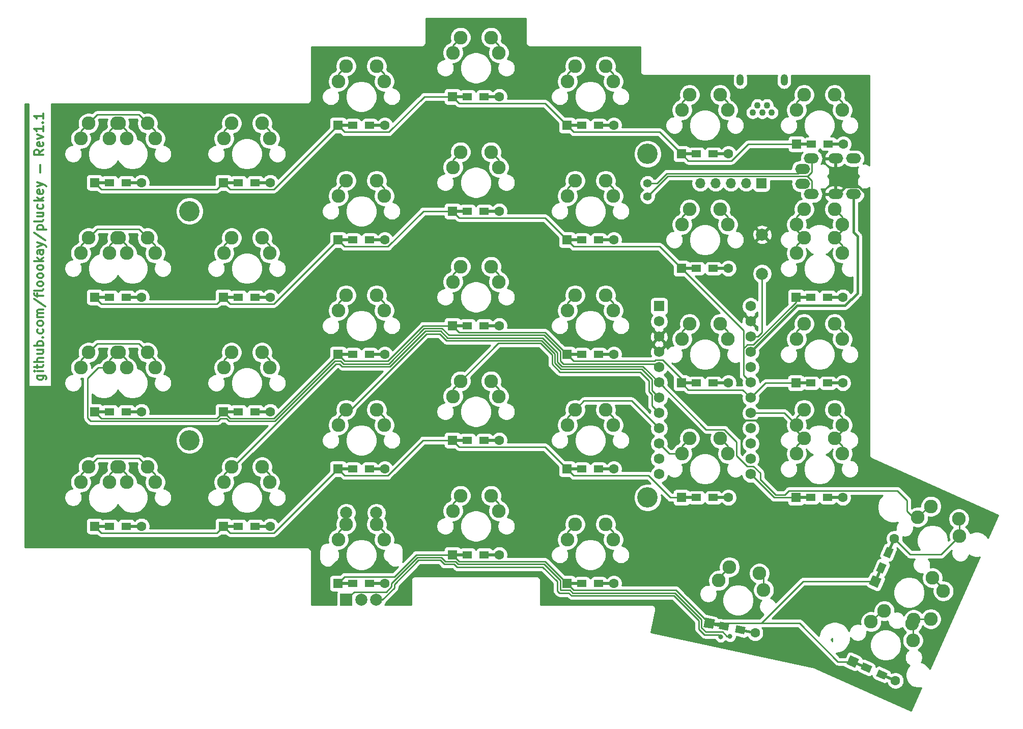
<source format=gbr>
%TF.GenerationSoftware,KiCad,Pcbnew,5.1.10*%
%TF.CreationDate,2021-06-26T14:40:23+02:00*%
%TF.ProjectId,pcb,7063622e-6b69-4636-9164-5f7063625858,rev?*%
%TF.SameCoordinates,Original*%
%TF.FileFunction,Copper,L1,Top*%
%TF.FilePolarity,Positive*%
%FSLAX46Y46*%
G04 Gerber Fmt 4.6, Leading zero omitted, Abs format (unit mm)*
G04 Created by KiCad (PCBNEW 5.1.10) date 2021-06-26 14:40:23*
%MOMM*%
%LPD*%
G01*
G04 APERTURE LIST*
%TA.AperFunction,NonConductor*%
%ADD10C,0.300000*%
%TD*%
%TA.AperFunction,ComponentPad*%
%ADD11R,1.700000X1.700000*%
%TD*%
%TA.AperFunction,ComponentPad*%
%ADD12O,1.700000X1.700000*%
%TD*%
%TA.AperFunction,WasherPad*%
%ADD13C,3.400000*%
%TD*%
%TA.AperFunction,ComponentPad*%
%ADD14C,2.000000*%
%TD*%
%TA.AperFunction,ComponentPad*%
%ADD15R,2.000000X2.000000*%
%TD*%
%TA.AperFunction,ComponentPad*%
%ADD16C,2.286000*%
%TD*%
%TA.AperFunction,SMDPad,CuDef*%
%ADD17C,0.100000*%
%TD*%
%TA.AperFunction,ComponentPad*%
%ADD18C,0.100000*%
%TD*%
%TA.AperFunction,ComponentPad*%
%ADD19C,1.600000*%
%TD*%
%TA.AperFunction,SMDPad,CuDef*%
%ADD20R,2.900000X0.500000*%
%TD*%
%TA.AperFunction,ComponentPad*%
%ADD21R,1.600000X1.600000*%
%TD*%
%TA.AperFunction,SMDPad,CuDef*%
%ADD22R,1.600000X1.200000*%
%TD*%
%TA.AperFunction,ComponentPad*%
%ADD23C,1.752600*%
%TD*%
%TA.AperFunction,ComponentPad*%
%ADD24R,1.752600X1.752600*%
%TD*%
%TA.AperFunction,ComponentPad*%
%ADD25C,1.397000*%
%TD*%
%TA.AperFunction,ComponentPad*%
%ADD26O,2.500000X1.700000*%
%TD*%
%TA.AperFunction,ComponentPad*%
%ADD27C,1.100000*%
%TD*%
%TA.AperFunction,ComponentPad*%
%ADD28O,1.200000X1.900000*%
%TD*%
%TA.AperFunction,ViaPad*%
%ADD29C,0.800000*%
%TD*%
%TA.AperFunction,Conductor*%
%ADD30C,0.250000*%
%TD*%
%TA.AperFunction,Conductor*%
%ADD31C,0.350000*%
%TD*%
%TA.AperFunction,Conductor*%
%ADD32C,0.400000*%
%TD*%
%TA.AperFunction,Conductor*%
%ADD33C,0.254000*%
%TD*%
%TA.AperFunction,Conductor*%
%ADD34C,0.100000*%
%TD*%
G04 APERTURE END LIST*
D10*
X27063061Y-120203088D02*
X28277347Y-120203088D01*
X28420204Y-120274517D01*
X28491632Y-120345945D01*
X28563061Y-120488802D01*
X28563061Y-120703088D01*
X28491632Y-120845945D01*
X27991632Y-120203088D02*
X28063061Y-120345945D01*
X28063061Y-120631660D01*
X27991632Y-120774517D01*
X27920204Y-120845945D01*
X27777347Y-120917374D01*
X27348775Y-120917374D01*
X27205918Y-120845945D01*
X27134490Y-120774517D01*
X27063061Y-120631660D01*
X27063061Y-120345945D01*
X27134490Y-120203088D01*
X28063061Y-119488802D02*
X27063061Y-119488802D01*
X26563061Y-119488802D02*
X26634490Y-119560231D01*
X26705918Y-119488802D01*
X26634490Y-119417374D01*
X26563061Y-119488802D01*
X26705918Y-119488802D01*
X27063061Y-118988802D02*
X27063061Y-118417374D01*
X26563061Y-118774517D02*
X27848775Y-118774517D01*
X27991632Y-118703088D01*
X28063061Y-118560231D01*
X28063061Y-118417374D01*
X28063061Y-117917374D02*
X26563061Y-117917374D01*
X28063061Y-117274517D02*
X27277347Y-117274517D01*
X27134490Y-117345945D01*
X27063061Y-117488802D01*
X27063061Y-117703088D01*
X27134490Y-117845945D01*
X27205918Y-117917374D01*
X27063061Y-115917374D02*
X28063061Y-115917374D01*
X27063061Y-116560231D02*
X27848775Y-116560231D01*
X27991632Y-116488802D01*
X28063061Y-116345945D01*
X28063061Y-116131660D01*
X27991632Y-115988802D01*
X27920204Y-115917374D01*
X28063061Y-115203088D02*
X26563061Y-115203088D01*
X27134490Y-115203088D02*
X27063061Y-115060231D01*
X27063061Y-114774517D01*
X27134490Y-114631660D01*
X27205918Y-114560231D01*
X27348775Y-114488802D01*
X27777347Y-114488802D01*
X27920204Y-114560231D01*
X27991632Y-114631660D01*
X28063061Y-114774517D01*
X28063061Y-115060231D01*
X27991632Y-115203088D01*
X27920204Y-113845945D02*
X27991632Y-113774517D01*
X28063061Y-113845945D01*
X27991632Y-113917374D01*
X27920204Y-113845945D01*
X28063061Y-113845945D01*
X27991632Y-112488802D02*
X28063061Y-112631660D01*
X28063061Y-112917374D01*
X27991632Y-113060231D01*
X27920204Y-113131660D01*
X27777347Y-113203088D01*
X27348775Y-113203088D01*
X27205918Y-113131660D01*
X27134490Y-113060231D01*
X27063061Y-112917374D01*
X27063061Y-112631660D01*
X27134490Y-112488802D01*
X28063061Y-111631660D02*
X27991632Y-111774517D01*
X27920204Y-111845945D01*
X27777347Y-111917374D01*
X27348775Y-111917374D01*
X27205918Y-111845945D01*
X27134490Y-111774517D01*
X27063061Y-111631660D01*
X27063061Y-111417374D01*
X27134490Y-111274517D01*
X27205918Y-111203088D01*
X27348775Y-111131660D01*
X27777347Y-111131660D01*
X27920204Y-111203088D01*
X27991632Y-111274517D01*
X28063061Y-111417374D01*
X28063061Y-111631660D01*
X28063061Y-110488802D02*
X27063061Y-110488802D01*
X27205918Y-110488802D02*
X27134490Y-110417374D01*
X27063061Y-110274517D01*
X27063061Y-110060231D01*
X27134490Y-109917374D01*
X27277347Y-109845945D01*
X28063061Y-109845945D01*
X27277347Y-109845945D02*
X27134490Y-109774517D01*
X27063061Y-109631660D01*
X27063061Y-109417374D01*
X27134490Y-109274517D01*
X27277347Y-109203088D01*
X28063061Y-109203088D01*
X26491632Y-107417374D02*
X28420204Y-108703088D01*
X27063061Y-107131660D02*
X27063061Y-106560231D01*
X28063061Y-106917374D02*
X26777347Y-106917374D01*
X26634490Y-106845945D01*
X26563061Y-106703088D01*
X26563061Y-106560231D01*
X28063061Y-105845945D02*
X27991632Y-105988802D01*
X27848775Y-106060231D01*
X26563061Y-106060231D01*
X28063061Y-105060231D02*
X27991632Y-105203088D01*
X27920204Y-105274517D01*
X27777347Y-105345945D01*
X27348775Y-105345945D01*
X27205918Y-105274517D01*
X27134490Y-105203088D01*
X27063061Y-105060231D01*
X27063061Y-104845945D01*
X27134490Y-104703088D01*
X27205918Y-104631660D01*
X27348775Y-104560231D01*
X27777347Y-104560231D01*
X27920204Y-104631660D01*
X27991632Y-104703088D01*
X28063061Y-104845945D01*
X28063061Y-105060231D01*
X28063061Y-103703088D02*
X27991632Y-103845945D01*
X27920204Y-103917374D01*
X27777347Y-103988802D01*
X27348775Y-103988802D01*
X27205918Y-103917374D01*
X27134490Y-103845945D01*
X27063061Y-103703088D01*
X27063061Y-103488802D01*
X27134490Y-103345945D01*
X27205918Y-103274517D01*
X27348775Y-103203088D01*
X27777347Y-103203088D01*
X27920204Y-103274517D01*
X27991632Y-103345945D01*
X28063061Y-103488802D01*
X28063061Y-103703088D01*
X28063061Y-102345945D02*
X27991632Y-102488802D01*
X27920204Y-102560231D01*
X27777347Y-102631660D01*
X27348775Y-102631660D01*
X27205918Y-102560231D01*
X27134490Y-102488802D01*
X27063061Y-102345945D01*
X27063061Y-102131660D01*
X27134490Y-101988802D01*
X27205918Y-101917374D01*
X27348775Y-101845945D01*
X27777347Y-101845945D01*
X27920204Y-101917374D01*
X27991632Y-101988802D01*
X28063061Y-102131660D01*
X28063061Y-102345945D01*
X28063061Y-101203088D02*
X26563061Y-101203088D01*
X27491632Y-101060231D02*
X28063061Y-100631660D01*
X27063061Y-100631660D02*
X27634490Y-101203088D01*
X28063061Y-99345945D02*
X27277347Y-99345945D01*
X27134490Y-99417374D01*
X27063061Y-99560231D01*
X27063061Y-99845945D01*
X27134490Y-99988802D01*
X27991632Y-99345945D02*
X28063061Y-99488802D01*
X28063061Y-99845945D01*
X27991632Y-99988802D01*
X27848775Y-100060231D01*
X27705918Y-100060231D01*
X27563061Y-99988802D01*
X27491632Y-99845945D01*
X27491632Y-99488802D01*
X27420204Y-99345945D01*
X27063061Y-98774517D02*
X28063061Y-98417374D01*
X27063061Y-98060231D02*
X28063061Y-98417374D01*
X28420204Y-98560231D01*
X28491632Y-98631660D01*
X28563061Y-98774517D01*
X26491632Y-96417374D02*
X28420204Y-97703088D01*
X27063061Y-95917374D02*
X28563061Y-95917374D01*
X27134490Y-95917374D02*
X27063061Y-95774517D01*
X27063061Y-95488802D01*
X27134490Y-95345945D01*
X27205918Y-95274517D01*
X27348775Y-95203088D01*
X27777347Y-95203088D01*
X27920204Y-95274517D01*
X27991632Y-95345945D01*
X28063061Y-95488802D01*
X28063061Y-95774517D01*
X27991632Y-95917374D01*
X28063061Y-94345945D02*
X27991632Y-94488802D01*
X27848775Y-94560231D01*
X26563061Y-94560231D01*
X27063061Y-93131660D02*
X28063061Y-93131660D01*
X27063061Y-93774517D02*
X27848775Y-93774517D01*
X27991632Y-93703088D01*
X28063061Y-93560231D01*
X28063061Y-93345945D01*
X27991632Y-93203088D01*
X27920204Y-93131660D01*
X27991632Y-91774517D02*
X28063061Y-91917374D01*
X28063061Y-92203088D01*
X27991632Y-92345945D01*
X27920204Y-92417374D01*
X27777347Y-92488802D01*
X27348775Y-92488802D01*
X27205918Y-92417374D01*
X27134490Y-92345945D01*
X27063061Y-92203088D01*
X27063061Y-91917374D01*
X27134490Y-91774517D01*
X28063061Y-91131660D02*
X26563061Y-91131660D01*
X27491632Y-90988802D02*
X28063061Y-90560231D01*
X27063061Y-90560231D02*
X27634490Y-91131660D01*
X27991632Y-89345945D02*
X28063061Y-89488802D01*
X28063061Y-89774517D01*
X27991632Y-89917374D01*
X27848775Y-89988802D01*
X27277347Y-89988802D01*
X27134490Y-89917374D01*
X27063061Y-89774517D01*
X27063061Y-89488802D01*
X27134490Y-89345945D01*
X27277347Y-89274517D01*
X27420204Y-89274517D01*
X27563061Y-89988802D01*
X27063061Y-88774517D02*
X28063061Y-88417374D01*
X27063061Y-88060231D02*
X28063061Y-88417374D01*
X28420204Y-88560231D01*
X28491632Y-88631660D01*
X28563061Y-88774517D01*
X27563061Y-86488802D02*
X27563061Y-85203088D01*
X28063061Y-82631660D02*
X27348775Y-83131660D01*
X28063061Y-83488802D02*
X26563061Y-83488802D01*
X26563061Y-82917374D01*
X26634490Y-82774517D01*
X26705918Y-82703088D01*
X26848775Y-82631660D01*
X27063061Y-82631660D01*
X27205918Y-82703088D01*
X27277347Y-82774517D01*
X27348775Y-82917374D01*
X27348775Y-83488802D01*
X27991632Y-81417374D02*
X28063061Y-81560231D01*
X28063061Y-81845945D01*
X27991632Y-81988802D01*
X27848775Y-82060231D01*
X27277347Y-82060231D01*
X27134490Y-81988802D01*
X27063061Y-81845945D01*
X27063061Y-81560231D01*
X27134490Y-81417374D01*
X27277347Y-81345945D01*
X27420204Y-81345945D01*
X27563061Y-82060231D01*
X27063061Y-80845945D02*
X28063061Y-80488802D01*
X27063061Y-80131660D01*
X28063061Y-78774517D02*
X28063061Y-79631660D01*
X28063061Y-79203088D02*
X26563061Y-79203088D01*
X26777347Y-79345945D01*
X26920204Y-79488802D01*
X26991632Y-79631660D01*
X27920204Y-78131660D02*
X27991632Y-78060231D01*
X28063061Y-78131660D01*
X27991632Y-78203088D01*
X27920204Y-78131660D01*
X28063061Y-78131660D01*
X28063061Y-76631660D02*
X28063061Y-77488802D01*
X28063061Y-77060231D02*
X26563061Y-77060231D01*
X26777347Y-77203088D01*
X26920204Y-77345945D01*
X26991632Y-77488802D01*
D11*
%TO.P,J2,1*%
%TO.N,Net-(J1-Pad2)*%
X147515000Y-88225000D03*
D12*
%TO.P,J2,2*%
%TO.N,Net-(J1-Pad1)*%
X144975000Y-88225000D03*
%TO.P,J2,3*%
%TO.N,Net-(J1-Pad3)*%
X142435000Y-88225000D03*
%TO.P,J2,4*%
%TO.N,Net-(J1-Pad5)*%
X139895000Y-88225000D03*
%TO.P,J2,5*%
%TO.N,Net-(J1-Pad4)*%
X137355000Y-88225000D03*
%TD*%
D13*
%TO.P,H4,*%
%TO.N,*%
X128587500Y-140493750D03*
%TD*%
%TO.P,H3,*%
%TO.N,*%
X52387500Y-92868750D03*
%TD*%
%TO.P,H2,*%
%TO.N,*%
X52387500Y-130968750D03*
%TD*%
%TO.P,H1,*%
%TO.N,*%
X128587500Y-83343750D03*
%TD*%
D14*
%TO.P,SW42,S1*%
%TO.N,Net-(D13-Pad2)*%
X83462500Y-143018750D03*
%TO.P,SW42,S2*%
%TO.N,/col2*%
X78462500Y-143018750D03*
%TO.P,SW42,B*%
%TO.N,/re0*%
X83462500Y-157518750D03*
%TO.P,SW42,C*%
%TO.N,GND*%
X80962500Y-157518750D03*
D15*
%TO.P,SW42,A*%
%TO.N,/re1*%
X78462500Y-157518750D03*
%TD*%
D16*
%TO.P,SW41,1*%
%TO.N,/col6*%
X175974338Y-153859261D03*
%TO.P,SW41,2*%
%TO.N,Net-(D33-Pad2)*%
X175700038Y-160692918D03*
%TO.P,SW41,1*%
%TO.N,/col6*%
X177774357Y-156055720D03*
%TO.P,SW41,2*%
%TO.N,Net-(D33-Pad2)*%
X172862860Y-160815058D03*
%TD*%
%TA.AperFunction,SMDPad,CuDef*%
D17*
%TO.P,D34,1*%
%TO.N,/row4*%
G36*
X167393045Y-151756393D02*
G01*
X167849462Y-151960558D01*
X166665303Y-154607777D01*
X166208886Y-154403612D01*
X167393045Y-151756393D01*
G37*
%TD.AperFunction*%
%TA.AperFunction,SMDPad,CuDef*%
%TO.P,D34,2*%
%TO.N,Net-(D34-Pad2)*%
G36*
X169434697Y-147192223D02*
G01*
X169891114Y-147396388D01*
X168706955Y-150043607D01*
X168250538Y-149839442D01*
X169434697Y-147192223D01*
G37*
%TD.AperFunction*%
%TA.AperFunction,ComponentPad*%
D18*
%TO.P,D34,1*%
%TO.N,/row4*%
G36*
X166053908Y-153403121D02*
G01*
X167514443Y-154056450D01*
X166861114Y-155516985D01*
X165400579Y-154863656D01*
X166053908Y-153403121D01*
G37*
%TD.AperFunction*%
D19*
%TO.P,D34,2*%
%TO.N,Net-(D34-Pad2)*%
X169642489Y-147339947D03*
%TA.AperFunction,SMDPad,CuDef*%
D17*
G36*
X168400627Y-148646766D02*
G01*
X169496028Y-149136763D01*
X168842699Y-150597298D01*
X167747298Y-150107301D01*
X168400627Y-148646766D01*
G37*
%TD.AperFunction*%
%TA.AperFunction,SMDPad,CuDef*%
%TO.P,D34,1*%
%TO.N,/row4*%
G36*
X167257301Y-151202702D02*
G01*
X168352702Y-151692699D01*
X167699373Y-153153234D01*
X166603972Y-152663237D01*
X167257301Y-151202702D01*
G37*
%TD.AperFunction*%
%TD*%
%TA.AperFunction,SMDPad,CuDef*%
%TO.P,D33,1*%
%TO.N,/row4*%
G36*
X165402773Y-168716047D02*
G01*
X165198608Y-169172464D01*
X162551389Y-167988305D01*
X162755554Y-167531888D01*
X165402773Y-168716047D01*
G37*
%TD.AperFunction*%
%TA.AperFunction,SMDPad,CuDef*%
%TO.P,D33,2*%
%TO.N,Net-(D33-Pad2)*%
G36*
X169966943Y-170757699D02*
G01*
X169762778Y-171214116D01*
X167115559Y-170029957D01*
X167319724Y-169573540D01*
X169966943Y-170757699D01*
G37*
%TD.AperFunction*%
%TA.AperFunction,ComponentPad*%
D18*
%TO.P,D33,1*%
%TO.N,/row4*%
G36*
X163756045Y-167376910D02*
G01*
X163102716Y-168837445D01*
X161642181Y-168184116D01*
X162295510Y-166723581D01*
X163756045Y-167376910D01*
G37*
%TD.AperFunction*%
D19*
%TO.P,D33,2*%
%TO.N,Net-(D33-Pad2)*%
X169819219Y-170965491D03*
%TA.AperFunction,SMDPad,CuDef*%
D17*
G36*
X168512400Y-169723629D02*
G01*
X168022403Y-170819030D01*
X166561868Y-170165701D01*
X167051865Y-169070300D01*
X168512400Y-169723629D01*
G37*
%TD.AperFunction*%
%TA.AperFunction,SMDPad,CuDef*%
%TO.P,D33,1*%
%TO.N,/row4*%
G36*
X165956464Y-168580303D02*
G01*
X165466467Y-169675704D01*
X164005932Y-169022375D01*
X164495929Y-167926974D01*
X165956464Y-168580303D01*
G37*
%TD.AperFunction*%
%TD*%
D20*
%TO.P,D32,1*%
%TO.N,/row3*%
X154662500Y-140493750D03*
%TO.P,D32,2*%
%TO.N,Net-(D32-Pad2)*%
X159662500Y-140493750D03*
D21*
%TO.P,D32,1*%
%TO.N,/row3*%
X153262500Y-140493750D03*
D19*
%TO.P,D32,2*%
%TO.N,Net-(D32-Pad2)*%
X161062500Y-140493750D03*
D22*
X158562500Y-140493750D03*
%TO.P,D32,1*%
%TO.N,/row3*%
X155762500Y-140493750D03*
%TD*%
D20*
%TO.P,D31,1*%
%TO.N,/row2*%
X154662500Y-121443750D03*
%TO.P,D31,2*%
%TO.N,Net-(D31-Pad2)*%
X159662500Y-121443750D03*
D21*
%TO.P,D31,1*%
%TO.N,/row2*%
X153262500Y-121443750D03*
D19*
%TO.P,D31,2*%
%TO.N,Net-(D31-Pad2)*%
X161062500Y-121443750D03*
D22*
X158562500Y-121443750D03*
%TO.P,D31,1*%
%TO.N,/row2*%
X155762500Y-121443750D03*
%TD*%
D20*
%TO.P,D30,1*%
%TO.N,/row1*%
X154662500Y-107156250D03*
%TO.P,D30,2*%
%TO.N,Net-(D30-Pad2)*%
X159662500Y-107156250D03*
D21*
%TO.P,D30,1*%
%TO.N,/row1*%
X153262500Y-107156250D03*
D19*
%TO.P,D30,2*%
%TO.N,Net-(D30-Pad2)*%
X161062500Y-107156250D03*
D22*
X158562500Y-107156250D03*
%TO.P,D30,1*%
%TO.N,/row1*%
X155762500Y-107156250D03*
%TD*%
D20*
%TO.P,D29,1*%
%TO.N,/row0*%
X154750000Y-81700000D03*
%TO.P,D29,2*%
%TO.N,Net-(D29-Pad2)*%
X159750000Y-81700000D03*
D21*
%TO.P,D29,1*%
%TO.N,/row0*%
X153350000Y-81700000D03*
D19*
%TO.P,D29,2*%
%TO.N,Net-(D29-Pad2)*%
X161150000Y-81700000D03*
D22*
X158650000Y-81700000D03*
%TO.P,D29,1*%
%TO.N,/row0*%
X155850000Y-81700000D03*
%TD*%
%TA.AperFunction,SMDPad,CuDef*%
D17*
%TO.P,D28,1*%
%TO.N,/row4*%
G36*
X141674914Y-161751394D02*
G01*
X141570958Y-162240468D01*
X138734330Y-161637524D01*
X138838286Y-161148450D01*
X141674914Y-161751394D01*
G37*
%TD.AperFunction*%
%TA.AperFunction,SMDPad,CuDef*%
%TO.P,D28,2*%
%TO.N,Net-(D28-Pad2)*%
G36*
X146565652Y-162790952D02*
G01*
X146461696Y-163280026D01*
X143625068Y-162677082D01*
X143729024Y-162188008D01*
X146565652Y-162790952D01*
G37*
%TD.AperFunction*%
%TA.AperFunction,ComponentPad*%
D18*
%TO.P,D28,1*%
%TO.N,/row4*%
G36*
X139784062Y-160787193D02*
G01*
X139451404Y-162352229D01*
X137886368Y-162019571D01*
X138219026Y-160454535D01*
X139784062Y-160787193D01*
G37*
%TD.AperFunction*%
D19*
%TO.P,D28,2*%
%TO.N,Net-(D28-Pad2)*%
X146464767Y-163025094D03*
%TA.AperFunction,SMDPad,CuDef*%
D17*
G36*
X144926663Y-162084755D02*
G01*
X144677169Y-163258532D01*
X143112133Y-162925873D01*
X143361627Y-161752096D01*
X144926663Y-162084755D01*
G37*
%TD.AperFunction*%
%TA.AperFunction,SMDPad,CuDef*%
%TO.P,D28,1*%
%TO.N,/row4*%
G36*
X142187849Y-161502603D02*
G01*
X141938355Y-162676380D01*
X140373319Y-162343721D01*
X140622813Y-161169944D01*
X142187849Y-161502603D01*
G37*
%TD.AperFunction*%
%TD*%
D20*
%TO.P,D27,1*%
%TO.N,/row3*%
X135612500Y-140493750D03*
%TO.P,D27,2*%
%TO.N,Net-(D27-Pad2)*%
X140612500Y-140493750D03*
D21*
%TO.P,D27,1*%
%TO.N,/row3*%
X134212500Y-140493750D03*
D19*
%TO.P,D27,2*%
%TO.N,Net-(D27-Pad2)*%
X142012500Y-140493750D03*
D22*
X139512500Y-140493750D03*
%TO.P,D27,1*%
%TO.N,/row3*%
X136712500Y-140493750D03*
%TD*%
D20*
%TO.P,D26,1*%
%TO.N,/row2*%
X135612500Y-121443750D03*
%TO.P,D26,2*%
%TO.N,Net-(D26-Pad2)*%
X140612500Y-121443750D03*
D21*
%TO.P,D26,1*%
%TO.N,/row2*%
X134212500Y-121443750D03*
D19*
%TO.P,D26,2*%
%TO.N,Net-(D26-Pad2)*%
X142012500Y-121443750D03*
D22*
X139512500Y-121443750D03*
%TO.P,D26,1*%
%TO.N,/row2*%
X136712500Y-121443750D03*
%TD*%
D20*
%TO.P,D25,1*%
%TO.N,/row1*%
X135612500Y-102393750D03*
%TO.P,D25,2*%
%TO.N,Net-(D25-Pad2)*%
X140612500Y-102393750D03*
D21*
%TO.P,D25,1*%
%TO.N,/row1*%
X134212500Y-102393750D03*
D19*
%TO.P,D25,2*%
%TO.N,Net-(D25-Pad2)*%
X142012500Y-102393750D03*
D22*
X139512500Y-102393750D03*
%TO.P,D25,1*%
%TO.N,/row1*%
X136712500Y-102393750D03*
%TD*%
D20*
%TO.P,D24,1*%
%TO.N,/row0*%
X135612500Y-83343750D03*
%TO.P,D24,2*%
%TO.N,Net-(D24-Pad2)*%
X140612500Y-83343750D03*
D21*
%TO.P,D24,1*%
%TO.N,/row0*%
X134212500Y-83343750D03*
D19*
%TO.P,D24,2*%
%TO.N,Net-(D24-Pad2)*%
X142012500Y-83343750D03*
D22*
X139512500Y-83343750D03*
%TO.P,D24,1*%
%TO.N,/row0*%
X136712500Y-83343750D03*
%TD*%
D20*
%TO.P,D23,1*%
%TO.N,/row4*%
X116562500Y-154781250D03*
%TO.P,D23,2*%
%TO.N,Net-(D23-Pad2)*%
X121562500Y-154781250D03*
D21*
%TO.P,D23,1*%
%TO.N,/row4*%
X115162500Y-154781250D03*
D19*
%TO.P,D23,2*%
%TO.N,Net-(D23-Pad2)*%
X122962500Y-154781250D03*
D22*
X120462500Y-154781250D03*
%TO.P,D23,1*%
%TO.N,/row4*%
X117662500Y-154781250D03*
%TD*%
D20*
%TO.P,D22,1*%
%TO.N,/row3*%
X116562500Y-135731250D03*
%TO.P,D22,2*%
%TO.N,Net-(D22-Pad2)*%
X121562500Y-135731250D03*
D21*
%TO.P,D22,1*%
%TO.N,/row3*%
X115162500Y-135731250D03*
D19*
%TO.P,D22,2*%
%TO.N,Net-(D22-Pad2)*%
X122962500Y-135731250D03*
D22*
X120462500Y-135731250D03*
%TO.P,D22,1*%
%TO.N,/row3*%
X117662500Y-135731250D03*
%TD*%
D20*
%TO.P,D21,1*%
%TO.N,/row2*%
X116562500Y-116681250D03*
%TO.P,D21,2*%
%TO.N,Net-(D21-Pad2)*%
X121562500Y-116681250D03*
D21*
%TO.P,D21,1*%
%TO.N,/row2*%
X115162500Y-116681250D03*
D19*
%TO.P,D21,2*%
%TO.N,Net-(D21-Pad2)*%
X122962500Y-116681250D03*
D22*
X120462500Y-116681250D03*
%TO.P,D21,1*%
%TO.N,/row2*%
X117662500Y-116681250D03*
%TD*%
D20*
%TO.P,D20,1*%
%TO.N,/row1*%
X116562500Y-97631250D03*
%TO.P,D20,2*%
%TO.N,Net-(D20-Pad2)*%
X121562500Y-97631250D03*
D21*
%TO.P,D20,1*%
%TO.N,/row1*%
X115162500Y-97631250D03*
D19*
%TO.P,D20,2*%
%TO.N,Net-(D20-Pad2)*%
X122962500Y-97631250D03*
D22*
X120462500Y-97631250D03*
%TO.P,D20,1*%
%TO.N,/row1*%
X117662500Y-97631250D03*
%TD*%
D20*
%TO.P,D19,1*%
%TO.N,/row0*%
X116562500Y-78581250D03*
%TO.P,D19,2*%
%TO.N,Net-(D19-Pad2)*%
X121562500Y-78581250D03*
D21*
%TO.P,D19,1*%
%TO.N,/row0*%
X115162500Y-78581250D03*
D19*
%TO.P,D19,2*%
%TO.N,Net-(D19-Pad2)*%
X122962500Y-78581250D03*
D22*
X120462500Y-78581250D03*
%TO.P,D19,1*%
%TO.N,/row0*%
X117662500Y-78581250D03*
%TD*%
D20*
%TO.P,D18,1*%
%TO.N,/row4*%
X97512500Y-150018750D03*
%TO.P,D18,2*%
%TO.N,Net-(D18-Pad2)*%
X102512500Y-150018750D03*
D21*
%TO.P,D18,1*%
%TO.N,/row4*%
X96112500Y-150018750D03*
D19*
%TO.P,D18,2*%
%TO.N,Net-(D18-Pad2)*%
X103912500Y-150018750D03*
D22*
X101412500Y-150018750D03*
%TO.P,D18,1*%
%TO.N,/row4*%
X98612500Y-150018750D03*
%TD*%
D20*
%TO.P,D17,1*%
%TO.N,/row3*%
X97512500Y-130968750D03*
%TO.P,D17,2*%
%TO.N,Net-(D17-Pad2)*%
X102512500Y-130968750D03*
D21*
%TO.P,D17,1*%
%TO.N,/row3*%
X96112500Y-130968750D03*
D19*
%TO.P,D17,2*%
%TO.N,Net-(D17-Pad2)*%
X103912500Y-130968750D03*
D22*
X101412500Y-130968750D03*
%TO.P,D17,1*%
%TO.N,/row3*%
X98612500Y-130968750D03*
%TD*%
D20*
%TO.P,D16,1*%
%TO.N,/row2*%
X97512500Y-111918750D03*
%TO.P,D16,2*%
%TO.N,Net-(D16-Pad2)*%
X102512500Y-111918750D03*
D21*
%TO.P,D16,1*%
%TO.N,/row2*%
X96112500Y-111918750D03*
D19*
%TO.P,D16,2*%
%TO.N,Net-(D16-Pad2)*%
X103912500Y-111918750D03*
D22*
X101412500Y-111918750D03*
%TO.P,D16,1*%
%TO.N,/row2*%
X98612500Y-111918750D03*
%TD*%
D20*
%TO.P,D15,1*%
%TO.N,/row1*%
X97512500Y-92868750D03*
%TO.P,D15,2*%
%TO.N,Net-(D15-Pad2)*%
X102512500Y-92868750D03*
D21*
%TO.P,D15,1*%
%TO.N,/row1*%
X96112500Y-92868750D03*
D19*
%TO.P,D15,2*%
%TO.N,Net-(D15-Pad2)*%
X103912500Y-92868750D03*
D22*
X101412500Y-92868750D03*
%TO.P,D15,1*%
%TO.N,/row1*%
X98612500Y-92868750D03*
%TD*%
D20*
%TO.P,D14,1*%
%TO.N,/row0*%
X97512500Y-73818750D03*
%TO.P,D14,2*%
%TO.N,Net-(D14-Pad2)*%
X102512500Y-73818750D03*
D21*
%TO.P,D14,1*%
%TO.N,/row0*%
X96112500Y-73818750D03*
D19*
%TO.P,D14,2*%
%TO.N,Net-(D14-Pad2)*%
X103912500Y-73818750D03*
D22*
X101412500Y-73818750D03*
%TO.P,D14,1*%
%TO.N,/row0*%
X98612500Y-73818750D03*
%TD*%
D20*
%TO.P,D13,1*%
%TO.N,/row4*%
X78462840Y-154781900D03*
%TO.P,D13,2*%
%TO.N,Net-(D13-Pad2)*%
X83462840Y-154781900D03*
D21*
%TO.P,D13,1*%
%TO.N,/row4*%
X77062840Y-154781900D03*
D19*
%TO.P,D13,2*%
%TO.N,Net-(D13-Pad2)*%
X84862840Y-154781900D03*
D22*
X82362840Y-154781900D03*
%TO.P,D13,1*%
%TO.N,/row4*%
X79562840Y-154781900D03*
%TD*%
D20*
%TO.P,D12,1*%
%TO.N,/row3*%
X78462500Y-135731250D03*
%TO.P,D12,2*%
%TO.N,Net-(D12-Pad2)*%
X83462500Y-135731250D03*
D21*
%TO.P,D12,1*%
%TO.N,/row3*%
X77062500Y-135731250D03*
D19*
%TO.P,D12,2*%
%TO.N,Net-(D12-Pad2)*%
X84862500Y-135731250D03*
D22*
X82362500Y-135731250D03*
%TO.P,D12,1*%
%TO.N,/row3*%
X79562500Y-135731250D03*
%TD*%
D20*
%TO.P,D11,1*%
%TO.N,/row2*%
X78462500Y-116681250D03*
%TO.P,D11,2*%
%TO.N,Net-(D11-Pad2)*%
X83462500Y-116681250D03*
D21*
%TO.P,D11,1*%
%TO.N,/row2*%
X77062500Y-116681250D03*
D19*
%TO.P,D11,2*%
%TO.N,Net-(D11-Pad2)*%
X84862500Y-116681250D03*
D22*
X82362500Y-116681250D03*
%TO.P,D11,1*%
%TO.N,/row2*%
X79562500Y-116681250D03*
%TD*%
D20*
%TO.P,D10,1*%
%TO.N,/row1*%
X78462500Y-97631250D03*
%TO.P,D10,2*%
%TO.N,Net-(D10-Pad2)*%
X83462500Y-97631250D03*
D21*
%TO.P,D10,1*%
%TO.N,/row1*%
X77062500Y-97631250D03*
D19*
%TO.P,D10,2*%
%TO.N,Net-(D10-Pad2)*%
X84862500Y-97631250D03*
D22*
X82362500Y-97631250D03*
%TO.P,D10,1*%
%TO.N,/row1*%
X79562500Y-97631250D03*
%TD*%
D20*
%TO.P,D9,1*%
%TO.N,/row0*%
X78462500Y-78581250D03*
%TO.P,D9,2*%
%TO.N,Net-(D9-Pad2)*%
X83462500Y-78581250D03*
D21*
%TO.P,D9,1*%
%TO.N,/row0*%
X77062500Y-78581250D03*
D19*
%TO.P,D9,2*%
%TO.N,Net-(D9-Pad2)*%
X84862500Y-78581250D03*
D22*
X82362500Y-78581250D03*
%TO.P,D9,1*%
%TO.N,/row0*%
X79562500Y-78581250D03*
%TD*%
D20*
%TO.P,D8,1*%
%TO.N,/row3*%
X59412500Y-145256250D03*
%TO.P,D8,2*%
%TO.N,Net-(D8-Pad2)*%
X64412500Y-145256250D03*
D21*
%TO.P,D8,1*%
%TO.N,/row3*%
X58012500Y-145256250D03*
D19*
%TO.P,D8,2*%
%TO.N,Net-(D8-Pad2)*%
X65812500Y-145256250D03*
D22*
X63312500Y-145256250D03*
%TO.P,D8,1*%
%TO.N,/row3*%
X60512500Y-145256250D03*
%TD*%
D20*
%TO.P,D7,1*%
%TO.N,/row2*%
X59412500Y-126206250D03*
%TO.P,D7,2*%
%TO.N,Net-(D7-Pad2)*%
X64412500Y-126206250D03*
D21*
%TO.P,D7,1*%
%TO.N,/row2*%
X58012500Y-126206250D03*
D19*
%TO.P,D7,2*%
%TO.N,Net-(D7-Pad2)*%
X65812500Y-126206250D03*
D22*
X63312500Y-126206250D03*
%TO.P,D7,1*%
%TO.N,/row2*%
X60512500Y-126206250D03*
%TD*%
D20*
%TO.P,D6,1*%
%TO.N,/row1*%
X59412500Y-107156250D03*
%TO.P,D6,2*%
%TO.N,Net-(D6-Pad2)*%
X64412500Y-107156250D03*
D21*
%TO.P,D6,1*%
%TO.N,/row1*%
X58012500Y-107156250D03*
D19*
%TO.P,D6,2*%
%TO.N,Net-(D6-Pad2)*%
X65812500Y-107156250D03*
D22*
X63312500Y-107156250D03*
%TO.P,D6,1*%
%TO.N,/row1*%
X60512500Y-107156250D03*
%TD*%
D20*
%TO.P,D5,1*%
%TO.N,/row0*%
X59412500Y-88106250D03*
%TO.P,D5,2*%
%TO.N,Net-(D5-Pad2)*%
X64412500Y-88106250D03*
D21*
%TO.P,D5,1*%
%TO.N,/row0*%
X58012500Y-88106250D03*
D19*
%TO.P,D5,2*%
%TO.N,Net-(D5-Pad2)*%
X65812500Y-88106250D03*
D22*
X63312500Y-88106250D03*
%TO.P,D5,1*%
%TO.N,/row0*%
X60512500Y-88106250D03*
%TD*%
D20*
%TO.P,D4,1*%
%TO.N,/row3*%
X37981250Y-145256250D03*
%TO.P,D4,2*%
%TO.N,Net-(D4-Pad2)*%
X42981250Y-145256250D03*
D21*
%TO.P,D4,1*%
%TO.N,/row3*%
X36581250Y-145256250D03*
D19*
%TO.P,D4,2*%
%TO.N,Net-(D4-Pad2)*%
X44381250Y-145256250D03*
D22*
X41881250Y-145256250D03*
%TO.P,D4,1*%
%TO.N,/row3*%
X39081250Y-145256250D03*
%TD*%
D20*
%TO.P,D3,1*%
%TO.N,/row2*%
X37981250Y-126206250D03*
%TO.P,D3,2*%
%TO.N,Net-(D3-Pad2)*%
X42981250Y-126206250D03*
D21*
%TO.P,D3,1*%
%TO.N,/row2*%
X36581250Y-126206250D03*
D19*
%TO.P,D3,2*%
%TO.N,Net-(D3-Pad2)*%
X44381250Y-126206250D03*
D22*
X41881250Y-126206250D03*
%TO.P,D3,1*%
%TO.N,/row2*%
X39081250Y-126206250D03*
%TD*%
D20*
%TO.P,D2,1*%
%TO.N,/row1*%
X37981250Y-107156250D03*
%TO.P,D2,2*%
%TO.N,Net-(D2-Pad2)*%
X42981250Y-107156250D03*
D21*
%TO.P,D2,1*%
%TO.N,/row1*%
X36581250Y-107156250D03*
D19*
%TO.P,D2,2*%
%TO.N,Net-(D2-Pad2)*%
X44381250Y-107156250D03*
D22*
X41881250Y-107156250D03*
%TO.P,D2,1*%
%TO.N,/row1*%
X39081250Y-107156250D03*
%TD*%
D20*
%TO.P,D1,1*%
%TO.N,/row0*%
X37981250Y-88106250D03*
%TO.P,D1,2*%
%TO.N,Net-(D1-Pad2)*%
X42981250Y-88106250D03*
D21*
%TO.P,D1,1*%
%TO.N,/row0*%
X36581250Y-88106250D03*
D19*
%TO.P,D1,2*%
%TO.N,Net-(D1-Pad2)*%
X44381250Y-88106250D03*
D22*
X41881250Y-88106250D03*
%TO.P,D1,1*%
%TO.N,/row0*%
X39081250Y-88106250D03*
%TD*%
D14*
%TO.P,RSW1,2*%
%TO.N,GND*%
X147638120Y-96762920D03*
%TO.P,RSW1,1*%
%TO.N,/reset*%
X147638120Y-103262920D03*
%TD*%
D23*
%TO.P,U1,24*%
%TO.N,Net-(U1-Pad24)*%
X145733080Y-108664890D03*
%TO.P,U1,12*%
%TO.N,/row4*%
X130493080Y-136604890D03*
%TO.P,U1,23*%
%TO.N,GND*%
X145733080Y-111204890D03*
%TO.P,U1,22*%
%TO.N,/reset*%
X145733080Y-113744890D03*
%TO.P,U1,21*%
%TO.N,VCC*%
X145733080Y-116284890D03*
%TO.P,U1,20*%
%TO.N,Net-(U1-Pad20)*%
X145733080Y-118824890D03*
%TO.P,U1,19*%
%TO.N,/row1*%
X145733080Y-121364890D03*
%TO.P,U1,18*%
%TO.N,/row2*%
X145733080Y-123904890D03*
%TO.P,U1,17*%
%TO.N,/col6*%
X145733080Y-126444890D03*
%TO.P,U1,16*%
%TO.N,Net-(U1-Pad16)*%
X145733080Y-128984890D03*
%TO.P,U1,15*%
%TO.N,/re0*%
X145733080Y-131524890D03*
%TO.P,U1,14*%
%TO.N,/re1*%
X145733080Y-134064890D03*
%TO.P,U1,13*%
%TO.N,/row3*%
X145733080Y-136604890D03*
%TO.P,U1,11*%
%TO.N,/row0*%
X130493080Y-134064890D03*
%TO.P,U1,10*%
%TO.N,/col5*%
X130493080Y-131524890D03*
%TO.P,U1,9*%
%TO.N,/col4*%
X130493080Y-128984890D03*
%TO.P,U1,8*%
%TO.N,/col3*%
X130493080Y-126444890D03*
%TO.P,U1,7*%
%TO.N,/col2*%
X130493080Y-123904890D03*
%TO.P,U1,6*%
%TO.N,/col1*%
X130493080Y-121364890D03*
%TO.P,U1,5*%
%TO.N,/col0*%
X130493080Y-118824890D03*
%TO.P,U1,4*%
%TO.N,GND*%
X130493080Y-116284890D03*
%TO.P,U1,3*%
X130493080Y-113744890D03*
%TO.P,U1,2*%
%TO.N,/data*%
X130493080Y-111204890D03*
D24*
%TO.P,U1,1*%
%TO.N,Net-(U1-Pad1)*%
X130493080Y-108664890D03*
%TD*%
D25*
%TO.P,P2,1*%
%TO.N,Net-(JP1-Pad2)*%
X128575000Y-90425000D03*
%TD*%
D26*
%TO.P,U2,1*%
%TO.N,Net-(P1-Pad1)*%
X154350000Y-85850000D03*
%TO.P,U2,2*%
%TO.N,Net-(JP1-Pad2)*%
X155850000Y-90050000D03*
%TO.P,U2,3*%
%TO.N,GND*%
X159850000Y-90050000D03*
%TO.P,U2,4*%
%TO.N,VCC*%
X162850000Y-90050000D03*
%TO.P,U2,3*%
%TO.N,GND*%
X159850000Y-84100000D03*
%TO.P,U2,4*%
%TO.N,VCC*%
X162850000Y-84100000D03*
%TO.P,U2,1*%
%TO.N,Net-(P1-Pad1)*%
X154350000Y-88300000D03*
%TO.P,U2,2*%
%TO.N,Net-(JP1-Pad2)*%
X155850000Y-84100000D03*
%TD*%
D16*
%TO.P,SW40,1*%
%TO.N,/col6*%
X153352500Y-133191250D03*
%TO.P,SW40,2*%
%TO.N,Net-(D32-Pad2)*%
X159702500Y-130651250D03*
%TO.P,SW40,1*%
%TO.N,/col6*%
X154622500Y-130651250D03*
%TO.P,SW40,2*%
%TO.N,Net-(D32-Pad2)*%
X160972500Y-133191250D03*
%TD*%
%TO.P,SW39,1*%
%TO.N,/col6*%
X153352500Y-99853750D03*
%TO.P,SW39,2*%
%TO.N,Net-(D30-Pad2)*%
X159702500Y-97313750D03*
%TO.P,SW39,1*%
%TO.N,/col6*%
X154622500Y-97313750D03*
%TO.P,SW39,2*%
%TO.N,Net-(D30-Pad2)*%
X160972500Y-99853750D03*
%TD*%
%TO.P,SW38,1*%
%TO.N,/col1*%
X173541796Y-143761800D03*
%TO.P,SW38,2*%
%TO.N,Net-(D34-Pad2)*%
X180375453Y-144036100D03*
%TO.P,SW38,1*%
%TO.N,/col1*%
X175738255Y-141961781D03*
%TO.P,SW38,2*%
%TO.N,Net-(D34-Pad2)*%
X180497593Y-146873278D03*
%TD*%
%TO.P,SW37,1*%
%TO.N,/col6*%
X165763101Y-161151291D03*
%TO.P,SW37,2*%
%TO.N,Net-(D33-Pad2)*%
X172596758Y-161425591D03*
%TO.P,SW37,1*%
%TO.N,/col6*%
X167959560Y-159351272D03*
%TO.P,SW37,2*%
%TO.N,Net-(D33-Pad2)*%
X172718898Y-164262769D03*
%TD*%
%TO.P,SW36,1*%
%TO.N,/col6*%
X153352500Y-128428750D03*
%TO.P,SW36,2*%
%TO.N,Net-(D32-Pad2)*%
X159702500Y-125888750D03*
%TO.P,SW36,1*%
%TO.N,/col6*%
X154622500Y-125888750D03*
%TO.P,SW36,2*%
%TO.N,Net-(D32-Pad2)*%
X160972500Y-128428750D03*
%TD*%
%TO.P,SW35,1*%
%TO.N,/col6*%
X153352500Y-114141250D03*
%TO.P,SW35,2*%
%TO.N,Net-(D31-Pad2)*%
X159702500Y-111601250D03*
%TO.P,SW35,1*%
%TO.N,/col6*%
X154622500Y-111601250D03*
%TO.P,SW35,2*%
%TO.N,Net-(D31-Pad2)*%
X160972500Y-114141250D03*
%TD*%
%TO.P,SW34,1*%
%TO.N,/col6*%
X153352500Y-95091250D03*
%TO.P,SW34,2*%
%TO.N,Net-(D30-Pad2)*%
X159702500Y-92551250D03*
%TO.P,SW34,1*%
%TO.N,/col6*%
X154622500Y-92551250D03*
%TO.P,SW34,2*%
%TO.N,Net-(D30-Pad2)*%
X160972500Y-95091250D03*
%TD*%
%TO.P,SW33,1*%
%TO.N,/col6*%
X153352500Y-76041250D03*
%TO.P,SW33,2*%
%TO.N,Net-(D29-Pad2)*%
X159702500Y-73501250D03*
%TO.P,SW33,1*%
%TO.N,/col6*%
X154622500Y-73501250D03*
%TO.P,SW33,2*%
%TO.N,Net-(D29-Pad2)*%
X160972500Y-76041250D03*
%TD*%
%TO.P,SW32,1*%
%TO.N,/col5*%
X140441524Y-154279172D03*
%TO.P,SW32,2*%
%TO.N,Net-(D28-Pad2)*%
X147180857Y-153114916D03*
%TO.P,SW32,1*%
%TO.N,/col5*%
X142211867Y-152058724D03*
%TO.P,SW32,2*%
%TO.N,Net-(D28-Pad2)*%
X147895009Y-155863459D03*
%TD*%
%TO.P,SW31,1*%
%TO.N,/col5*%
X134302500Y-133191250D03*
%TO.P,SW31,2*%
%TO.N,Net-(D27-Pad2)*%
X140652500Y-130651250D03*
%TO.P,SW31,1*%
%TO.N,/col5*%
X135572500Y-130651250D03*
%TO.P,SW31,2*%
%TO.N,Net-(D27-Pad2)*%
X141922500Y-133191250D03*
%TD*%
%TO.P,SW30,1*%
%TO.N,/col5*%
X134302500Y-114141250D03*
%TO.P,SW30,2*%
%TO.N,Net-(D26-Pad2)*%
X140652500Y-111601250D03*
%TO.P,SW30,1*%
%TO.N,/col5*%
X135572500Y-111601250D03*
%TO.P,SW30,2*%
%TO.N,Net-(D26-Pad2)*%
X141922500Y-114141250D03*
%TD*%
%TO.P,SW29,1*%
%TO.N,/col5*%
X134302500Y-95091250D03*
%TO.P,SW29,2*%
%TO.N,Net-(D25-Pad2)*%
X140652500Y-92551250D03*
%TO.P,SW29,1*%
%TO.N,/col5*%
X135572500Y-92551250D03*
%TO.P,SW29,2*%
%TO.N,Net-(D25-Pad2)*%
X141922500Y-95091250D03*
%TD*%
%TO.P,SW28,1*%
%TO.N,/col5*%
X134302500Y-76041250D03*
%TO.P,SW28,2*%
%TO.N,Net-(D24-Pad2)*%
X140652500Y-73501250D03*
%TO.P,SW28,1*%
%TO.N,/col5*%
X135572500Y-73501250D03*
%TO.P,SW28,2*%
%TO.N,Net-(D24-Pad2)*%
X141922500Y-76041250D03*
%TD*%
%TO.P,SW27,1*%
%TO.N,/col4*%
X115252500Y-147478750D03*
%TO.P,SW27,2*%
%TO.N,Net-(D23-Pad2)*%
X121602500Y-144938750D03*
%TO.P,SW27,1*%
%TO.N,/col4*%
X116522500Y-144938750D03*
%TO.P,SW27,2*%
%TO.N,Net-(D23-Pad2)*%
X122872500Y-147478750D03*
%TD*%
%TO.P,SW26,1*%
%TO.N,/col4*%
X115252500Y-128428750D03*
%TO.P,SW26,2*%
%TO.N,Net-(D22-Pad2)*%
X121602500Y-125888750D03*
%TO.P,SW26,1*%
%TO.N,/col4*%
X116522500Y-125888750D03*
%TO.P,SW26,2*%
%TO.N,Net-(D22-Pad2)*%
X122872500Y-128428750D03*
%TD*%
%TO.P,SW25,1*%
%TO.N,/col4*%
X115252500Y-109378750D03*
%TO.P,SW25,2*%
%TO.N,Net-(D21-Pad2)*%
X121602500Y-106838750D03*
%TO.P,SW25,1*%
%TO.N,/col4*%
X116522500Y-106838750D03*
%TO.P,SW25,2*%
%TO.N,Net-(D21-Pad2)*%
X122872500Y-109378750D03*
%TD*%
%TO.P,SW24,1*%
%TO.N,/col4*%
X115252500Y-90328750D03*
%TO.P,SW24,2*%
%TO.N,Net-(D20-Pad2)*%
X121602500Y-87788750D03*
%TO.P,SW24,1*%
%TO.N,/col4*%
X116522500Y-87788750D03*
%TO.P,SW24,2*%
%TO.N,Net-(D20-Pad2)*%
X122872500Y-90328750D03*
%TD*%
%TO.P,SW23,1*%
%TO.N,/col4*%
X115252500Y-71278750D03*
%TO.P,SW23,2*%
%TO.N,Net-(D19-Pad2)*%
X121602500Y-68738750D03*
%TO.P,SW23,1*%
%TO.N,/col4*%
X116522500Y-68738750D03*
%TO.P,SW23,2*%
%TO.N,Net-(D19-Pad2)*%
X122872500Y-71278750D03*
%TD*%
%TO.P,SW22,1*%
%TO.N,/col3*%
X96202500Y-142716250D03*
%TO.P,SW22,2*%
%TO.N,Net-(D18-Pad2)*%
X102552500Y-140176250D03*
%TO.P,SW22,1*%
%TO.N,/col3*%
X97472500Y-140176250D03*
%TO.P,SW22,2*%
%TO.N,Net-(D18-Pad2)*%
X103822500Y-142716250D03*
%TD*%
%TO.P,SW21,1*%
%TO.N,/col3*%
X96202500Y-123666250D03*
%TO.P,SW21,2*%
%TO.N,Net-(D17-Pad2)*%
X102552500Y-121126250D03*
%TO.P,SW21,1*%
%TO.N,/col3*%
X97472500Y-121126250D03*
%TO.P,SW21,2*%
%TO.N,Net-(D17-Pad2)*%
X103822500Y-123666250D03*
%TD*%
%TO.P,SW20,1*%
%TO.N,/col3*%
X96202500Y-104616250D03*
%TO.P,SW20,2*%
%TO.N,Net-(D16-Pad2)*%
X102552500Y-102076250D03*
%TO.P,SW20,1*%
%TO.N,/col3*%
X97472500Y-102076250D03*
%TO.P,SW20,2*%
%TO.N,Net-(D16-Pad2)*%
X103822500Y-104616250D03*
%TD*%
%TO.P,SW19,1*%
%TO.N,/col3*%
X96202500Y-85566250D03*
%TO.P,SW19,2*%
%TO.N,Net-(D15-Pad2)*%
X102552500Y-83026250D03*
%TO.P,SW19,1*%
%TO.N,/col3*%
X97472500Y-83026250D03*
%TO.P,SW19,2*%
%TO.N,Net-(D15-Pad2)*%
X103822500Y-85566250D03*
%TD*%
%TO.P,SW18,1*%
%TO.N,/col3*%
X96202500Y-66516250D03*
%TO.P,SW18,2*%
%TO.N,Net-(D14-Pad2)*%
X102552500Y-63976250D03*
%TO.P,SW18,1*%
%TO.N,/col3*%
X97472500Y-63976250D03*
%TO.P,SW18,2*%
%TO.N,Net-(D14-Pad2)*%
X103822500Y-66516250D03*
%TD*%
%TO.P,SW17,1*%
%TO.N,/col2*%
X77152500Y-147478750D03*
%TO.P,SW17,2*%
%TO.N,Net-(D13-Pad2)*%
X83502500Y-144938750D03*
%TO.P,SW17,1*%
%TO.N,/col2*%
X78422500Y-144938750D03*
%TO.P,SW17,2*%
%TO.N,Net-(D13-Pad2)*%
X84772500Y-147478750D03*
%TD*%
%TO.P,SW16,1*%
%TO.N,/col2*%
X77152500Y-128428750D03*
%TO.P,SW16,2*%
%TO.N,Net-(D12-Pad2)*%
X83502500Y-125888750D03*
%TO.P,SW16,1*%
%TO.N,/col2*%
X78422500Y-125888750D03*
%TO.P,SW16,2*%
%TO.N,Net-(D12-Pad2)*%
X84772500Y-128428750D03*
%TD*%
%TO.P,SW15,1*%
%TO.N,/col2*%
X77152500Y-109378750D03*
%TO.P,SW15,2*%
%TO.N,Net-(D11-Pad2)*%
X83502500Y-106838750D03*
%TO.P,SW15,1*%
%TO.N,/col2*%
X78422500Y-106838750D03*
%TO.P,SW15,2*%
%TO.N,Net-(D11-Pad2)*%
X84772500Y-109378750D03*
%TD*%
%TO.P,SW14,1*%
%TO.N,/col2*%
X77152500Y-90328750D03*
%TO.P,SW14,2*%
%TO.N,Net-(D10-Pad2)*%
X83502500Y-87788750D03*
%TO.P,SW14,1*%
%TO.N,/col2*%
X78422500Y-87788750D03*
%TO.P,SW14,2*%
%TO.N,Net-(D10-Pad2)*%
X84772500Y-90328750D03*
%TD*%
%TO.P,SW13,1*%
%TO.N,/col2*%
X77152500Y-71278750D03*
%TO.P,SW13,2*%
%TO.N,Net-(D9-Pad2)*%
X83502500Y-68738750D03*
%TO.P,SW13,1*%
%TO.N,/col2*%
X78422500Y-68738750D03*
%TO.P,SW13,2*%
%TO.N,Net-(D9-Pad2)*%
X84772500Y-71278750D03*
%TD*%
%TO.P,SW12,1*%
%TO.N,/col1*%
X58102500Y-137953750D03*
%TO.P,SW12,2*%
%TO.N,Net-(D8-Pad2)*%
X64452500Y-135413750D03*
%TO.P,SW12,1*%
%TO.N,/col1*%
X59372500Y-135413750D03*
%TO.P,SW12,2*%
%TO.N,Net-(D8-Pad2)*%
X65722500Y-137953750D03*
%TD*%
%TO.P,SW11,1*%
%TO.N,/col1*%
X58102500Y-118903750D03*
%TO.P,SW11,2*%
%TO.N,Net-(D7-Pad2)*%
X64452500Y-116363750D03*
%TO.P,SW11,1*%
%TO.N,/col1*%
X59372500Y-116363750D03*
%TO.P,SW11,2*%
%TO.N,Net-(D7-Pad2)*%
X65722500Y-118903750D03*
%TD*%
%TO.P,SW10,1*%
%TO.N,/col1*%
X58102500Y-99853750D03*
%TO.P,SW10,2*%
%TO.N,Net-(D6-Pad2)*%
X64452500Y-97313750D03*
%TO.P,SW10,1*%
%TO.N,/col1*%
X59372500Y-97313750D03*
%TO.P,SW10,2*%
%TO.N,Net-(D6-Pad2)*%
X65722500Y-99853750D03*
%TD*%
%TO.P,SW9,1*%
%TO.N,/col1*%
X58102500Y-80803750D03*
%TO.P,SW9,2*%
%TO.N,Net-(D5-Pad2)*%
X64452500Y-78263750D03*
%TO.P,SW9,1*%
%TO.N,/col1*%
X59372500Y-78263750D03*
%TO.P,SW9,2*%
%TO.N,Net-(D5-Pad2)*%
X65722500Y-80803750D03*
%TD*%
%TO.P,SW8,1*%
%TO.N,/col0*%
X39052500Y-137953750D03*
%TO.P,SW8,2*%
%TO.N,Net-(D4-Pad2)*%
X45402500Y-135413750D03*
%TO.P,SW8,1*%
%TO.N,/col0*%
X40322500Y-135413750D03*
%TO.P,SW8,2*%
%TO.N,Net-(D4-Pad2)*%
X46672500Y-137953750D03*
%TD*%
%TO.P,SW7,1*%
%TO.N,/col0*%
X39052500Y-118903750D03*
%TO.P,SW7,2*%
%TO.N,Net-(D3-Pad2)*%
X45402500Y-116363750D03*
%TO.P,SW7,1*%
%TO.N,/col0*%
X40322500Y-116363750D03*
%TO.P,SW7,2*%
%TO.N,Net-(D3-Pad2)*%
X46672500Y-118903750D03*
%TD*%
%TO.P,SW6,1*%
%TO.N,/col0*%
X39052500Y-99853750D03*
%TO.P,SW6,2*%
%TO.N,Net-(D2-Pad2)*%
X45402500Y-97313750D03*
%TO.P,SW6,1*%
%TO.N,/col0*%
X40322500Y-97313750D03*
%TO.P,SW6,2*%
%TO.N,Net-(D2-Pad2)*%
X46672500Y-99853750D03*
%TD*%
%TO.P,SW5,1*%
%TO.N,/col0*%
X39052500Y-80803750D03*
%TO.P,SW5,2*%
%TO.N,Net-(D1-Pad2)*%
X45402500Y-78263750D03*
%TO.P,SW5,1*%
%TO.N,/col0*%
X40322500Y-78263750D03*
%TO.P,SW5,2*%
%TO.N,Net-(D1-Pad2)*%
X46672500Y-80803750D03*
%TD*%
%TO.P,SW4,1*%
%TO.N,Net-(D4-Pad2)*%
X34290000Y-137953750D03*
%TO.P,SW4,2*%
%TO.N,/col0*%
X40640000Y-135413750D03*
%TO.P,SW4,1*%
%TO.N,Net-(D4-Pad2)*%
X35560000Y-135413750D03*
%TO.P,SW4,2*%
%TO.N,/col0*%
X41910000Y-137953750D03*
%TD*%
%TO.P,SW3,1*%
%TO.N,Net-(D3-Pad2)*%
X34290000Y-118903750D03*
%TO.P,SW3,2*%
%TO.N,/col0*%
X40640000Y-116363750D03*
%TO.P,SW3,1*%
%TO.N,Net-(D3-Pad2)*%
X35560000Y-116363750D03*
%TO.P,SW3,2*%
%TO.N,/col0*%
X41910000Y-118903750D03*
%TD*%
%TO.P,SW2,1*%
%TO.N,Net-(D2-Pad2)*%
X34290000Y-99853750D03*
%TO.P,SW2,2*%
%TO.N,/col0*%
X40640000Y-97313750D03*
%TO.P,SW2,1*%
%TO.N,Net-(D2-Pad2)*%
X35560000Y-97313750D03*
%TO.P,SW2,2*%
%TO.N,/col0*%
X41910000Y-99853750D03*
%TD*%
%TO.P,SW1,1*%
%TO.N,Net-(D1-Pad2)*%
X34290000Y-80803750D03*
%TO.P,SW1,2*%
%TO.N,/col0*%
X40640000Y-78263750D03*
%TO.P,SW1,1*%
%TO.N,Net-(D1-Pad2)*%
X35560000Y-78263750D03*
%TO.P,SW1,2*%
%TO.N,/col0*%
X41910000Y-80803750D03*
%TD*%
D25*
%TO.P,P1,1*%
%TO.N,Net-(P1-Pad1)*%
X128575000Y-88200000D03*
%TD*%
D27*
%TO.P,J1,1*%
%TO.N,Net-(J1-Pad1)*%
X149250000Y-76450000D03*
%TO.P,J1,2*%
%TO.N,Net-(J1-Pad2)*%
X148450000Y-75250000D03*
%TO.P,J1,3*%
%TO.N,Net-(J1-Pad3)*%
X147650000Y-76450000D03*
%TO.P,J1,4*%
%TO.N,Net-(J1-Pad4)*%
X146850000Y-75250000D03*
%TO.P,J1,5*%
%TO.N,Net-(J1-Pad5)*%
X146050000Y-76450000D03*
D28*
%TO.P,J1,6*%
%TO.N,N/C*%
X151300000Y-71030000D03*
X144000000Y-71030000D03*
%TD*%
D29*
%TO.N,GND*%
X165700000Y-158750000D03*
X178750000Y-153600000D03*
X87350000Y-156400000D03*
X144700000Y-152550000D03*
X38100160Y-116681740D03*
X178000000Y-142900000D03*
%TO.N,/re0*%
X140750000Y-163650000D03*
%TO.N,/re1*%
X142300000Y-163600000D03*
%TD*%
D30*
%TO.N,*%
X159117469Y-164150095D02*
X159307511Y-163960053D01*
X159307511Y-164388911D02*
X159307511Y-163960053D01*
%TO.N,/row0*%
X66412499Y-89231251D02*
X77062500Y-78581250D01*
X59137501Y-89231251D02*
X66412499Y-89231251D01*
X58012500Y-88106250D02*
X59137501Y-89231251D01*
X78187501Y-79706251D02*
X85543749Y-79706251D01*
X77062500Y-78581250D02*
X78187501Y-79706251D01*
X91431250Y-73818750D02*
X97512500Y-73818750D01*
X85543749Y-79706251D02*
X91431250Y-73818750D01*
X111525001Y-74943751D02*
X115162500Y-78581250D01*
X97237501Y-74943751D02*
X111525001Y-74943751D01*
X96112500Y-73818750D02*
X97237501Y-74943751D01*
X56887499Y-89231251D02*
X58012500Y-88106250D01*
X37706251Y-89231251D02*
X56887499Y-89231251D01*
X36581250Y-88106250D02*
X37706251Y-89231251D01*
X130575001Y-79706251D02*
X134212500Y-83343750D01*
X116287501Y-79706251D02*
X130575001Y-79706251D01*
X115162500Y-78581250D02*
X116287501Y-79706251D01*
X145325000Y-81700000D02*
X153350000Y-81700000D01*
X142556249Y-84468751D02*
X145325000Y-81700000D01*
X135337501Y-84468751D02*
X142556249Y-84468751D01*
X134212500Y-83343750D02*
X135337501Y-84468751D01*
%TO.N,/row1*%
X56887499Y-108281251D02*
X58012500Y-107156250D01*
X37706251Y-108281251D02*
X56887499Y-108281251D01*
X36581250Y-107156250D02*
X37706251Y-108281251D01*
X66412499Y-108281251D02*
X77062500Y-97631250D01*
X59137501Y-108281251D02*
X66412499Y-108281251D01*
X58012500Y-107156250D02*
X59137501Y-108281251D01*
X85402501Y-98756251D02*
X78187501Y-98756251D01*
X91290002Y-92868750D02*
X85402501Y-98756251D01*
X78187501Y-98756251D02*
X77062500Y-97631250D01*
X96112500Y-92868750D02*
X91290002Y-92868750D01*
X111525001Y-93993751D02*
X115162500Y-97631250D01*
X97237501Y-93993751D02*
X111525001Y-93993751D01*
X96112500Y-92868750D02*
X97237501Y-93993751D01*
X130575001Y-98756251D02*
X134212500Y-102393750D01*
X116287501Y-98756251D02*
X130575001Y-98756251D01*
X115162500Y-97631250D02*
X116287501Y-98756251D01*
X153262500Y-107156250D02*
X153262500Y-107515024D01*
X153262500Y-108024990D02*
X153250503Y-108024991D01*
X153262500Y-107156250D02*
X153262500Y-108024990D01*
X144531779Y-120163589D02*
X145733080Y-121364890D01*
X145156455Y-115083589D02*
X144531779Y-115708265D01*
X146191905Y-115083589D02*
X145156455Y-115083589D01*
X153250503Y-108024991D02*
X146191905Y-115083589D01*
X144531779Y-112713029D02*
X144531779Y-119788081D01*
X134212500Y-102393750D02*
X144531779Y-112713029D01*
X144531779Y-119788081D02*
X144531779Y-120163589D01*
X144531779Y-115708265D02*
X144531779Y-119788081D01*
%TO.N,/row2*%
X56887499Y-127331251D02*
X58012500Y-126206250D01*
X37706251Y-127331251D02*
X56887499Y-127331251D01*
X36581250Y-126206250D02*
X37706251Y-127331251D01*
X66412499Y-127331251D02*
X77062500Y-116681250D01*
X59137501Y-127331251D02*
X66412499Y-127331251D01*
X58012500Y-126206250D02*
X59137501Y-127331251D01*
X78187501Y-117806251D02*
X85343749Y-117806251D01*
X77062500Y-116681250D02*
X78187501Y-117806251D01*
X91231250Y-111918750D02*
X96112500Y-111918750D01*
X85343749Y-117806251D02*
X91231250Y-111918750D01*
X111525001Y-113043751D02*
X115162500Y-116681250D01*
X97237501Y-113043751D02*
X111525001Y-113043751D01*
X96112500Y-111918750D02*
X97237501Y-113043751D01*
X153048750Y-121230000D02*
X153262500Y-121443750D01*
X116287501Y-117806251D02*
X115162500Y-116681250D01*
X134212500Y-120766384D02*
X134212500Y-121443750D01*
X129916455Y-117623589D02*
X131069705Y-117623589D01*
X131069705Y-117623589D02*
X134212500Y-120766384D01*
X129733793Y-117806251D02*
X129916455Y-117623589D01*
X116287501Y-117806251D02*
X129733793Y-117806251D01*
X144396941Y-122568751D02*
X145733080Y-123904890D01*
X135337501Y-122568751D02*
X144396941Y-122568751D01*
X134212500Y-121443750D02*
X135337501Y-122568751D01*
X148194220Y-121443750D02*
X145733080Y-123904890D01*
X153262500Y-121443750D02*
X148194220Y-121443750D01*
%TO.N,/row3*%
X56887499Y-146381251D02*
X58012500Y-145256250D01*
X37706251Y-146381251D02*
X56887499Y-146381251D01*
X36581250Y-145256250D02*
X37706251Y-146381251D01*
X66412499Y-146381251D02*
X77062500Y-135731250D01*
X59137501Y-146381251D02*
X66412499Y-146381251D01*
X58012500Y-145256250D02*
X59137501Y-146381251D01*
X78187501Y-136856251D02*
X85343749Y-136856251D01*
X77062500Y-135731250D02*
X78187501Y-136856251D01*
X91231250Y-130968750D02*
X96112500Y-130968750D01*
X85343749Y-136856251D02*
X91231250Y-130968750D01*
X111525001Y-132093751D02*
X115162500Y-135731250D01*
X97237501Y-132093751D02*
X111525001Y-132093751D01*
X96112500Y-130968750D02*
X97237501Y-132093751D01*
X128761003Y-136856251D02*
X132398502Y-140493750D01*
X132398502Y-140493750D02*
X134212500Y-140493750D01*
X116287501Y-136856251D02*
X128761003Y-136856251D01*
X115162500Y-135731250D02*
X116287501Y-136856251D01*
X149621940Y-140493750D02*
X145733080Y-136604890D01*
X153262500Y-140493750D02*
X149621940Y-140493750D01*
%TO.N,Net-(D5-Pad2)*%
X65722500Y-79533750D02*
X65722500Y-80803750D01*
X64452500Y-78263750D02*
X65722500Y-79533750D01*
%TO.N,Net-(D6-Pad2)*%
X65722500Y-98583750D02*
X65722500Y-99853750D01*
X64452500Y-97313750D02*
X65722500Y-98583750D01*
%TO.N,Net-(D7-Pad2)*%
X65722500Y-117633750D02*
X65722500Y-118903750D01*
X64452500Y-116363750D02*
X65722500Y-117633750D01*
%TO.N,Net-(D8-Pad2)*%
X65722500Y-136683750D02*
X65722500Y-137953750D01*
X64452500Y-135413750D02*
X65722500Y-136683750D01*
%TO.N,Net-(D9-Pad2)*%
X84772500Y-70008750D02*
X84772500Y-71278750D01*
X83502500Y-68738750D02*
X84772500Y-70008750D01*
%TO.N,Net-(D10-Pad2)*%
X84772500Y-89058750D02*
X84772500Y-90328750D01*
X83502500Y-87788750D02*
X84772500Y-89058750D01*
%TO.N,Net-(D11-Pad2)*%
X84772500Y-108108750D02*
X84772500Y-109378750D01*
X83502500Y-106838750D02*
X84772500Y-108108750D01*
%TO.N,Net-(D12-Pad2)*%
X84772500Y-127158750D02*
X84772500Y-128428750D01*
X83502500Y-125888750D02*
X84772500Y-127158750D01*
%TO.N,/row4*%
X111525001Y-151143751D02*
X115162500Y-154781250D01*
X97237501Y-151143751D02*
X111525001Y-151143751D01*
X96112500Y-150018750D02*
X97237501Y-151143751D01*
X133338084Y-155906251D02*
X138835215Y-161403382D01*
X116287501Y-155906251D02*
X133338084Y-155906251D01*
X115162500Y-154781250D02*
X116287501Y-155906251D01*
X153884870Y-161403382D02*
X160262001Y-167780513D01*
X145246618Y-161403382D02*
X153884870Y-161403382D01*
X160262001Y-167780513D02*
X162699113Y-167780513D01*
X147496618Y-161403382D02*
X145246618Y-161403382D01*
X145246618Y-161403382D02*
X138835215Y-161403382D01*
X154439947Y-154460053D02*
X147496618Y-161403382D01*
X166457511Y-154460053D02*
X154439947Y-154460053D01*
X96112500Y-150018750D02*
X90100022Y-150018750D01*
X86461873Y-153656899D02*
X90100022Y-150018750D01*
X78187841Y-153656899D02*
X86461873Y-153656899D01*
X77062840Y-154781900D02*
X78187841Y-153656899D01*
%TO.N,Net-(D13-Pad2)*%
X84772500Y-146208750D02*
X84772500Y-147478750D01*
X83502500Y-144938750D02*
X84772500Y-146208750D01*
X83450000Y-144886250D02*
X83502500Y-144938750D01*
X83450000Y-143050000D02*
X83450000Y-144886250D01*
%TO.N,Net-(D14-Pad2)*%
X103822500Y-65246250D02*
X103822500Y-66516250D01*
X102552500Y-63976250D02*
X103822500Y-65246250D01*
%TO.N,Net-(D15-Pad2)*%
X103822500Y-84296250D02*
X103822500Y-85566250D01*
X102552500Y-83026250D02*
X103822500Y-84296250D01*
%TO.N,Net-(D16-Pad2)*%
X103822500Y-103346250D02*
X103822500Y-104616250D01*
X102552500Y-102076250D02*
X103822500Y-103346250D01*
%TO.N,Net-(D17-Pad2)*%
X103822500Y-122396250D02*
X103822500Y-123666250D01*
X102552500Y-121126250D02*
X103822500Y-122396250D01*
%TO.N,Net-(D18-Pad2)*%
X103822500Y-141446250D02*
X103822500Y-142716250D01*
X102552500Y-140176250D02*
X103822500Y-141446250D01*
%TO.N,Net-(D19-Pad2)*%
X122872500Y-70008750D02*
X122872500Y-71278750D01*
X121602500Y-68738750D02*
X122872500Y-70008750D01*
%TO.N,Net-(D20-Pad2)*%
X122872500Y-89058750D02*
X122872500Y-90328750D01*
X121602500Y-87788750D02*
X122872500Y-89058750D01*
%TO.N,Net-(D21-Pad2)*%
X122872500Y-108108750D02*
X122872500Y-109378750D01*
X121602500Y-106838750D02*
X122872500Y-108108750D01*
%TO.N,Net-(D22-Pad2)*%
X122872500Y-127158750D02*
X122872500Y-128428750D01*
X121602500Y-125888750D02*
X122872500Y-127158750D01*
%TO.N,Net-(D23-Pad2)*%
X122872500Y-146208750D02*
X122872500Y-147478750D01*
X121602500Y-144938750D02*
X122872500Y-146208750D01*
%TO.N,Net-(D24-Pad2)*%
X141922500Y-74771250D02*
X141922500Y-76041250D01*
X140652500Y-73501250D02*
X141922500Y-74771250D01*
%TO.N,Net-(D25-Pad2)*%
X141922500Y-93821250D02*
X141922500Y-95091250D01*
X140652500Y-92551250D02*
X141922500Y-93821250D01*
%TO.N,Net-(D26-Pad2)*%
X141922500Y-112871250D02*
X141922500Y-114141250D01*
X140652500Y-111601250D02*
X141922500Y-112871250D01*
%TO.N,Net-(D27-Pad2)*%
X141922500Y-131921250D02*
X141922500Y-133191250D01*
X140652500Y-130651250D02*
X141922500Y-131921250D01*
%TO.N,Net-(D28-Pad2)*%
X147895009Y-153829068D02*
X147180857Y-153114916D01*
X147895009Y-155863459D02*
X147895009Y-153829068D01*
%TO.N,Net-(D29-Pad2)*%
X160972500Y-74771250D02*
X160972500Y-76041250D01*
X159702500Y-73501250D02*
X160972500Y-74771250D01*
%TO.N,Net-(D30-Pad2)*%
X160972500Y-98583750D02*
X160972500Y-99853750D01*
X159702500Y-97313750D02*
X160972500Y-98583750D01*
X160972500Y-93821250D02*
X160972500Y-95091250D01*
X159702500Y-92551250D02*
X160972500Y-93821250D01*
X160972500Y-96043750D02*
X160972500Y-95091250D01*
X159702500Y-97313750D02*
X160972500Y-96043750D01*
%TO.N,Net-(D31-Pad2)*%
X160972500Y-112871250D02*
X160972500Y-114141250D01*
X159702500Y-111601250D02*
X160972500Y-112871250D01*
%TO.N,Net-(D32-Pad2)*%
X160972500Y-131921250D02*
X160972500Y-133191250D01*
X159702500Y-130651250D02*
X160972500Y-131921250D01*
X160972500Y-127158750D02*
X160972500Y-128428750D01*
X159702500Y-125888750D02*
X160972500Y-127158750D01*
X160972500Y-129381250D02*
X160972500Y-128428750D01*
X159702500Y-130651250D02*
X160972500Y-129381250D01*
%TO.N,Net-(D33-Pad2)*%
X172718898Y-161547731D02*
X172596758Y-161425591D01*
X172718898Y-164262769D02*
X172718898Y-161547731D01*
X172985000Y-160692918D02*
X172862860Y-160815058D01*
X175700038Y-160692918D02*
X172985000Y-160692918D01*
%TO.N,Net-(D34-Pad2)*%
X180497593Y-144158240D02*
X180375453Y-144036100D01*
X180497593Y-146873278D02*
X180497593Y-144158240D01*
X172257581Y-149955039D02*
X169642489Y-147339947D01*
X177415832Y-149955039D02*
X172257581Y-149955039D01*
X180497593Y-146873278D02*
X177415832Y-149955039D01*
%TO.N,Net-(JP1-Pad2)*%
X155925010Y-89974990D02*
X155850000Y-90050000D01*
X155925010Y-87813295D02*
X155925010Y-89974990D01*
X155236705Y-87124990D02*
X155925010Y-87813295D01*
X155925010Y-84175010D02*
X155850000Y-84100000D01*
X155925010Y-86336705D02*
X155925010Y-84175010D01*
X155236705Y-87025010D02*
X155925010Y-86336705D01*
X155236705Y-87124990D02*
X155236705Y-87025010D01*
X155161714Y-87049999D02*
X155236705Y-87124990D01*
X131950001Y-87049999D02*
X155161714Y-87049999D01*
X128575000Y-90425000D02*
X131950001Y-87049999D01*
%TO.N,Net-(P1-Pad1)*%
X154350000Y-88300000D02*
X153425000Y-88300000D01*
X153600011Y-86599989D02*
X154350000Y-85850000D01*
X131763601Y-86599989D02*
X153600011Y-86599989D01*
X130163590Y-88200000D02*
X131763601Y-86599989D01*
X128575000Y-88200000D02*
X130163590Y-88200000D01*
%TO.N,/reset*%
X145733080Y-113744890D02*
X146894194Y-113744890D01*
X147638120Y-113000964D02*
X147638120Y-103262920D01*
X146894194Y-113744890D02*
X147638120Y-113000964D01*
D31*
%TO.N,GND*%
X147750000Y-127700000D02*
X143350000Y-127700000D01*
D32*
X161500010Y-88799990D02*
X163767771Y-88799990D01*
X160250000Y-90050000D02*
X161500010Y-88799990D01*
X159850000Y-90050000D02*
X160250000Y-90050000D01*
X163767771Y-88799990D02*
X165200000Y-90232219D01*
D30*
%TO.N,/col0*%
X39052500Y-79533750D02*
X39052500Y-80803750D01*
X40322500Y-78263750D02*
X39052500Y-79533750D01*
X41910000Y-79533750D02*
X41910000Y-80803750D01*
X40640000Y-78263750D02*
X41910000Y-79533750D01*
X39052500Y-98583750D02*
X39052500Y-99853750D01*
X40322500Y-97313750D02*
X39052500Y-98583750D01*
X41910000Y-117633750D02*
X41910000Y-118903750D01*
X40640000Y-116363750D02*
X41910000Y-117633750D01*
X39052500Y-136683750D02*
X39052500Y-137953750D01*
X40322500Y-135413750D02*
X39052500Y-136683750D01*
X41910000Y-136683750D02*
X41910000Y-137953750D01*
X40640000Y-135413750D02*
X41910000Y-136683750D01*
X39052500Y-117633750D02*
X39052500Y-118903750D01*
X40322500Y-116363750D02*
X39052500Y-117633750D01*
X41910000Y-98583750D02*
X41910000Y-99853750D01*
X40640000Y-97313750D02*
X41910000Y-98583750D01*
X114552509Y-118256261D02*
X129924451Y-118256261D01*
X111338601Y-113493761D02*
X114037499Y-116192659D01*
X114037499Y-117741251D02*
X114552509Y-118256261D01*
X91417650Y-112368760D02*
X94377508Y-112368760D01*
X114037499Y-116192659D02*
X114037499Y-117741251D01*
X85530149Y-118256261D02*
X91417650Y-112368760D01*
X39052500Y-118903750D02*
X37208026Y-118903750D01*
X35456249Y-127266251D02*
X35971258Y-127781260D01*
X35456249Y-120655527D02*
X35456249Y-127266251D01*
X58501091Y-127331251D02*
X58951100Y-127781260D01*
X35971258Y-127781260D02*
X57073899Y-127781261D01*
X95502509Y-113493761D02*
X111338601Y-113493761D01*
X58951100Y-127781260D02*
X66598899Y-127781261D01*
X57073899Y-127781261D02*
X57523909Y-127331251D01*
X77531251Y-117806251D02*
X77981261Y-118256261D01*
X57523909Y-127331251D02*
X58501091Y-127331251D01*
X129924451Y-118256261D02*
X130493080Y-118824890D01*
X94377508Y-112368760D02*
X95502509Y-113493761D01*
X76573909Y-117806251D02*
X77531251Y-117806251D01*
X66598899Y-127781261D02*
X76573909Y-117806251D01*
X37208026Y-118903750D02*
X35456249Y-120655527D01*
X77981261Y-118256261D02*
X85530149Y-118256261D01*
%TO.N,/col1*%
X58102500Y-117633750D02*
X58102500Y-118903750D01*
X59372500Y-116363750D02*
X58102500Y-117633750D01*
X58102500Y-98583750D02*
X58102500Y-99853750D01*
X59372500Y-97313750D02*
X58102500Y-98583750D01*
X58102500Y-79533750D02*
X58102500Y-80803750D01*
X59372500Y-78263750D02*
X58102500Y-79533750D01*
X58102500Y-136683750D02*
X58102500Y-137953750D01*
X59372500Y-135413750D02*
X58102500Y-136683750D01*
X175341815Y-141961781D02*
X175738255Y-141961781D01*
X173541796Y-143761800D02*
X175341815Y-141961781D01*
X127834460Y-118706270D02*
X130493080Y-121364890D01*
X59372500Y-135413750D02*
X59602820Y-135413750D01*
X76760309Y-118256261D02*
X77344851Y-118256261D01*
X77344851Y-118256261D02*
X77794861Y-118706271D01*
X59602820Y-135413750D02*
X76760309Y-118256261D01*
X91604050Y-112818770D02*
X94191108Y-112818770D01*
X77794861Y-118706271D02*
X85716550Y-118706270D01*
X94191108Y-112818770D02*
X95316109Y-113943771D01*
X95316109Y-113943771D02*
X111143771Y-113943771D01*
X111143771Y-113943771D02*
X113587489Y-116387489D01*
X113587490Y-117927652D02*
X114366109Y-118706271D01*
X85716550Y-118706270D02*
X91604050Y-112818770D01*
X114366109Y-118706271D02*
X127834460Y-118706270D01*
X113587489Y-116387489D02*
X113587490Y-117927652D01*
X138311439Y-129183249D02*
X130493080Y-121364890D01*
X141357141Y-129183249D02*
X138311439Y-129183249D01*
X143390501Y-131216609D02*
X141357141Y-129183249D01*
X143390501Y-133500237D02*
X143390501Y-131216609D01*
X171742587Y-140953432D02*
X170157904Y-139368749D01*
X171742587Y-142792587D02*
X171742587Y-140953432D01*
X170157904Y-139368749D02*
X152131251Y-139368749D01*
X152131251Y-139368749D02*
X151456260Y-140043740D01*
X172711800Y-143761800D02*
X171742587Y-142792587D01*
X149893740Y-140043740D02*
X147400000Y-137550000D01*
X145156455Y-135266191D02*
X143390501Y-133500237D01*
X147400000Y-137550000D02*
X147314600Y-137550000D01*
X147314600Y-137550000D02*
X147314600Y-136408484D01*
X147314600Y-136408484D02*
X146172307Y-135266191D01*
X173541796Y-143761800D02*
X172711800Y-143761800D01*
X151456260Y-140043740D02*
X149893740Y-140043740D01*
X146172307Y-135266191D02*
X145156455Y-135266191D01*
%TO.N,/col2*%
X77152500Y-70008750D02*
X77152500Y-71278750D01*
X78422500Y-68738750D02*
X77152500Y-70008750D01*
X77152500Y-89058750D02*
X77152500Y-90328750D01*
X78422500Y-87788750D02*
X77152500Y-89058750D01*
X77152500Y-108108750D02*
X77152500Y-109378750D01*
X78422500Y-106838750D02*
X77152500Y-108108750D01*
X77152500Y-127158750D02*
X77152500Y-128428750D01*
X78422500Y-125888750D02*
X77152500Y-127158750D01*
X77152500Y-146208750D02*
X77152500Y-147478750D01*
X78422500Y-144938750D02*
X77152500Y-146208750D01*
X129291779Y-122703589D02*
X130493080Y-123904890D01*
X129291779Y-120799999D02*
X129291779Y-122703589D01*
X127648060Y-119156280D02*
X129291779Y-120799999D01*
X114179710Y-119156280D02*
X127648060Y-119156280D01*
X113137481Y-118114053D02*
X114179710Y-119156280D01*
X110957371Y-114393781D02*
X113137481Y-116573891D01*
X94004708Y-113268780D02*
X95129709Y-114393781D01*
X113137481Y-116573891D02*
X113137481Y-118114053D01*
X91790450Y-113268780D02*
X94004708Y-113268780D01*
X95129709Y-114393781D02*
X110957371Y-114393781D01*
X79170480Y-125888750D02*
X91790450Y-113268780D01*
X78422500Y-125888750D02*
X79170480Y-125888750D01*
X78450000Y-144911250D02*
X78422500Y-144938750D01*
X78450000Y-143050000D02*
X78450000Y-144911250D01*
%TO.N,/col3*%
X96202500Y-141446250D02*
X96202500Y-142716250D01*
X97472500Y-140176250D02*
X96202500Y-141446250D01*
X96202500Y-122396250D02*
X96202500Y-123666250D01*
X97472500Y-121126250D02*
X96202500Y-122396250D01*
X96202500Y-103346250D02*
X96202500Y-104616250D01*
X97472500Y-102076250D02*
X96202500Y-103346250D01*
X96202500Y-65246250D02*
X96202500Y-66516250D01*
X97472500Y-63976250D02*
X96202500Y-65246250D01*
X96202500Y-84296250D02*
X96202500Y-85566250D01*
X97472500Y-83026250D02*
X96202500Y-84296250D01*
X129291779Y-123339999D02*
X129291779Y-125243589D01*
X128841770Y-122889990D02*
X129291779Y-123339999D01*
X128841769Y-121041769D02*
X128841770Y-122889990D01*
X113993310Y-119606290D02*
X127406290Y-119606290D01*
X112687471Y-118300453D02*
X113993310Y-119606290D01*
X129291779Y-125243589D02*
X130493080Y-126444890D01*
X112687471Y-116760291D02*
X112687471Y-118300453D01*
X127406290Y-119606290D02*
X128841769Y-121041769D01*
X110770971Y-114843791D02*
X112687471Y-116760291D01*
X103754959Y-114843791D02*
X110770971Y-114843791D01*
X97472500Y-121126250D02*
X103754959Y-114843791D01*
%TO.N,/col4*%
X115252500Y-146208750D02*
X115252500Y-147478750D01*
X116522500Y-144938750D02*
X115252500Y-146208750D01*
X115252500Y-108108750D02*
X115252500Y-109378750D01*
X116522500Y-106838750D02*
X115252500Y-108108750D01*
X115252500Y-127158750D02*
X115252500Y-128428750D01*
X116522500Y-125888750D02*
X115252500Y-127158750D01*
X115252500Y-89058750D02*
X115252500Y-90328750D01*
X116522500Y-87788750D02*
X115252500Y-89058750D01*
X115252500Y-70008750D02*
X115252500Y-71278750D01*
X116522500Y-68738750D02*
X115252500Y-70008750D01*
X125928939Y-124420749D02*
X130493080Y-128984890D01*
X117990501Y-124420749D02*
X125928939Y-124420749D01*
X116522500Y-125888750D02*
X117990501Y-124420749D01*
%TO.N,/col5*%
X140441524Y-153829067D02*
X140441524Y-154279172D01*
X142211867Y-152058724D02*
X140441524Y-153829067D01*
X134302500Y-74771250D02*
X134302500Y-76041250D01*
X135572500Y-73501250D02*
X134302500Y-74771250D01*
X134302500Y-93821250D02*
X134302500Y-95091250D01*
X135572500Y-92551250D02*
X134302500Y-93821250D01*
X134302500Y-112871250D02*
X134302500Y-114141250D01*
X135572500Y-111601250D02*
X134302500Y-112871250D01*
X134302500Y-131921250D02*
X134302500Y-133191250D01*
X135572500Y-130651250D02*
X134302500Y-131921250D01*
X132159440Y-133191250D02*
X130493080Y-131524890D01*
X134302500Y-133191250D02*
X132159440Y-133191250D01*
%TO.N,/col6*%
X167563120Y-159351272D02*
X167959560Y-159351272D01*
X165763101Y-161151291D02*
X167563120Y-159351272D01*
X153352500Y-127158750D02*
X153352500Y-128428750D01*
X154622500Y-125888750D02*
X153352500Y-127158750D01*
X153352500Y-129381250D02*
X153352500Y-128428750D01*
X154622500Y-130651250D02*
X153352500Y-129381250D01*
X153352500Y-131921250D02*
X153352500Y-133191250D01*
X154622500Y-130651250D02*
X153352500Y-131921250D01*
X153352500Y-112871250D02*
X153352500Y-114141250D01*
X154622500Y-111601250D02*
X153352500Y-112871250D01*
X153352500Y-98583750D02*
X153352500Y-99853750D01*
X154622500Y-97313750D02*
X153352500Y-98583750D01*
X153352500Y-93821250D02*
X153352500Y-95091250D01*
X154622500Y-92551250D02*
X153352500Y-93821250D01*
X153352500Y-96043750D02*
X153352500Y-95091250D01*
X154622500Y-97313750D02*
X153352500Y-96043750D01*
X153352500Y-74771250D02*
X153352500Y-76041250D01*
X154622500Y-73501250D02*
X153352500Y-74771250D01*
X154451250Y-126060000D02*
X154622500Y-125888750D01*
X151368640Y-126444890D02*
X153352500Y-128428750D01*
X145733080Y-126444890D02*
X151368640Y-126444890D01*
X177774357Y-155659280D02*
X177774357Y-156055720D01*
X175974338Y-153859261D02*
X177774357Y-155659280D01*
D32*
%TO.N,VCC*%
X163493401Y-97030817D02*
X163493401Y-106501351D01*
X162850000Y-96387416D02*
X163493401Y-97030817D01*
X162850000Y-90050000D02*
X162850000Y-96387416D01*
X163493401Y-106501351D02*
X161444752Y-108550000D01*
X153467970Y-108550000D02*
X145733080Y-116284890D01*
X161444752Y-108550000D02*
X153467970Y-108550000D01*
D30*
%TO.N,Net-(D1-Pad2)*%
X34290000Y-79533750D02*
X34290000Y-80803750D01*
X35560000Y-78263750D02*
X34290000Y-79533750D01*
X46672500Y-79533750D02*
X46672500Y-80803750D01*
X45402500Y-78263750D02*
X46672500Y-79533750D01*
X43934499Y-76795749D02*
X45402500Y-78263750D01*
X37028001Y-76795749D02*
X43934499Y-76795749D01*
X35560000Y-78263750D02*
X37028001Y-76795749D01*
%TO.N,Net-(D2-Pad2)*%
X46672500Y-98583750D02*
X46672500Y-99853750D01*
X45402500Y-97313750D02*
X46672500Y-98583750D01*
X34290000Y-98583750D02*
X34290000Y-99853750D01*
X35560000Y-97313750D02*
X34290000Y-98583750D01*
X37028001Y-95845749D02*
X43934499Y-95845749D01*
X43934499Y-95845749D02*
X45402500Y-97313750D01*
X35560000Y-97313750D02*
X37028001Y-95845749D01*
%TO.N,Net-(D3-Pad2)*%
X34290000Y-117633750D02*
X34290000Y-118903750D01*
X35560000Y-116363750D02*
X34290000Y-117633750D01*
X46672500Y-117633750D02*
X46672500Y-118903750D01*
X45402500Y-116363750D02*
X46672500Y-117633750D01*
X43934499Y-114895749D02*
X45402500Y-116363750D01*
X37028001Y-114895749D02*
X43934499Y-114895749D01*
X35560000Y-116363750D02*
X37028001Y-114895749D01*
%TO.N,Net-(D4-Pad2)*%
X46672500Y-136683750D02*
X46672500Y-137953750D01*
X45402500Y-135413750D02*
X46672500Y-136683750D01*
X34290000Y-136683750D02*
X34290000Y-137953750D01*
X35560000Y-135413750D02*
X34290000Y-136683750D01*
X43934499Y-133945749D02*
X45402500Y-135413750D01*
X37028001Y-133945749D02*
X43934499Y-133945749D01*
X35560000Y-135413750D02*
X37028001Y-133945749D01*
%TO.N,/re0*%
X83462500Y-157518750D02*
X83872842Y-157518750D01*
X115914701Y-156806271D02*
X132965284Y-156806271D01*
X115464691Y-156356261D02*
X115914701Y-156806271D01*
X83462500Y-157518750D02*
X84427402Y-157518750D01*
X84427402Y-157518750D02*
X86437851Y-155508301D01*
X96864701Y-152043771D02*
X111152201Y-152043771D01*
X86437851Y-155508301D02*
X86437851Y-154953741D01*
X113587489Y-154479059D02*
X113587490Y-156027652D01*
X90472822Y-150918770D02*
X94063600Y-150918770D01*
X94063600Y-150918770D02*
X94738591Y-151593761D01*
X137111348Y-160952335D02*
X137111349Y-162361349D01*
X86437851Y-154953741D02*
X90472822Y-150918770D01*
X113916099Y-156356261D02*
X115464691Y-156356261D01*
X94738591Y-151593761D02*
X96414691Y-151593761D01*
X96414691Y-151593761D02*
X96864701Y-152043771D01*
X111152201Y-152043771D02*
X113587489Y-154479059D01*
X132965284Y-156806271D02*
X137111348Y-160952335D01*
X113587490Y-156027652D02*
X113916099Y-156356261D01*
X137132102Y-162361349D02*
X138070763Y-163300010D01*
X137111349Y-162361349D02*
X137132102Y-162361349D01*
X140400010Y-163300010D02*
X140750000Y-163650000D01*
X138070763Y-163300010D02*
X140400010Y-163300010D01*
%TO.N,/re1*%
X79787501Y-156193749D02*
X78462500Y-157518750D01*
X138257163Y-162850000D02*
X138257163Y-162850000D01*
X116101101Y-156356261D02*
X115651091Y-155906251D01*
X85987841Y-154767341D02*
X85987841Y-155321901D01*
X90286422Y-150468760D02*
X85987841Y-154767341D01*
X96601091Y-151143751D02*
X94924991Y-151143751D01*
X137561358Y-162154195D02*
X137561358Y-160765935D01*
X137561358Y-160765935D02*
X133151684Y-156356261D01*
X115651091Y-155906251D02*
X114102499Y-155906251D01*
X111338601Y-151593761D02*
X97051101Y-151593761D01*
X114102499Y-155906251D02*
X114037499Y-155841251D01*
X114037499Y-155841251D02*
X114037499Y-154292659D01*
X85987841Y-155321901D02*
X85115993Y-156193749D01*
X94924991Y-151143751D02*
X94250000Y-150468760D01*
X114037499Y-154292659D02*
X111338601Y-151593761D01*
X85115993Y-156193749D02*
X79787501Y-156193749D01*
X94250000Y-150468760D02*
X90286422Y-150468760D01*
X133151684Y-156356261D02*
X116101101Y-156356261D01*
X97051101Y-151593761D02*
X96601091Y-151143751D01*
X138257163Y-162850000D02*
X137561358Y-162154195D01*
X138257163Y-162850000D02*
X141050000Y-162850000D01*
X141800000Y-163600000D02*
X142300000Y-163600000D01*
X141050000Y-162850000D02*
X141800000Y-163600000D01*
%TD*%
D33*
%TO.N,GND*%
X94174796Y-152104769D02*
X94198590Y-152133762D01*
X94227583Y-152157556D01*
X94227587Y-152157560D01*
X94288697Y-152207711D01*
X94314315Y-152228735D01*
X94446344Y-152299307D01*
X94589605Y-152342764D01*
X94701258Y-152353761D01*
X94701267Y-152353761D01*
X94738590Y-152357437D01*
X94775913Y-152353761D01*
X96099890Y-152353761D01*
X96300897Y-152554768D01*
X96324700Y-152583772D01*
X96440425Y-152678745D01*
X96572454Y-152749317D01*
X96715715Y-152792774D01*
X96827368Y-152803771D01*
X96827377Y-152803771D01*
X96864700Y-152807447D01*
X96902023Y-152803771D01*
X110837400Y-152803771D01*
X112827489Y-154793861D01*
X112827491Y-155990320D01*
X112823814Y-156027652D01*
X112827491Y-156064984D01*
X112827491Y-156064985D01*
X112838488Y-156176638D01*
X112847782Y-156207276D01*
X112881944Y-156319898D01*
X112952516Y-156451928D01*
X113007356Y-156518750D01*
X113047490Y-156567653D01*
X113076488Y-156591451D01*
X113352295Y-156867258D01*
X113376098Y-156896262D01*
X113491823Y-156991235D01*
X113623852Y-157061807D01*
X113767113Y-157105264D01*
X113878766Y-157116261D01*
X113878775Y-157116261D01*
X113916098Y-157119937D01*
X113953421Y-157116261D01*
X115149890Y-157116261D01*
X115350897Y-157317268D01*
X115374700Y-157346272D01*
X115490425Y-157441245D01*
X115622454Y-157511817D01*
X115765715Y-157555274D01*
X115877368Y-157566271D01*
X115877377Y-157566271D01*
X115914700Y-157569947D01*
X115952023Y-157566271D01*
X132650483Y-157566271D01*
X136351348Y-161267137D01*
X136351350Y-162324007D01*
X136347672Y-162361349D01*
X136362346Y-162510335D01*
X136405803Y-162653596D01*
X136476375Y-162785625D01*
X136571348Y-162901350D01*
X136687073Y-162996323D01*
X136698248Y-163002296D01*
X137506963Y-163811012D01*
X137530762Y-163840011D01*
X137559760Y-163863809D01*
X137646486Y-163934984D01*
X137770198Y-164001110D01*
X137778516Y-164005556D01*
X137921777Y-164049013D01*
X138033430Y-164060010D01*
X138033439Y-164060010D01*
X138070762Y-164063686D01*
X138108085Y-164060010D01*
X139799556Y-164060010D01*
X139832795Y-164140256D01*
X139946063Y-164309774D01*
X140090226Y-164453937D01*
X140259744Y-164567205D01*
X140448102Y-164645226D01*
X140648061Y-164685000D01*
X140851939Y-164685000D01*
X141051898Y-164645226D01*
X141240256Y-164567205D01*
X141409774Y-164453937D01*
X141546432Y-164317279D01*
X141556675Y-164320386D01*
X141640226Y-164403937D01*
X141809744Y-164517205D01*
X141998102Y-164595226D01*
X142198061Y-164635000D01*
X142401939Y-164635000D01*
X142601898Y-164595226D01*
X142790256Y-164517205D01*
X142959774Y-164403937D01*
X143103937Y-164259774D01*
X143217205Y-164090256D01*
X143295226Y-163901898D01*
X143335000Y-163701939D01*
X143335000Y-163625572D01*
X144544506Y-163882661D01*
X144668817Y-163896549D01*
X144793448Y-163885919D01*
X144913611Y-163851179D01*
X145024688Y-163793664D01*
X145122410Y-163715584D01*
X145170946Y-163657996D01*
X145173957Y-163658636D01*
X145193087Y-163704821D01*
X145350130Y-163939853D01*
X145550008Y-164139731D01*
X145785040Y-164296774D01*
X146046193Y-164404947D01*
X146323432Y-164460094D01*
X146606102Y-164460094D01*
X146883341Y-164404947D01*
X147144494Y-164296774D01*
X147379526Y-164139731D01*
X147579404Y-163939853D01*
X147736447Y-163704821D01*
X147844620Y-163443668D01*
X147899767Y-163166429D01*
X147899767Y-162883759D01*
X147844620Y-162606520D01*
X147736447Y-162345367D01*
X147614849Y-162163382D01*
X153570069Y-162163382D01*
X159698202Y-168291516D01*
X159722000Y-168320514D01*
X159750998Y-168344312D01*
X159837724Y-168415487D01*
X159945966Y-168473344D01*
X159969754Y-168486059D01*
X160113015Y-168529516D01*
X160224668Y-168540513D01*
X160224677Y-168540513D01*
X160262000Y-168544189D01*
X160299323Y-168540513D01*
X161115014Y-168540513D01*
X161178574Y-168622527D01*
X161273012Y-168704549D01*
X161381637Y-168766570D01*
X162842172Y-169419899D01*
X162960809Y-169459537D01*
X163084900Y-169475268D01*
X163209675Y-169466488D01*
X163330340Y-169433535D01*
X163442258Y-169377674D01*
X163464835Y-169360177D01*
X163465703Y-169361917D01*
X163542325Y-169460786D01*
X163636763Y-169542808D01*
X163745388Y-169604829D01*
X165205923Y-170258158D01*
X165324560Y-170297796D01*
X165448651Y-170313527D01*
X165573426Y-170304747D01*
X165694091Y-170271794D01*
X165806009Y-170215933D01*
X165904878Y-170139311D01*
X165928593Y-170112005D01*
X165924045Y-170147885D01*
X165932825Y-170272660D01*
X165965778Y-170393325D01*
X166021639Y-170505243D01*
X166098261Y-170604112D01*
X166192699Y-170686134D01*
X166301324Y-170748155D01*
X167761859Y-171401484D01*
X167880496Y-171441122D01*
X168004587Y-171456853D01*
X168129362Y-171448073D01*
X168250027Y-171415120D01*
X168361945Y-171359259D01*
X168421476Y-171313123D01*
X168425624Y-171314979D01*
X168439366Y-171384065D01*
X168547539Y-171645218D01*
X168704582Y-171880250D01*
X168904460Y-172080128D01*
X169139492Y-172237171D01*
X169400645Y-172345344D01*
X169677884Y-172400491D01*
X169960554Y-172400491D01*
X170237793Y-172345344D01*
X170498946Y-172237171D01*
X170733978Y-172080128D01*
X170933856Y-171880250D01*
X171090899Y-171645218D01*
X171199072Y-171384065D01*
X171254219Y-171106826D01*
X171254219Y-170824156D01*
X171199072Y-170546917D01*
X171090899Y-170285764D01*
X170933856Y-170050732D01*
X170733978Y-169850854D01*
X170498946Y-169693811D01*
X170237793Y-169585638D01*
X169960554Y-169530491D01*
X169677884Y-169530491D01*
X169400645Y-169585638D01*
X169146662Y-169690841D01*
X169141443Y-169616670D01*
X169108490Y-169496005D01*
X169052629Y-169384087D01*
X168976007Y-169285218D01*
X168881569Y-169203196D01*
X168772944Y-169141175D01*
X167312409Y-168487846D01*
X167193772Y-168448208D01*
X167069681Y-168432477D01*
X166944906Y-168441257D01*
X166824241Y-168474210D01*
X166712323Y-168530071D01*
X166613454Y-168606693D01*
X166589739Y-168633999D01*
X166594287Y-168598119D01*
X166585507Y-168473344D01*
X166552554Y-168352679D01*
X166496693Y-168240761D01*
X166420071Y-168141892D01*
X166325633Y-168059870D01*
X166217008Y-167997849D01*
X164756473Y-167344520D01*
X164637836Y-167304882D01*
X164513745Y-167289151D01*
X164388970Y-167297931D01*
X164387093Y-167298444D01*
X164385088Y-167269951D01*
X164352135Y-167149286D01*
X164296274Y-167037368D01*
X164219652Y-166938499D01*
X164125214Y-166856477D01*
X164016589Y-166794456D01*
X162556054Y-166141127D01*
X162437417Y-166101489D01*
X162313326Y-166085758D01*
X162188551Y-166094538D01*
X162067886Y-166127491D01*
X161955968Y-166183352D01*
X161857099Y-166259974D01*
X161775077Y-166354412D01*
X161713056Y-166463037D01*
X161463685Y-167020513D01*
X160576803Y-167020513D01*
X159975025Y-166418735D01*
X160472243Y-166319832D01*
X160950672Y-166121660D01*
X161381247Y-165833959D01*
X161747421Y-165467785D01*
X162035122Y-165037210D01*
X162147168Y-164766705D01*
X165574940Y-164766705D01*
X165574940Y-165284553D01*
X165675967Y-165792451D01*
X165874139Y-166270880D01*
X166161840Y-166701455D01*
X166528014Y-167067629D01*
X166958589Y-167355330D01*
X167437018Y-167553502D01*
X167944916Y-167654529D01*
X168462764Y-167654529D01*
X168970662Y-167553502D01*
X169449091Y-167355330D01*
X169879666Y-167067629D01*
X170245840Y-166701455D01*
X170533541Y-166270880D01*
X170731713Y-165792451D01*
X170832740Y-165284553D01*
X170832740Y-164766705D01*
X170731713Y-164258807D01*
X170533541Y-163780378D01*
X170245840Y-163349803D01*
X169879666Y-162983629D01*
X169449091Y-162695928D01*
X168970662Y-162497756D01*
X168462764Y-162396729D01*
X167944916Y-162396729D01*
X167437018Y-162497756D01*
X166958589Y-162695928D01*
X166528014Y-162983629D01*
X166161840Y-163349803D01*
X165874139Y-163780378D01*
X165675967Y-164258807D01*
X165574940Y-164766705D01*
X162147168Y-164766705D01*
X162233294Y-164558781D01*
X162334321Y-164050883D01*
X162334321Y-163781561D01*
X162412468Y-163898516D01*
X162619436Y-164105484D01*
X162862804Y-164268098D01*
X163133221Y-164380108D01*
X163420294Y-164437210D01*
X163712990Y-164437210D01*
X164000063Y-164380108D01*
X164270480Y-164268098D01*
X164513848Y-164105484D01*
X164720816Y-163898516D01*
X164883430Y-163655148D01*
X164995440Y-163384731D01*
X165052542Y-163097658D01*
X165052542Y-162804962D01*
X165047448Y-162779351D01*
X165244478Y-162860963D01*
X165587983Y-162929291D01*
X165938219Y-162929291D01*
X166281724Y-162860963D01*
X166605300Y-162726934D01*
X166896510Y-162532354D01*
X167144164Y-162284700D01*
X167338744Y-161993490D01*
X167472773Y-161669914D01*
X167541101Y-161326409D01*
X167541101Y-161080868D01*
X167784442Y-161129272D01*
X168134678Y-161129272D01*
X168478183Y-161060944D01*
X168539781Y-161035429D01*
X168539781Y-161083546D01*
X168596883Y-161370619D01*
X168708893Y-161641036D01*
X168871507Y-161884404D01*
X169078475Y-162091372D01*
X169321843Y-162253986D01*
X169592260Y-162365996D01*
X169879333Y-162423098D01*
X170172029Y-162423098D01*
X170459102Y-162365996D01*
X170729519Y-162253986D01*
X170953427Y-162104375D01*
X171021115Y-162267790D01*
X171215695Y-162559000D01*
X171463349Y-162806654D01*
X171581557Y-162885638D01*
X171337835Y-163129360D01*
X171143255Y-163420570D01*
X171009226Y-163744146D01*
X170940898Y-164087651D01*
X170940898Y-164437887D01*
X171009226Y-164781392D01*
X171143255Y-165104968D01*
X171337835Y-165396178D01*
X171585489Y-165643832D01*
X171876699Y-165838412D01*
X171986465Y-165883878D01*
X171893832Y-165945774D01*
X171686864Y-166152742D01*
X171524250Y-166396110D01*
X171412240Y-166666527D01*
X171355138Y-166953600D01*
X171355138Y-167246296D01*
X171412240Y-167533369D01*
X171524250Y-167803786D01*
X171686864Y-168047154D01*
X171893832Y-168254122D01*
X172137200Y-168416736D01*
X172154671Y-168423972D01*
X171940010Y-168638633D01*
X171703733Y-168992245D01*
X171540984Y-169385158D01*
X171458014Y-169802272D01*
X171458014Y-170227558D01*
X171540984Y-170644672D01*
X171703733Y-171037585D01*
X171940010Y-171391197D01*
X172240732Y-171691919D01*
X172594344Y-171928196D01*
X172987257Y-172090945D01*
X173404371Y-172173915D01*
X173829657Y-172173915D01*
X174100120Y-172120116D01*
X172374933Y-175979556D01*
X156090021Y-168700152D01*
X156053540Y-168680034D01*
X156048914Y-168678564D01*
X156044633Y-168676276D01*
X155985062Y-168658205D01*
X155926063Y-168638510D01*
X155915895Y-168637224D01*
X155906085Y-168634248D01*
X155874782Y-168631165D01*
X129120717Y-162944383D01*
X129909439Y-159232813D01*
X129921365Y-159193498D01*
X129927992Y-159126209D01*
X129935493Y-159059043D01*
X129935082Y-159054226D01*
X129935556Y-159049413D01*
X129928929Y-158982128D01*
X129923182Y-158914785D01*
X129921839Y-158910141D01*
X129921365Y-158905328D01*
X129901739Y-158840628D01*
X129882964Y-158775701D01*
X129880741Y-158771408D01*
X129879337Y-158766780D01*
X129847451Y-158707125D01*
X129816384Y-158647135D01*
X129813368Y-158643361D01*
X129811087Y-158639093D01*
X129768181Y-158586812D01*
X129726003Y-158534029D01*
X129722306Y-158530914D01*
X129719238Y-158527175D01*
X129666964Y-158484275D01*
X129615291Y-158440728D01*
X129611059Y-158438394D01*
X129607320Y-158435326D01*
X129547703Y-158403460D01*
X129488506Y-158370819D01*
X129483896Y-158369355D01*
X129479633Y-158367076D01*
X129414918Y-158347445D01*
X129350517Y-158326989D01*
X129345716Y-158326453D01*
X129341085Y-158325048D01*
X129273775Y-158318419D01*
X129206630Y-158310920D01*
X129165700Y-158314413D01*
X110765000Y-158314413D01*
X110765000Y-154323018D01*
X110768556Y-154286913D01*
X110754365Y-154142828D01*
X110712337Y-154004280D01*
X110644087Y-153876593D01*
X110552238Y-153764675D01*
X110440320Y-153672826D01*
X110312633Y-153604576D01*
X110174085Y-153562548D01*
X110066105Y-153551913D01*
X110030000Y-153548357D01*
X109993895Y-153551913D01*
X90016105Y-153551913D01*
X89980000Y-153548357D01*
X89943895Y-153551913D01*
X89835915Y-153562548D01*
X89697367Y-153604576D01*
X89569680Y-153672826D01*
X89457762Y-153764675D01*
X89365913Y-153876593D01*
X89297663Y-154004280D01*
X89255635Y-154142828D01*
X89241444Y-154286913D01*
X89245000Y-154323018D01*
X89245001Y-158314413D01*
X84897253Y-158314413D01*
X84911418Y-158293213D01*
X85034668Y-157995662D01*
X85036996Y-157983957D01*
X86948855Y-156072099D01*
X86977852Y-156048302D01*
X87072825Y-155932577D01*
X87143397Y-155800548D01*
X87186854Y-155657287D01*
X87197851Y-155545634D01*
X87197851Y-155545625D01*
X87201527Y-155508302D01*
X87197851Y-155470979D01*
X87197851Y-155268542D01*
X90787624Y-151678770D01*
X93748798Y-151678770D01*
X94174796Y-152104769D01*
%TA.AperFunction,Conductor*%
D34*
G36*
X94174796Y-152104769D02*
G01*
X94198590Y-152133762D01*
X94227583Y-152157556D01*
X94227587Y-152157560D01*
X94288697Y-152207711D01*
X94314315Y-152228735D01*
X94446344Y-152299307D01*
X94589605Y-152342764D01*
X94701258Y-152353761D01*
X94701267Y-152353761D01*
X94738590Y-152357437D01*
X94775913Y-152353761D01*
X96099890Y-152353761D01*
X96300897Y-152554768D01*
X96324700Y-152583772D01*
X96440425Y-152678745D01*
X96572454Y-152749317D01*
X96715715Y-152792774D01*
X96827368Y-152803771D01*
X96827377Y-152803771D01*
X96864700Y-152807447D01*
X96902023Y-152803771D01*
X110837400Y-152803771D01*
X112827489Y-154793861D01*
X112827491Y-155990320D01*
X112823814Y-156027652D01*
X112827491Y-156064984D01*
X112827491Y-156064985D01*
X112838488Y-156176638D01*
X112847782Y-156207276D01*
X112881944Y-156319898D01*
X112952516Y-156451928D01*
X113007356Y-156518750D01*
X113047490Y-156567653D01*
X113076488Y-156591451D01*
X113352295Y-156867258D01*
X113376098Y-156896262D01*
X113491823Y-156991235D01*
X113623852Y-157061807D01*
X113767113Y-157105264D01*
X113878766Y-157116261D01*
X113878775Y-157116261D01*
X113916098Y-157119937D01*
X113953421Y-157116261D01*
X115149890Y-157116261D01*
X115350897Y-157317268D01*
X115374700Y-157346272D01*
X115490425Y-157441245D01*
X115622454Y-157511817D01*
X115765715Y-157555274D01*
X115877368Y-157566271D01*
X115877377Y-157566271D01*
X115914700Y-157569947D01*
X115952023Y-157566271D01*
X132650483Y-157566271D01*
X136351348Y-161267137D01*
X136351350Y-162324007D01*
X136347672Y-162361349D01*
X136362346Y-162510335D01*
X136405803Y-162653596D01*
X136476375Y-162785625D01*
X136571348Y-162901350D01*
X136687073Y-162996323D01*
X136698248Y-163002296D01*
X137506963Y-163811012D01*
X137530762Y-163840011D01*
X137559760Y-163863809D01*
X137646486Y-163934984D01*
X137770198Y-164001110D01*
X137778516Y-164005556D01*
X137921777Y-164049013D01*
X138033430Y-164060010D01*
X138033439Y-164060010D01*
X138070762Y-164063686D01*
X138108085Y-164060010D01*
X139799556Y-164060010D01*
X139832795Y-164140256D01*
X139946063Y-164309774D01*
X140090226Y-164453937D01*
X140259744Y-164567205D01*
X140448102Y-164645226D01*
X140648061Y-164685000D01*
X140851939Y-164685000D01*
X141051898Y-164645226D01*
X141240256Y-164567205D01*
X141409774Y-164453937D01*
X141546432Y-164317279D01*
X141556675Y-164320386D01*
X141640226Y-164403937D01*
X141809744Y-164517205D01*
X141998102Y-164595226D01*
X142198061Y-164635000D01*
X142401939Y-164635000D01*
X142601898Y-164595226D01*
X142790256Y-164517205D01*
X142959774Y-164403937D01*
X143103937Y-164259774D01*
X143217205Y-164090256D01*
X143295226Y-163901898D01*
X143335000Y-163701939D01*
X143335000Y-163625572D01*
X144544506Y-163882661D01*
X144668817Y-163896549D01*
X144793448Y-163885919D01*
X144913611Y-163851179D01*
X145024688Y-163793664D01*
X145122410Y-163715584D01*
X145170946Y-163657996D01*
X145173957Y-163658636D01*
X145193087Y-163704821D01*
X145350130Y-163939853D01*
X145550008Y-164139731D01*
X145785040Y-164296774D01*
X146046193Y-164404947D01*
X146323432Y-164460094D01*
X146606102Y-164460094D01*
X146883341Y-164404947D01*
X147144494Y-164296774D01*
X147379526Y-164139731D01*
X147579404Y-163939853D01*
X147736447Y-163704821D01*
X147844620Y-163443668D01*
X147899767Y-163166429D01*
X147899767Y-162883759D01*
X147844620Y-162606520D01*
X147736447Y-162345367D01*
X147614849Y-162163382D01*
X153570069Y-162163382D01*
X159698202Y-168291516D01*
X159722000Y-168320514D01*
X159750998Y-168344312D01*
X159837724Y-168415487D01*
X159945966Y-168473344D01*
X159969754Y-168486059D01*
X160113015Y-168529516D01*
X160224668Y-168540513D01*
X160224677Y-168540513D01*
X160262000Y-168544189D01*
X160299323Y-168540513D01*
X161115014Y-168540513D01*
X161178574Y-168622527D01*
X161273012Y-168704549D01*
X161381637Y-168766570D01*
X162842172Y-169419899D01*
X162960809Y-169459537D01*
X163084900Y-169475268D01*
X163209675Y-169466488D01*
X163330340Y-169433535D01*
X163442258Y-169377674D01*
X163464835Y-169360177D01*
X163465703Y-169361917D01*
X163542325Y-169460786D01*
X163636763Y-169542808D01*
X163745388Y-169604829D01*
X165205923Y-170258158D01*
X165324560Y-170297796D01*
X165448651Y-170313527D01*
X165573426Y-170304747D01*
X165694091Y-170271794D01*
X165806009Y-170215933D01*
X165904878Y-170139311D01*
X165928593Y-170112005D01*
X165924045Y-170147885D01*
X165932825Y-170272660D01*
X165965778Y-170393325D01*
X166021639Y-170505243D01*
X166098261Y-170604112D01*
X166192699Y-170686134D01*
X166301324Y-170748155D01*
X167761859Y-171401484D01*
X167880496Y-171441122D01*
X168004587Y-171456853D01*
X168129362Y-171448073D01*
X168250027Y-171415120D01*
X168361945Y-171359259D01*
X168421476Y-171313123D01*
X168425624Y-171314979D01*
X168439366Y-171384065D01*
X168547539Y-171645218D01*
X168704582Y-171880250D01*
X168904460Y-172080128D01*
X169139492Y-172237171D01*
X169400645Y-172345344D01*
X169677884Y-172400491D01*
X169960554Y-172400491D01*
X170237793Y-172345344D01*
X170498946Y-172237171D01*
X170733978Y-172080128D01*
X170933856Y-171880250D01*
X171090899Y-171645218D01*
X171199072Y-171384065D01*
X171254219Y-171106826D01*
X171254219Y-170824156D01*
X171199072Y-170546917D01*
X171090899Y-170285764D01*
X170933856Y-170050732D01*
X170733978Y-169850854D01*
X170498946Y-169693811D01*
X170237793Y-169585638D01*
X169960554Y-169530491D01*
X169677884Y-169530491D01*
X169400645Y-169585638D01*
X169146662Y-169690841D01*
X169141443Y-169616670D01*
X169108490Y-169496005D01*
X169052629Y-169384087D01*
X168976007Y-169285218D01*
X168881569Y-169203196D01*
X168772944Y-169141175D01*
X167312409Y-168487846D01*
X167193772Y-168448208D01*
X167069681Y-168432477D01*
X166944906Y-168441257D01*
X166824241Y-168474210D01*
X166712323Y-168530071D01*
X166613454Y-168606693D01*
X166589739Y-168633999D01*
X166594287Y-168598119D01*
X166585507Y-168473344D01*
X166552554Y-168352679D01*
X166496693Y-168240761D01*
X166420071Y-168141892D01*
X166325633Y-168059870D01*
X166217008Y-167997849D01*
X164756473Y-167344520D01*
X164637836Y-167304882D01*
X164513745Y-167289151D01*
X164388970Y-167297931D01*
X164387093Y-167298444D01*
X164385088Y-167269951D01*
X164352135Y-167149286D01*
X164296274Y-167037368D01*
X164219652Y-166938499D01*
X164125214Y-166856477D01*
X164016589Y-166794456D01*
X162556054Y-166141127D01*
X162437417Y-166101489D01*
X162313326Y-166085758D01*
X162188551Y-166094538D01*
X162067886Y-166127491D01*
X161955968Y-166183352D01*
X161857099Y-166259974D01*
X161775077Y-166354412D01*
X161713056Y-166463037D01*
X161463685Y-167020513D01*
X160576803Y-167020513D01*
X159975025Y-166418735D01*
X160472243Y-166319832D01*
X160950672Y-166121660D01*
X161381247Y-165833959D01*
X161747421Y-165467785D01*
X162035122Y-165037210D01*
X162147168Y-164766705D01*
X165574940Y-164766705D01*
X165574940Y-165284553D01*
X165675967Y-165792451D01*
X165874139Y-166270880D01*
X166161840Y-166701455D01*
X166528014Y-167067629D01*
X166958589Y-167355330D01*
X167437018Y-167553502D01*
X167944916Y-167654529D01*
X168462764Y-167654529D01*
X168970662Y-167553502D01*
X169449091Y-167355330D01*
X169879666Y-167067629D01*
X170245840Y-166701455D01*
X170533541Y-166270880D01*
X170731713Y-165792451D01*
X170832740Y-165284553D01*
X170832740Y-164766705D01*
X170731713Y-164258807D01*
X170533541Y-163780378D01*
X170245840Y-163349803D01*
X169879666Y-162983629D01*
X169449091Y-162695928D01*
X168970662Y-162497756D01*
X168462764Y-162396729D01*
X167944916Y-162396729D01*
X167437018Y-162497756D01*
X166958589Y-162695928D01*
X166528014Y-162983629D01*
X166161840Y-163349803D01*
X165874139Y-163780378D01*
X165675967Y-164258807D01*
X165574940Y-164766705D01*
X162147168Y-164766705D01*
X162233294Y-164558781D01*
X162334321Y-164050883D01*
X162334321Y-163781561D01*
X162412468Y-163898516D01*
X162619436Y-164105484D01*
X162862804Y-164268098D01*
X163133221Y-164380108D01*
X163420294Y-164437210D01*
X163712990Y-164437210D01*
X164000063Y-164380108D01*
X164270480Y-164268098D01*
X164513848Y-164105484D01*
X164720816Y-163898516D01*
X164883430Y-163655148D01*
X164995440Y-163384731D01*
X165052542Y-163097658D01*
X165052542Y-162804962D01*
X165047448Y-162779351D01*
X165244478Y-162860963D01*
X165587983Y-162929291D01*
X165938219Y-162929291D01*
X166281724Y-162860963D01*
X166605300Y-162726934D01*
X166896510Y-162532354D01*
X167144164Y-162284700D01*
X167338744Y-161993490D01*
X167472773Y-161669914D01*
X167541101Y-161326409D01*
X167541101Y-161080868D01*
X167784442Y-161129272D01*
X168134678Y-161129272D01*
X168478183Y-161060944D01*
X168539781Y-161035429D01*
X168539781Y-161083546D01*
X168596883Y-161370619D01*
X168708893Y-161641036D01*
X168871507Y-161884404D01*
X169078475Y-162091372D01*
X169321843Y-162253986D01*
X169592260Y-162365996D01*
X169879333Y-162423098D01*
X170172029Y-162423098D01*
X170459102Y-162365996D01*
X170729519Y-162253986D01*
X170953427Y-162104375D01*
X171021115Y-162267790D01*
X171215695Y-162559000D01*
X171463349Y-162806654D01*
X171581557Y-162885638D01*
X171337835Y-163129360D01*
X171143255Y-163420570D01*
X171009226Y-163744146D01*
X170940898Y-164087651D01*
X170940898Y-164437887D01*
X171009226Y-164781392D01*
X171143255Y-165104968D01*
X171337835Y-165396178D01*
X171585489Y-165643832D01*
X171876699Y-165838412D01*
X171986465Y-165883878D01*
X171893832Y-165945774D01*
X171686864Y-166152742D01*
X171524250Y-166396110D01*
X171412240Y-166666527D01*
X171355138Y-166953600D01*
X171355138Y-167246296D01*
X171412240Y-167533369D01*
X171524250Y-167803786D01*
X171686864Y-168047154D01*
X171893832Y-168254122D01*
X172137200Y-168416736D01*
X172154671Y-168423972D01*
X171940010Y-168638633D01*
X171703733Y-168992245D01*
X171540984Y-169385158D01*
X171458014Y-169802272D01*
X171458014Y-170227558D01*
X171540984Y-170644672D01*
X171703733Y-171037585D01*
X171940010Y-171391197D01*
X172240732Y-171691919D01*
X172594344Y-171928196D01*
X172987257Y-172090945D01*
X173404371Y-172173915D01*
X173829657Y-172173915D01*
X174100120Y-172120116D01*
X172374933Y-175979556D01*
X156090021Y-168700152D01*
X156053540Y-168680034D01*
X156048914Y-168678564D01*
X156044633Y-168676276D01*
X155985062Y-168658205D01*
X155926063Y-168638510D01*
X155915895Y-168637224D01*
X155906085Y-168634248D01*
X155874782Y-168631165D01*
X129120717Y-162944383D01*
X129909439Y-159232813D01*
X129921365Y-159193498D01*
X129927992Y-159126209D01*
X129935493Y-159059043D01*
X129935082Y-159054226D01*
X129935556Y-159049413D01*
X129928929Y-158982128D01*
X129923182Y-158914785D01*
X129921839Y-158910141D01*
X129921365Y-158905328D01*
X129901739Y-158840628D01*
X129882964Y-158775701D01*
X129880741Y-158771408D01*
X129879337Y-158766780D01*
X129847451Y-158707125D01*
X129816384Y-158647135D01*
X129813368Y-158643361D01*
X129811087Y-158639093D01*
X129768181Y-158586812D01*
X129726003Y-158534029D01*
X129722306Y-158530914D01*
X129719238Y-158527175D01*
X129666964Y-158484275D01*
X129615291Y-158440728D01*
X129611059Y-158438394D01*
X129607320Y-158435326D01*
X129547703Y-158403460D01*
X129488506Y-158370819D01*
X129483896Y-158369355D01*
X129479633Y-158367076D01*
X129414918Y-158347445D01*
X129350517Y-158326989D01*
X129345716Y-158326453D01*
X129341085Y-158325048D01*
X129273775Y-158318419D01*
X129206630Y-158310920D01*
X129165700Y-158314413D01*
X110765000Y-158314413D01*
X110765000Y-154323018D01*
X110768556Y-154286913D01*
X110754365Y-154142828D01*
X110712337Y-154004280D01*
X110644087Y-153876593D01*
X110552238Y-153764675D01*
X110440320Y-153672826D01*
X110312633Y-153604576D01*
X110174085Y-153562548D01*
X110066105Y-153551913D01*
X110030000Y-153548357D01*
X109993895Y-153551913D01*
X90016105Y-153551913D01*
X89980000Y-153548357D01*
X89943895Y-153551913D01*
X89835915Y-153562548D01*
X89697367Y-153604576D01*
X89569680Y-153672826D01*
X89457762Y-153764675D01*
X89365913Y-153876593D01*
X89297663Y-154004280D01*
X89255635Y-154142828D01*
X89241444Y-154286913D01*
X89245000Y-154323018D01*
X89245001Y-158314413D01*
X84897253Y-158314413D01*
X84911418Y-158293213D01*
X85034668Y-157995662D01*
X85036996Y-157983957D01*
X86948855Y-156072099D01*
X86977852Y-156048302D01*
X87072825Y-155932577D01*
X87143397Y-155800548D01*
X87186854Y-155657287D01*
X87197851Y-155545634D01*
X87197851Y-155545625D01*
X87201527Y-155508302D01*
X87197851Y-155470979D01*
X87197851Y-155268542D01*
X90787624Y-151678770D01*
X93748798Y-151678770D01*
X94174796Y-152104769D01*
G37*
%TD.AperFunction*%
D33*
X171693782Y-150466042D02*
X171717580Y-150495040D01*
X171746578Y-150518838D01*
X171833305Y-150590013D01*
X171965334Y-150660585D01*
X172108595Y-150704042D01*
X172257581Y-150718716D01*
X172294914Y-150715039D01*
X173020702Y-150715039D01*
X173020145Y-150715596D01*
X172857531Y-150958964D01*
X172745521Y-151229381D01*
X172688419Y-151516454D01*
X172688419Y-151809150D01*
X172745521Y-152096223D01*
X172857531Y-152366640D01*
X173020145Y-152610008D01*
X173227113Y-152816976D01*
X173470481Y-152979590D01*
X173740898Y-153091600D01*
X174027971Y-153148702D01*
X174320667Y-153148702D01*
X174346278Y-153143608D01*
X174264666Y-153340638D01*
X174196338Y-153684143D01*
X174196338Y-154034379D01*
X174264666Y-154377884D01*
X174398695Y-154701460D01*
X174593275Y-154992670D01*
X174840929Y-155240324D01*
X175132139Y-155434904D01*
X175455715Y-155568933D01*
X175799220Y-155637261D01*
X176044761Y-155637261D01*
X175996357Y-155880602D01*
X175996357Y-156230838D01*
X176064685Y-156574343D01*
X176198714Y-156897919D01*
X176393294Y-157189129D01*
X176640948Y-157436783D01*
X176932158Y-157631363D01*
X177255734Y-157765392D01*
X177599239Y-157833720D01*
X177949475Y-157833720D01*
X178292980Y-157765392D01*
X178616556Y-157631363D01*
X178907766Y-157436783D01*
X179155420Y-157189129D01*
X179350000Y-156897919D01*
X179484029Y-156574343D01*
X179552357Y-156230838D01*
X179552357Y-155880602D01*
X179484029Y-155537097D01*
X179350000Y-155213521D01*
X179155420Y-154922311D01*
X178907766Y-154674657D01*
X178616556Y-154480077D01*
X178292980Y-154346048D01*
X177949475Y-154277720D01*
X177703934Y-154277720D01*
X177752338Y-154034379D01*
X177752338Y-153684143D01*
X177684010Y-153340638D01*
X177549981Y-153017062D01*
X177355401Y-152725852D01*
X177107747Y-152478198D01*
X176816537Y-152283618D01*
X176492961Y-152149589D01*
X176149456Y-152081261D01*
X175799220Y-152081261D01*
X175592263Y-152122428D01*
X175603117Y-152096223D01*
X175660219Y-151809150D01*
X175660219Y-151516454D01*
X175603117Y-151229381D01*
X175491107Y-150958964D01*
X175328493Y-150715596D01*
X175327936Y-150715039D01*
X177378510Y-150715039D01*
X177415832Y-150718715D01*
X177453154Y-150715039D01*
X177453165Y-150715039D01*
X177564818Y-150704042D01*
X177708079Y-150660585D01*
X177840108Y-150590013D01*
X177955833Y-150495040D01*
X177979636Y-150466036D01*
X179206702Y-149238970D01*
X179190935Y-149277036D01*
X179133833Y-149564109D01*
X179133833Y-149856805D01*
X179190935Y-150143878D01*
X179302945Y-150414295D01*
X179465559Y-150657663D01*
X179672527Y-150864631D01*
X179915895Y-151027245D01*
X180186312Y-151139255D01*
X180473385Y-151196357D01*
X180766081Y-151196357D01*
X181053154Y-151139255D01*
X181323571Y-151027245D01*
X181566939Y-150864631D01*
X181773907Y-150657663D01*
X181936521Y-150414295D01*
X182048531Y-150143878D01*
X182069176Y-150040086D01*
X182312609Y-150202743D01*
X182705522Y-150365492D01*
X183122636Y-150448462D01*
X183547922Y-150448462D01*
X183810821Y-150396168D01*
X175511120Y-168963548D01*
X175294018Y-168638633D01*
X174993296Y-168337911D01*
X174639684Y-168101634D01*
X174246771Y-167938885D01*
X174088581Y-167907419D01*
X174157826Y-167803786D01*
X174269836Y-167533369D01*
X174326938Y-167246296D01*
X174326938Y-166953600D01*
X174269836Y-166666527D01*
X174157826Y-166396110D01*
X173995212Y-166152742D01*
X173788244Y-165945774D01*
X173594332Y-165816205D01*
X173852307Y-165643832D01*
X174099961Y-165396178D01*
X174294541Y-165104968D01*
X174428570Y-164781392D01*
X174496898Y-164437887D01*
X174496898Y-164087651D01*
X174428570Y-163744146D01*
X174294541Y-163420570D01*
X174099961Y-163129360D01*
X173852307Y-162881706D01*
X173734099Y-162802722D01*
X173977821Y-162559000D01*
X174172401Y-162267790D01*
X174306430Y-161944214D01*
X174328070Y-161835422D01*
X174566629Y-162073981D01*
X174857839Y-162268561D01*
X175181415Y-162402590D01*
X175524920Y-162470918D01*
X175875156Y-162470918D01*
X176218661Y-162402590D01*
X176542237Y-162268561D01*
X176833447Y-162073981D01*
X177081101Y-161826327D01*
X177275681Y-161535117D01*
X177409710Y-161211541D01*
X177478038Y-160868036D01*
X177478038Y-160517800D01*
X177409710Y-160174295D01*
X177275681Y-159850719D01*
X177081101Y-159559509D01*
X176833447Y-159311855D01*
X176542237Y-159117275D01*
X176218661Y-158983246D01*
X175875156Y-158914918D01*
X175524920Y-158914918D01*
X175181415Y-158983246D01*
X174857839Y-159117275D01*
X174566629Y-159311855D01*
X174318975Y-159559509D01*
X174239991Y-159677717D01*
X173996269Y-159433995D01*
X173705059Y-159239415D01*
X173381483Y-159105386D01*
X173037978Y-159037058D01*
X172687742Y-159037058D01*
X172344237Y-159105386D01*
X172020661Y-159239415D01*
X171729451Y-159433995D01*
X171481797Y-159681649D01*
X171287217Y-159972859D01*
X171241751Y-160082625D01*
X171179855Y-159989992D01*
X170972887Y-159783024D01*
X170729519Y-159620410D01*
X170459102Y-159508400D01*
X170172029Y-159451298D01*
X169879333Y-159451298D01*
X169737560Y-159479498D01*
X169737560Y-159176154D01*
X169669232Y-158832649D01*
X169535203Y-158509073D01*
X169340623Y-158217863D01*
X169092969Y-157970209D01*
X168801759Y-157775629D01*
X168478183Y-157641600D01*
X168134678Y-157573272D01*
X167784442Y-157573272D01*
X167440937Y-157641600D01*
X167117361Y-157775629D01*
X166826151Y-157970209D01*
X166578497Y-158217863D01*
X166383917Y-158509073D01*
X166249888Y-158832649D01*
X166181560Y-159176154D01*
X166181560Y-159421695D01*
X165938219Y-159373291D01*
X165587983Y-159373291D01*
X165244478Y-159441619D01*
X164920902Y-159575648D01*
X164629692Y-159770228D01*
X164382038Y-160017882D01*
X164187458Y-160309092D01*
X164053429Y-160632668D01*
X163985101Y-160976173D01*
X163985101Y-161326409D01*
X164026268Y-161533366D01*
X164000063Y-161522512D01*
X163712990Y-161465410D01*
X163420294Y-161465410D01*
X163133221Y-161522512D01*
X162862804Y-161634522D01*
X162619436Y-161797136D01*
X162412468Y-162004104D01*
X162249854Y-162247472D01*
X162137844Y-162517889D01*
X162100646Y-162704897D01*
X162035122Y-162546708D01*
X161747421Y-162116133D01*
X161381247Y-161749959D01*
X160950672Y-161462258D01*
X160472243Y-161264086D01*
X159964345Y-161163059D01*
X159446497Y-161163059D01*
X158938599Y-161264086D01*
X158460170Y-161462258D01*
X158029595Y-161749959D01*
X157663421Y-162116133D01*
X157375720Y-162546708D01*
X157177548Y-163025137D01*
X157078645Y-163522356D01*
X154448674Y-160892385D01*
X154424871Y-160863381D01*
X154309146Y-160768408D01*
X154177117Y-160697836D01*
X154033856Y-160654379D01*
X153922203Y-160643382D01*
X153922192Y-160643382D01*
X153884870Y-160639706D01*
X153847548Y-160643382D01*
X149331419Y-160643382D01*
X154754749Y-155220053D01*
X164873412Y-155220053D01*
X164936972Y-155302067D01*
X165031410Y-155384089D01*
X165140035Y-155446110D01*
X166600570Y-156099439D01*
X166719207Y-156139077D01*
X166843298Y-156154808D01*
X166968073Y-156146028D01*
X167088738Y-156113075D01*
X167200656Y-156057214D01*
X167221479Y-156041076D01*
X169471100Y-156041076D01*
X169471100Y-156558924D01*
X169572127Y-157066822D01*
X169770299Y-157545251D01*
X170058000Y-157975826D01*
X170424174Y-158342000D01*
X170854749Y-158629701D01*
X171333178Y-158827873D01*
X171841076Y-158928900D01*
X172358924Y-158928900D01*
X172866822Y-158827873D01*
X173345251Y-158629701D01*
X173775826Y-158342000D01*
X174142000Y-157975826D01*
X174429701Y-157545251D01*
X174627873Y-157066822D01*
X174728900Y-156558924D01*
X174728900Y-156041076D01*
X174627873Y-155533178D01*
X174429701Y-155054749D01*
X174142000Y-154624174D01*
X173775826Y-154258000D01*
X173345251Y-153970299D01*
X172866822Y-153772127D01*
X172358924Y-153671100D01*
X171841076Y-153671100D01*
X171333178Y-153772127D01*
X170854749Y-153970299D01*
X170424174Y-154258000D01*
X170058000Y-154624174D01*
X169770299Y-155054749D01*
X169572127Y-155533178D01*
X169471100Y-156041076D01*
X167221479Y-156041076D01*
X167299525Y-155980592D01*
X167381547Y-155886154D01*
X167443568Y-155777529D01*
X168096897Y-154316994D01*
X168136535Y-154198357D01*
X168152266Y-154074266D01*
X168143486Y-153949491D01*
X168110533Y-153828826D01*
X168054672Y-153716908D01*
X168037175Y-153694331D01*
X168038915Y-153693463D01*
X168137784Y-153616841D01*
X168219806Y-153522403D01*
X168281827Y-153413778D01*
X168935156Y-151953243D01*
X168974794Y-151834606D01*
X168990525Y-151710515D01*
X168981745Y-151585740D01*
X168948792Y-151465075D01*
X168892931Y-151353157D01*
X168816309Y-151254288D01*
X168789003Y-151230573D01*
X168824883Y-151235121D01*
X168949658Y-151226341D01*
X169070323Y-151193388D01*
X169182241Y-151137527D01*
X169281110Y-151060905D01*
X169363132Y-150966467D01*
X169425153Y-150857842D01*
X170078482Y-149397307D01*
X170118120Y-149278670D01*
X170133851Y-149154579D01*
X170125071Y-149029804D01*
X170092118Y-148909139D01*
X170047513Y-148819772D01*
X171693782Y-150466042D01*
%TA.AperFunction,Conductor*%
D34*
G36*
X171693782Y-150466042D02*
G01*
X171717580Y-150495040D01*
X171746578Y-150518838D01*
X171833305Y-150590013D01*
X171965334Y-150660585D01*
X172108595Y-150704042D01*
X172257581Y-150718716D01*
X172294914Y-150715039D01*
X173020702Y-150715039D01*
X173020145Y-150715596D01*
X172857531Y-150958964D01*
X172745521Y-151229381D01*
X172688419Y-151516454D01*
X172688419Y-151809150D01*
X172745521Y-152096223D01*
X172857531Y-152366640D01*
X173020145Y-152610008D01*
X173227113Y-152816976D01*
X173470481Y-152979590D01*
X173740898Y-153091600D01*
X174027971Y-153148702D01*
X174320667Y-153148702D01*
X174346278Y-153143608D01*
X174264666Y-153340638D01*
X174196338Y-153684143D01*
X174196338Y-154034379D01*
X174264666Y-154377884D01*
X174398695Y-154701460D01*
X174593275Y-154992670D01*
X174840929Y-155240324D01*
X175132139Y-155434904D01*
X175455715Y-155568933D01*
X175799220Y-155637261D01*
X176044761Y-155637261D01*
X175996357Y-155880602D01*
X175996357Y-156230838D01*
X176064685Y-156574343D01*
X176198714Y-156897919D01*
X176393294Y-157189129D01*
X176640948Y-157436783D01*
X176932158Y-157631363D01*
X177255734Y-157765392D01*
X177599239Y-157833720D01*
X177949475Y-157833720D01*
X178292980Y-157765392D01*
X178616556Y-157631363D01*
X178907766Y-157436783D01*
X179155420Y-157189129D01*
X179350000Y-156897919D01*
X179484029Y-156574343D01*
X179552357Y-156230838D01*
X179552357Y-155880602D01*
X179484029Y-155537097D01*
X179350000Y-155213521D01*
X179155420Y-154922311D01*
X178907766Y-154674657D01*
X178616556Y-154480077D01*
X178292980Y-154346048D01*
X177949475Y-154277720D01*
X177703934Y-154277720D01*
X177752338Y-154034379D01*
X177752338Y-153684143D01*
X177684010Y-153340638D01*
X177549981Y-153017062D01*
X177355401Y-152725852D01*
X177107747Y-152478198D01*
X176816537Y-152283618D01*
X176492961Y-152149589D01*
X176149456Y-152081261D01*
X175799220Y-152081261D01*
X175592263Y-152122428D01*
X175603117Y-152096223D01*
X175660219Y-151809150D01*
X175660219Y-151516454D01*
X175603117Y-151229381D01*
X175491107Y-150958964D01*
X175328493Y-150715596D01*
X175327936Y-150715039D01*
X177378510Y-150715039D01*
X177415832Y-150718715D01*
X177453154Y-150715039D01*
X177453165Y-150715039D01*
X177564818Y-150704042D01*
X177708079Y-150660585D01*
X177840108Y-150590013D01*
X177955833Y-150495040D01*
X177979636Y-150466036D01*
X179206702Y-149238970D01*
X179190935Y-149277036D01*
X179133833Y-149564109D01*
X179133833Y-149856805D01*
X179190935Y-150143878D01*
X179302945Y-150414295D01*
X179465559Y-150657663D01*
X179672527Y-150864631D01*
X179915895Y-151027245D01*
X180186312Y-151139255D01*
X180473385Y-151196357D01*
X180766081Y-151196357D01*
X181053154Y-151139255D01*
X181323571Y-151027245D01*
X181566939Y-150864631D01*
X181773907Y-150657663D01*
X181936521Y-150414295D01*
X182048531Y-150143878D01*
X182069176Y-150040086D01*
X182312609Y-150202743D01*
X182705522Y-150365492D01*
X183122636Y-150448462D01*
X183547922Y-150448462D01*
X183810821Y-150396168D01*
X175511120Y-168963548D01*
X175294018Y-168638633D01*
X174993296Y-168337911D01*
X174639684Y-168101634D01*
X174246771Y-167938885D01*
X174088581Y-167907419D01*
X174157826Y-167803786D01*
X174269836Y-167533369D01*
X174326938Y-167246296D01*
X174326938Y-166953600D01*
X174269836Y-166666527D01*
X174157826Y-166396110D01*
X173995212Y-166152742D01*
X173788244Y-165945774D01*
X173594332Y-165816205D01*
X173852307Y-165643832D01*
X174099961Y-165396178D01*
X174294541Y-165104968D01*
X174428570Y-164781392D01*
X174496898Y-164437887D01*
X174496898Y-164087651D01*
X174428570Y-163744146D01*
X174294541Y-163420570D01*
X174099961Y-163129360D01*
X173852307Y-162881706D01*
X173734099Y-162802722D01*
X173977821Y-162559000D01*
X174172401Y-162267790D01*
X174306430Y-161944214D01*
X174328070Y-161835422D01*
X174566629Y-162073981D01*
X174857839Y-162268561D01*
X175181415Y-162402590D01*
X175524920Y-162470918D01*
X175875156Y-162470918D01*
X176218661Y-162402590D01*
X176542237Y-162268561D01*
X176833447Y-162073981D01*
X177081101Y-161826327D01*
X177275681Y-161535117D01*
X177409710Y-161211541D01*
X177478038Y-160868036D01*
X177478038Y-160517800D01*
X177409710Y-160174295D01*
X177275681Y-159850719D01*
X177081101Y-159559509D01*
X176833447Y-159311855D01*
X176542237Y-159117275D01*
X176218661Y-158983246D01*
X175875156Y-158914918D01*
X175524920Y-158914918D01*
X175181415Y-158983246D01*
X174857839Y-159117275D01*
X174566629Y-159311855D01*
X174318975Y-159559509D01*
X174239991Y-159677717D01*
X173996269Y-159433995D01*
X173705059Y-159239415D01*
X173381483Y-159105386D01*
X173037978Y-159037058D01*
X172687742Y-159037058D01*
X172344237Y-159105386D01*
X172020661Y-159239415D01*
X171729451Y-159433995D01*
X171481797Y-159681649D01*
X171287217Y-159972859D01*
X171241751Y-160082625D01*
X171179855Y-159989992D01*
X170972887Y-159783024D01*
X170729519Y-159620410D01*
X170459102Y-159508400D01*
X170172029Y-159451298D01*
X169879333Y-159451298D01*
X169737560Y-159479498D01*
X169737560Y-159176154D01*
X169669232Y-158832649D01*
X169535203Y-158509073D01*
X169340623Y-158217863D01*
X169092969Y-157970209D01*
X168801759Y-157775629D01*
X168478183Y-157641600D01*
X168134678Y-157573272D01*
X167784442Y-157573272D01*
X167440937Y-157641600D01*
X167117361Y-157775629D01*
X166826151Y-157970209D01*
X166578497Y-158217863D01*
X166383917Y-158509073D01*
X166249888Y-158832649D01*
X166181560Y-159176154D01*
X166181560Y-159421695D01*
X165938219Y-159373291D01*
X165587983Y-159373291D01*
X165244478Y-159441619D01*
X164920902Y-159575648D01*
X164629692Y-159770228D01*
X164382038Y-160017882D01*
X164187458Y-160309092D01*
X164053429Y-160632668D01*
X163985101Y-160976173D01*
X163985101Y-161326409D01*
X164026268Y-161533366D01*
X164000063Y-161522512D01*
X163712990Y-161465410D01*
X163420294Y-161465410D01*
X163133221Y-161522512D01*
X162862804Y-161634522D01*
X162619436Y-161797136D01*
X162412468Y-162004104D01*
X162249854Y-162247472D01*
X162137844Y-162517889D01*
X162100646Y-162704897D01*
X162035122Y-162546708D01*
X161747421Y-162116133D01*
X161381247Y-161749959D01*
X160950672Y-161462258D01*
X160472243Y-161264086D01*
X159964345Y-161163059D01*
X159446497Y-161163059D01*
X158938599Y-161264086D01*
X158460170Y-161462258D01*
X158029595Y-161749959D01*
X157663421Y-162116133D01*
X157375720Y-162546708D01*
X157177548Y-163025137D01*
X157078645Y-163522356D01*
X154448674Y-160892385D01*
X154424871Y-160863381D01*
X154309146Y-160768408D01*
X154177117Y-160697836D01*
X154033856Y-160654379D01*
X153922203Y-160643382D01*
X153922192Y-160643382D01*
X153884870Y-160639706D01*
X153847548Y-160643382D01*
X149331419Y-160643382D01*
X154754749Y-155220053D01*
X164873412Y-155220053D01*
X164936972Y-155302067D01*
X165031410Y-155384089D01*
X165140035Y-155446110D01*
X166600570Y-156099439D01*
X166719207Y-156139077D01*
X166843298Y-156154808D01*
X166968073Y-156146028D01*
X167088738Y-156113075D01*
X167200656Y-156057214D01*
X167221479Y-156041076D01*
X169471100Y-156041076D01*
X169471100Y-156558924D01*
X169572127Y-157066822D01*
X169770299Y-157545251D01*
X170058000Y-157975826D01*
X170424174Y-158342000D01*
X170854749Y-158629701D01*
X171333178Y-158827873D01*
X171841076Y-158928900D01*
X172358924Y-158928900D01*
X172866822Y-158827873D01*
X173345251Y-158629701D01*
X173775826Y-158342000D01*
X174142000Y-157975826D01*
X174429701Y-157545251D01*
X174627873Y-157066822D01*
X174728900Y-156558924D01*
X174728900Y-156041076D01*
X174627873Y-155533178D01*
X174429701Y-155054749D01*
X174142000Y-154624174D01*
X173775826Y-154258000D01*
X173345251Y-153970299D01*
X172866822Y-153772127D01*
X172358924Y-153671100D01*
X171841076Y-153671100D01*
X171333178Y-153772127D01*
X170854749Y-153970299D01*
X170424174Y-154258000D01*
X170058000Y-154624174D01*
X169770299Y-155054749D01*
X169572127Y-155533178D01*
X169471100Y-156041076D01*
X167221479Y-156041076D01*
X167299525Y-155980592D01*
X167381547Y-155886154D01*
X167443568Y-155777529D01*
X168096897Y-154316994D01*
X168136535Y-154198357D01*
X168152266Y-154074266D01*
X168143486Y-153949491D01*
X168110533Y-153828826D01*
X168054672Y-153716908D01*
X168037175Y-153694331D01*
X168038915Y-153693463D01*
X168137784Y-153616841D01*
X168219806Y-153522403D01*
X168281827Y-153413778D01*
X168935156Y-151953243D01*
X168974794Y-151834606D01*
X168990525Y-151710515D01*
X168981745Y-151585740D01*
X168948792Y-151465075D01*
X168892931Y-151353157D01*
X168816309Y-151254288D01*
X168789003Y-151230573D01*
X168824883Y-151235121D01*
X168949658Y-151226341D01*
X169070323Y-151193388D01*
X169182241Y-151137527D01*
X169281110Y-151060905D01*
X169363132Y-150966467D01*
X169425153Y-150857842D01*
X170078482Y-149397307D01*
X170118120Y-149278670D01*
X170133851Y-149154579D01*
X170125071Y-149029804D01*
X170092118Y-148909139D01*
X170047513Y-148819772D01*
X171693782Y-150466042D01*
G37*
%TD.AperFunction*%
D33*
X108295001Y-64763298D02*
X108291444Y-64799413D01*
X108305635Y-64943498D01*
X108347663Y-65082046D01*
X108415913Y-65209733D01*
X108507762Y-65321651D01*
X108619680Y-65413500D01*
X108747367Y-65481750D01*
X108885915Y-65523778D01*
X108993895Y-65534413D01*
X109030000Y-65537969D01*
X109066105Y-65534413D01*
X127345000Y-65534413D01*
X127345001Y-69525798D01*
X127341444Y-69561913D01*
X127355635Y-69705998D01*
X127397663Y-69844546D01*
X127465913Y-69972233D01*
X127557762Y-70084151D01*
X127669680Y-70176000D01*
X127797367Y-70244250D01*
X127935915Y-70286278D01*
X128043895Y-70296913D01*
X128080000Y-70300469D01*
X128116105Y-70296913D01*
X142825637Y-70296913D01*
X142782870Y-70437898D01*
X142765000Y-70619335D01*
X142765000Y-71440664D01*
X142782870Y-71622101D01*
X142853489Y-71854900D01*
X142968167Y-72069448D01*
X143122498Y-72257502D01*
X143310551Y-72411833D01*
X143525099Y-72526511D01*
X143757898Y-72597130D01*
X144000000Y-72620975D01*
X144242101Y-72597130D01*
X144474900Y-72526511D01*
X144689448Y-72411833D01*
X144877502Y-72257502D01*
X145031833Y-72069449D01*
X145146511Y-71854901D01*
X145217130Y-71622102D01*
X145235000Y-71440665D01*
X145235000Y-70619336D01*
X145217130Y-70437899D01*
X145174362Y-70296913D01*
X150125637Y-70296913D01*
X150082870Y-70437898D01*
X150065000Y-70619335D01*
X150065000Y-71440664D01*
X150082870Y-71622101D01*
X150153489Y-71854900D01*
X150268167Y-72069448D01*
X150422498Y-72257502D01*
X150610551Y-72411833D01*
X150825099Y-72526511D01*
X151057898Y-72597130D01*
X151300000Y-72620975D01*
X151542101Y-72597130D01*
X151774900Y-72526511D01*
X151989448Y-72411833D01*
X152177502Y-72257502D01*
X152331833Y-72069449D01*
X152446511Y-71854901D01*
X152517130Y-71622102D01*
X152535000Y-71440665D01*
X152535000Y-70619336D01*
X152517130Y-70437899D01*
X152474362Y-70296913D01*
X165445000Y-70296913D01*
X165445000Y-85248446D01*
X165437267Y-85240713D01*
X165234992Y-85105557D01*
X165010236Y-85012460D01*
X164771637Y-84965000D01*
X164528363Y-84965000D01*
X164448065Y-84980972D01*
X164490706Y-84929014D01*
X164628599Y-84671034D01*
X164713513Y-84391111D01*
X164742185Y-84100000D01*
X164713513Y-83808889D01*
X164628599Y-83528966D01*
X164490706Y-83270986D01*
X164305134Y-83044866D01*
X164079014Y-82859294D01*
X163821034Y-82721401D01*
X163541111Y-82636487D01*
X163322950Y-82615000D01*
X162377050Y-82615000D01*
X162252088Y-82627308D01*
X162264637Y-82614759D01*
X162421680Y-82379727D01*
X162529853Y-82118574D01*
X162585000Y-81841335D01*
X162585000Y-81558665D01*
X162529853Y-81281426D01*
X162421680Y-81020273D01*
X162264637Y-80785241D01*
X162064759Y-80585363D01*
X161829727Y-80428320D01*
X161568574Y-80320147D01*
X161291335Y-80265000D01*
X161008665Y-80265000D01*
X160731426Y-80320147D01*
X160470273Y-80428320D01*
X160235241Y-80585363D01*
X160035363Y-80785241D01*
X160017531Y-80811928D01*
X160016041Y-80811928D01*
X159980537Y-80745506D01*
X159901185Y-80648815D01*
X159804494Y-80569463D01*
X159694180Y-80510498D01*
X159574482Y-80474188D01*
X159450000Y-80461928D01*
X158999648Y-80461928D01*
X159204500Y-80257076D01*
X159492201Y-79826501D01*
X159690373Y-79348072D01*
X159791400Y-78840174D01*
X159791400Y-78322326D01*
X159690373Y-77814428D01*
X159492201Y-77335999D01*
X159204500Y-76905424D01*
X158838326Y-76539250D01*
X158407751Y-76251549D01*
X157929322Y-76053377D01*
X157421424Y-75952350D01*
X156903576Y-75952350D01*
X156395678Y-76053377D01*
X155917249Y-76251549D01*
X155486674Y-76539250D01*
X155120500Y-76905424D01*
X154832799Y-77335999D01*
X154634627Y-77814428D01*
X154533600Y-78322326D01*
X154533600Y-78840174D01*
X154634627Y-79348072D01*
X154832799Y-79826501D01*
X155120500Y-80257076D01*
X155325352Y-80461928D01*
X155050000Y-80461928D01*
X154925518Y-80474188D01*
X154805820Y-80510498D01*
X154695506Y-80569463D01*
X154694002Y-80570697D01*
X154680537Y-80545506D01*
X154601185Y-80448815D01*
X154504494Y-80369463D01*
X154394180Y-80310498D01*
X154274482Y-80274188D01*
X154150000Y-80261928D01*
X152550000Y-80261928D01*
X152425518Y-80274188D01*
X152305820Y-80310498D01*
X152195506Y-80369463D01*
X152098815Y-80448815D01*
X152019463Y-80545506D01*
X151960498Y-80655820D01*
X151924188Y-80775518D01*
X151911928Y-80900000D01*
X151911928Y-80940000D01*
X145362322Y-80940000D01*
X145324999Y-80936324D01*
X145287676Y-80940000D01*
X145287667Y-80940000D01*
X145176014Y-80950997D01*
X145032753Y-80994454D01*
X144900724Y-81065026D01*
X144784999Y-81159999D01*
X144761201Y-81188997D01*
X143284764Y-82665434D01*
X143284180Y-82664023D01*
X143127137Y-82428991D01*
X142927259Y-82229113D01*
X142692227Y-82072070D01*
X142431074Y-81963897D01*
X142153835Y-81908750D01*
X141871165Y-81908750D01*
X141593926Y-81963897D01*
X141332773Y-82072070D01*
X141097741Y-82229113D01*
X140897863Y-82428991D01*
X140880031Y-82455678D01*
X140878541Y-82455678D01*
X140843037Y-82389256D01*
X140763685Y-82292565D01*
X140666994Y-82213213D01*
X140556680Y-82154248D01*
X140436982Y-82117938D01*
X140312500Y-82105678D01*
X138712500Y-82105678D01*
X138588018Y-82117938D01*
X138468320Y-82154248D01*
X138358006Y-82213213D01*
X138261315Y-82292565D01*
X138181963Y-82389256D01*
X138122998Y-82499570D01*
X138112500Y-82534177D01*
X138102002Y-82499570D01*
X138043037Y-82389256D01*
X137963685Y-82292565D01*
X137866994Y-82213213D01*
X137756680Y-82154248D01*
X137636982Y-82117938D01*
X137512500Y-82105678D01*
X135912500Y-82105678D01*
X135788018Y-82117938D01*
X135668320Y-82154248D01*
X135558006Y-82213213D01*
X135556502Y-82214447D01*
X135543037Y-82189256D01*
X135463685Y-82092565D01*
X135366994Y-82013213D01*
X135256680Y-81954248D01*
X135136982Y-81917938D01*
X135012500Y-81905678D01*
X133849230Y-81905678D01*
X131138805Y-79195254D01*
X131115002Y-79166250D01*
X130999277Y-79071277D01*
X130867248Y-79000705D01*
X130723987Y-78957248D01*
X130612334Y-78946251D01*
X130612323Y-78946251D01*
X130575001Y-78942575D01*
X130537679Y-78946251D01*
X124353009Y-78946251D01*
X124397500Y-78722585D01*
X124397500Y-78439915D01*
X124396503Y-78434902D01*
X131546600Y-78434902D01*
X131546600Y-78727598D01*
X131603702Y-79014671D01*
X131715712Y-79285088D01*
X131878326Y-79528456D01*
X132085294Y-79735424D01*
X132328662Y-79898038D01*
X132599079Y-80010048D01*
X132886152Y-80067150D01*
X133178848Y-80067150D01*
X133465921Y-80010048D01*
X133736338Y-79898038D01*
X133979706Y-79735424D01*
X134186674Y-79528456D01*
X134349288Y-79285088D01*
X134461298Y-79014671D01*
X134518400Y-78727598D01*
X134518400Y-78434902D01*
X134496008Y-78322326D01*
X135483600Y-78322326D01*
X135483600Y-78840174D01*
X135584627Y-79348072D01*
X135782799Y-79826501D01*
X136070500Y-80257076D01*
X136436674Y-80623250D01*
X136867249Y-80910951D01*
X137345678Y-81109123D01*
X137853576Y-81210150D01*
X138371424Y-81210150D01*
X138879322Y-81109123D01*
X139357751Y-80910951D01*
X139788326Y-80623250D01*
X140154500Y-80257076D01*
X140442201Y-79826501D01*
X140640373Y-79348072D01*
X140741400Y-78840174D01*
X140741400Y-78322326D01*
X140640373Y-77814428D01*
X140442201Y-77335999D01*
X140154500Y-76905424D01*
X139788326Y-76539250D01*
X139357751Y-76251549D01*
X138879322Y-76053377D01*
X138371424Y-75952350D01*
X137853576Y-75952350D01*
X137345678Y-76053377D01*
X136867249Y-76251549D01*
X136436674Y-76539250D01*
X136070500Y-76905424D01*
X135782799Y-77335999D01*
X135584627Y-77814428D01*
X135483600Y-78322326D01*
X134496008Y-78322326D01*
X134461298Y-78147829D01*
X134349288Y-77877412D01*
X134310425Y-77819250D01*
X134477618Y-77819250D01*
X134821123Y-77750922D01*
X135144699Y-77616893D01*
X135435909Y-77422313D01*
X135683563Y-77174659D01*
X135878143Y-76883449D01*
X136012172Y-76559873D01*
X136080500Y-76216368D01*
X136080500Y-75866132D01*
X136012172Y-75522627D01*
X135898898Y-75249158D01*
X136091123Y-75210922D01*
X136414699Y-75076893D01*
X136705909Y-74882313D01*
X136953563Y-74634659D01*
X137148143Y-74343449D01*
X137282172Y-74019873D01*
X137350500Y-73676368D01*
X137350500Y-73326132D01*
X138874500Y-73326132D01*
X138874500Y-73676368D01*
X138942828Y-74019873D01*
X139076857Y-74343449D01*
X139271437Y-74634659D01*
X139519091Y-74882313D01*
X139810301Y-75076893D01*
X140133877Y-75210922D01*
X140326102Y-75249158D01*
X140212828Y-75522627D01*
X140144500Y-75866132D01*
X140144500Y-76216368D01*
X140212828Y-76559873D01*
X140346857Y-76883449D01*
X140541437Y-77174659D01*
X140789091Y-77422313D01*
X141080301Y-77616893D01*
X141403877Y-77750922D01*
X141747382Y-77819250D01*
X141914575Y-77819250D01*
X141875712Y-77877412D01*
X141763702Y-78147829D01*
X141706600Y-78434902D01*
X141706600Y-78727598D01*
X141763702Y-79014671D01*
X141875712Y-79285088D01*
X142038326Y-79528456D01*
X142245294Y-79735424D01*
X142488662Y-79898038D01*
X142759079Y-80010048D01*
X143046152Y-80067150D01*
X143338848Y-80067150D01*
X143625921Y-80010048D01*
X143896338Y-79898038D01*
X144139706Y-79735424D01*
X144346674Y-79528456D01*
X144509288Y-79285088D01*
X144621298Y-79014671D01*
X144678400Y-78727598D01*
X144678400Y-78434902D01*
X150596600Y-78434902D01*
X150596600Y-78727598D01*
X150653702Y-79014671D01*
X150765712Y-79285088D01*
X150928326Y-79528456D01*
X151135294Y-79735424D01*
X151378662Y-79898038D01*
X151649079Y-80010048D01*
X151936152Y-80067150D01*
X152228848Y-80067150D01*
X152515921Y-80010048D01*
X152786338Y-79898038D01*
X153029706Y-79735424D01*
X153236674Y-79528456D01*
X153399288Y-79285088D01*
X153511298Y-79014671D01*
X153568400Y-78727598D01*
X153568400Y-78434902D01*
X153511298Y-78147829D01*
X153399288Y-77877412D01*
X153360425Y-77819250D01*
X153527618Y-77819250D01*
X153871123Y-77750922D01*
X154194699Y-77616893D01*
X154485909Y-77422313D01*
X154733563Y-77174659D01*
X154928143Y-76883449D01*
X155062172Y-76559873D01*
X155130500Y-76216368D01*
X155130500Y-75866132D01*
X155062172Y-75522627D01*
X154948898Y-75249158D01*
X155141123Y-75210922D01*
X155464699Y-75076893D01*
X155755909Y-74882313D01*
X156003563Y-74634659D01*
X156198143Y-74343449D01*
X156332172Y-74019873D01*
X156400500Y-73676368D01*
X156400500Y-73326132D01*
X157924500Y-73326132D01*
X157924500Y-73676368D01*
X157992828Y-74019873D01*
X158126857Y-74343449D01*
X158321437Y-74634659D01*
X158569091Y-74882313D01*
X158860301Y-75076893D01*
X159183877Y-75210922D01*
X159376102Y-75249158D01*
X159262828Y-75522627D01*
X159194500Y-75866132D01*
X159194500Y-76216368D01*
X159262828Y-76559873D01*
X159396857Y-76883449D01*
X159591437Y-77174659D01*
X159839091Y-77422313D01*
X160130301Y-77616893D01*
X160453877Y-77750922D01*
X160797382Y-77819250D01*
X160964575Y-77819250D01*
X160925712Y-77877412D01*
X160813702Y-78147829D01*
X160756600Y-78434902D01*
X160756600Y-78727598D01*
X160813702Y-79014671D01*
X160925712Y-79285088D01*
X161088326Y-79528456D01*
X161295294Y-79735424D01*
X161538662Y-79898038D01*
X161809079Y-80010048D01*
X162096152Y-80067150D01*
X162388848Y-80067150D01*
X162675921Y-80010048D01*
X162946338Y-79898038D01*
X163189706Y-79735424D01*
X163396674Y-79528456D01*
X163559288Y-79285088D01*
X163671298Y-79014671D01*
X163728400Y-78727598D01*
X163728400Y-78434902D01*
X163671298Y-78147829D01*
X163559288Y-77877412D01*
X163396674Y-77634044D01*
X163189706Y-77427076D01*
X162946338Y-77264462D01*
X162675921Y-77152452D01*
X162404478Y-77098459D01*
X162548143Y-76883449D01*
X162682172Y-76559873D01*
X162750500Y-76216368D01*
X162750500Y-75866132D01*
X162682172Y-75522627D01*
X162548143Y-75199051D01*
X162353563Y-74907841D01*
X162105909Y-74660187D01*
X161814699Y-74465607D01*
X161629990Y-74389098D01*
X161607474Y-74346974D01*
X161512501Y-74231249D01*
X161483504Y-74207452D01*
X161378124Y-74102072D01*
X161412172Y-74019873D01*
X161480500Y-73676368D01*
X161480500Y-73326132D01*
X161412172Y-72982627D01*
X161278143Y-72659051D01*
X161083563Y-72367841D01*
X160835909Y-72120187D01*
X160544699Y-71925607D01*
X160221123Y-71791578D01*
X159877618Y-71723250D01*
X159527382Y-71723250D01*
X159183877Y-71791578D01*
X158860301Y-71925607D01*
X158569091Y-72120187D01*
X158321437Y-72367841D01*
X158126857Y-72659051D01*
X157992828Y-72982627D01*
X157924500Y-73326132D01*
X156400500Y-73326132D01*
X156332172Y-72982627D01*
X156198143Y-72659051D01*
X156003563Y-72367841D01*
X155755909Y-72120187D01*
X155464699Y-71925607D01*
X155141123Y-71791578D01*
X154797618Y-71723250D01*
X154447382Y-71723250D01*
X154103877Y-71791578D01*
X153780301Y-71925607D01*
X153489091Y-72120187D01*
X153241437Y-72367841D01*
X153046857Y-72659051D01*
X152912828Y-72982627D01*
X152844500Y-73326132D01*
X152844500Y-73676368D01*
X152912828Y-74019873D01*
X152946876Y-74102073D01*
X152841503Y-74207446D01*
X152812499Y-74231249D01*
X152786237Y-74263250D01*
X152717526Y-74346974D01*
X152695010Y-74389098D01*
X152510301Y-74465607D01*
X152219091Y-74660187D01*
X151971437Y-74907841D01*
X151776857Y-75199051D01*
X151642828Y-75522627D01*
X151574500Y-75866132D01*
X151574500Y-76216368D01*
X151642828Y-76559873D01*
X151776857Y-76883449D01*
X151920522Y-77098459D01*
X151649079Y-77152452D01*
X151378662Y-77264462D01*
X151135294Y-77427076D01*
X150928326Y-77634044D01*
X150765712Y-77877412D01*
X150653702Y-78147829D01*
X150596600Y-78434902D01*
X144678400Y-78434902D01*
X144621298Y-78147829D01*
X144509288Y-77877412D01*
X144346674Y-77634044D01*
X144139706Y-77427076D01*
X143896338Y-77264462D01*
X143625921Y-77152452D01*
X143354478Y-77098459D01*
X143498143Y-76883449D01*
X143632172Y-76559873D01*
X143677242Y-76333288D01*
X144865000Y-76333288D01*
X144865000Y-76566712D01*
X144910539Y-76795652D01*
X144999866Y-77011308D01*
X145129550Y-77205394D01*
X145294606Y-77370450D01*
X145488692Y-77500134D01*
X145704348Y-77589461D01*
X145933288Y-77635000D01*
X146166712Y-77635000D01*
X146395652Y-77589461D01*
X146611308Y-77500134D01*
X146805394Y-77370450D01*
X146850000Y-77325844D01*
X146894606Y-77370450D01*
X147088692Y-77500134D01*
X147304348Y-77589461D01*
X147533288Y-77635000D01*
X147766712Y-77635000D01*
X147995652Y-77589461D01*
X148211308Y-77500134D01*
X148405394Y-77370450D01*
X148450000Y-77325844D01*
X148494606Y-77370450D01*
X148688692Y-77500134D01*
X148904348Y-77589461D01*
X149133288Y-77635000D01*
X149366712Y-77635000D01*
X149595652Y-77589461D01*
X149811308Y-77500134D01*
X150005394Y-77370450D01*
X150170450Y-77205394D01*
X150300134Y-77011308D01*
X150389461Y-76795652D01*
X150435000Y-76566712D01*
X150435000Y-76333288D01*
X150389461Y-76104348D01*
X150300134Y-75888692D01*
X150170450Y-75694606D01*
X150005394Y-75529550D01*
X149811308Y-75399866D01*
X149635000Y-75326837D01*
X149635000Y-75133288D01*
X149589461Y-74904348D01*
X149500134Y-74688692D01*
X149370450Y-74494606D01*
X149205394Y-74329550D01*
X149011308Y-74199866D01*
X148795652Y-74110539D01*
X148566712Y-74065000D01*
X148333288Y-74065000D01*
X148104348Y-74110539D01*
X147888692Y-74199866D01*
X147694606Y-74329550D01*
X147650000Y-74374156D01*
X147605394Y-74329550D01*
X147411308Y-74199866D01*
X147195652Y-74110539D01*
X146966712Y-74065000D01*
X146733288Y-74065000D01*
X146504348Y-74110539D01*
X146288692Y-74199866D01*
X146094606Y-74329550D01*
X145929550Y-74494606D01*
X145799866Y-74688692D01*
X145710539Y-74904348D01*
X145665000Y-75133288D01*
X145665000Y-75326837D01*
X145488692Y-75399866D01*
X145294606Y-75529550D01*
X145129550Y-75694606D01*
X144999866Y-75888692D01*
X144910539Y-76104348D01*
X144865000Y-76333288D01*
X143677242Y-76333288D01*
X143700500Y-76216368D01*
X143700500Y-75866132D01*
X143632172Y-75522627D01*
X143498143Y-75199051D01*
X143303563Y-74907841D01*
X143055909Y-74660187D01*
X142764699Y-74465607D01*
X142579990Y-74389098D01*
X142557474Y-74346974D01*
X142462501Y-74231249D01*
X142433504Y-74207452D01*
X142328124Y-74102072D01*
X142362172Y-74019873D01*
X142430500Y-73676368D01*
X142430500Y-73326132D01*
X142362172Y-72982627D01*
X142228143Y-72659051D01*
X142033563Y-72367841D01*
X141785909Y-72120187D01*
X141494699Y-71925607D01*
X141171123Y-71791578D01*
X140827618Y-71723250D01*
X140477382Y-71723250D01*
X140133877Y-71791578D01*
X139810301Y-71925607D01*
X139519091Y-72120187D01*
X139271437Y-72367841D01*
X139076857Y-72659051D01*
X138942828Y-72982627D01*
X138874500Y-73326132D01*
X137350500Y-73326132D01*
X137282172Y-72982627D01*
X137148143Y-72659051D01*
X136953563Y-72367841D01*
X136705909Y-72120187D01*
X136414699Y-71925607D01*
X136091123Y-71791578D01*
X135747618Y-71723250D01*
X135397382Y-71723250D01*
X135053877Y-71791578D01*
X134730301Y-71925607D01*
X134439091Y-72120187D01*
X134191437Y-72367841D01*
X133996857Y-72659051D01*
X133862828Y-72982627D01*
X133794500Y-73326132D01*
X133794500Y-73676368D01*
X133862828Y-74019873D01*
X133896876Y-74102073D01*
X133791503Y-74207446D01*
X133762499Y-74231249D01*
X133736237Y-74263250D01*
X133667526Y-74346974D01*
X133645010Y-74389098D01*
X133460301Y-74465607D01*
X133169091Y-74660187D01*
X132921437Y-74907841D01*
X132726857Y-75199051D01*
X132592828Y-75522627D01*
X132524500Y-75866132D01*
X132524500Y-76216368D01*
X132592828Y-76559873D01*
X132726857Y-76883449D01*
X132870522Y-77098459D01*
X132599079Y-77152452D01*
X132328662Y-77264462D01*
X132085294Y-77427076D01*
X131878326Y-77634044D01*
X131715712Y-77877412D01*
X131603702Y-78147829D01*
X131546600Y-78434902D01*
X124396503Y-78434902D01*
X124342353Y-78162676D01*
X124234180Y-77901523D01*
X124077137Y-77666491D01*
X123877259Y-77466613D01*
X123642227Y-77309570D01*
X123381074Y-77201397D01*
X123103835Y-77146250D01*
X122821165Y-77146250D01*
X122543926Y-77201397D01*
X122282773Y-77309570D01*
X122047741Y-77466613D01*
X121847863Y-77666491D01*
X121830031Y-77693178D01*
X121828541Y-77693178D01*
X121793037Y-77626756D01*
X121713685Y-77530065D01*
X121616994Y-77450713D01*
X121506680Y-77391748D01*
X121386982Y-77355438D01*
X121262500Y-77343178D01*
X119662500Y-77343178D01*
X119538018Y-77355438D01*
X119418320Y-77391748D01*
X119308006Y-77450713D01*
X119211315Y-77530065D01*
X119131963Y-77626756D01*
X119072998Y-77737070D01*
X119062500Y-77771677D01*
X119052002Y-77737070D01*
X118993037Y-77626756D01*
X118913685Y-77530065D01*
X118816994Y-77450713D01*
X118706680Y-77391748D01*
X118586982Y-77355438D01*
X118462500Y-77343178D01*
X116862500Y-77343178D01*
X116738018Y-77355438D01*
X116618320Y-77391748D01*
X116508006Y-77450713D01*
X116506502Y-77451947D01*
X116493037Y-77426756D01*
X116413685Y-77330065D01*
X116316994Y-77250713D01*
X116206680Y-77191748D01*
X116086982Y-77155438D01*
X115962500Y-77143178D01*
X114799230Y-77143178D01*
X112088805Y-74432754D01*
X112065002Y-74403750D01*
X111949277Y-74308777D01*
X111817248Y-74238205D01*
X111673987Y-74194748D01*
X111562334Y-74183751D01*
X111562323Y-74183751D01*
X111525001Y-74180075D01*
X111487679Y-74183751D01*
X105303009Y-74183751D01*
X105347500Y-73960085D01*
X105347500Y-73677415D01*
X105346503Y-73672402D01*
X112496600Y-73672402D01*
X112496600Y-73965098D01*
X112553702Y-74252171D01*
X112665712Y-74522588D01*
X112828326Y-74765956D01*
X113035294Y-74972924D01*
X113278662Y-75135538D01*
X113549079Y-75247548D01*
X113836152Y-75304650D01*
X114128848Y-75304650D01*
X114415921Y-75247548D01*
X114686338Y-75135538D01*
X114929706Y-74972924D01*
X115136674Y-74765956D01*
X115299288Y-74522588D01*
X115411298Y-74252171D01*
X115468400Y-73965098D01*
X115468400Y-73672402D01*
X115446008Y-73559826D01*
X116433600Y-73559826D01*
X116433600Y-74077674D01*
X116534627Y-74585572D01*
X116732799Y-75064001D01*
X117020500Y-75494576D01*
X117386674Y-75860750D01*
X117817249Y-76148451D01*
X118295678Y-76346623D01*
X118803576Y-76447650D01*
X119321424Y-76447650D01*
X119829322Y-76346623D01*
X120307751Y-76148451D01*
X120738326Y-75860750D01*
X121104500Y-75494576D01*
X121392201Y-75064001D01*
X121590373Y-74585572D01*
X121691400Y-74077674D01*
X121691400Y-73559826D01*
X121590373Y-73051928D01*
X121392201Y-72573499D01*
X121104500Y-72142924D01*
X120738326Y-71776750D01*
X120307751Y-71489049D01*
X119829322Y-71290877D01*
X119321424Y-71189850D01*
X118803576Y-71189850D01*
X118295678Y-71290877D01*
X117817249Y-71489049D01*
X117386674Y-71776750D01*
X117020500Y-72142924D01*
X116732799Y-72573499D01*
X116534627Y-73051928D01*
X116433600Y-73559826D01*
X115446008Y-73559826D01*
X115411298Y-73385329D01*
X115299288Y-73114912D01*
X115260425Y-73056750D01*
X115427618Y-73056750D01*
X115771123Y-72988422D01*
X116094699Y-72854393D01*
X116385909Y-72659813D01*
X116633563Y-72412159D01*
X116828143Y-72120949D01*
X116962172Y-71797373D01*
X117030500Y-71453868D01*
X117030500Y-71103632D01*
X116962172Y-70760127D01*
X116848898Y-70486658D01*
X117041123Y-70448422D01*
X117364699Y-70314393D01*
X117655909Y-70119813D01*
X117903563Y-69872159D01*
X118098143Y-69580949D01*
X118232172Y-69257373D01*
X118300500Y-68913868D01*
X118300500Y-68563632D01*
X119824500Y-68563632D01*
X119824500Y-68913868D01*
X119892828Y-69257373D01*
X120026857Y-69580949D01*
X120221437Y-69872159D01*
X120469091Y-70119813D01*
X120760301Y-70314393D01*
X121083877Y-70448422D01*
X121276102Y-70486658D01*
X121162828Y-70760127D01*
X121094500Y-71103632D01*
X121094500Y-71453868D01*
X121162828Y-71797373D01*
X121296857Y-72120949D01*
X121491437Y-72412159D01*
X121739091Y-72659813D01*
X122030301Y-72854393D01*
X122353877Y-72988422D01*
X122697382Y-73056750D01*
X122864575Y-73056750D01*
X122825712Y-73114912D01*
X122713702Y-73385329D01*
X122656600Y-73672402D01*
X122656600Y-73965098D01*
X122713702Y-74252171D01*
X122825712Y-74522588D01*
X122988326Y-74765956D01*
X123195294Y-74972924D01*
X123438662Y-75135538D01*
X123709079Y-75247548D01*
X123996152Y-75304650D01*
X124288848Y-75304650D01*
X124575921Y-75247548D01*
X124846338Y-75135538D01*
X125089706Y-74972924D01*
X125296674Y-74765956D01*
X125459288Y-74522588D01*
X125571298Y-74252171D01*
X125628400Y-73965098D01*
X125628400Y-73672402D01*
X125571298Y-73385329D01*
X125459288Y-73114912D01*
X125296674Y-72871544D01*
X125089706Y-72664576D01*
X124846338Y-72501962D01*
X124575921Y-72389952D01*
X124304478Y-72335959D01*
X124448143Y-72120949D01*
X124582172Y-71797373D01*
X124650500Y-71453868D01*
X124650500Y-71103632D01*
X124582172Y-70760127D01*
X124448143Y-70436551D01*
X124253563Y-70145341D01*
X124005909Y-69897687D01*
X123714699Y-69703107D01*
X123529990Y-69626598D01*
X123507474Y-69584474D01*
X123412501Y-69468749D01*
X123383504Y-69444952D01*
X123278124Y-69339572D01*
X123312172Y-69257373D01*
X123380500Y-68913868D01*
X123380500Y-68563632D01*
X123312172Y-68220127D01*
X123178143Y-67896551D01*
X122983563Y-67605341D01*
X122735909Y-67357687D01*
X122444699Y-67163107D01*
X122121123Y-67029078D01*
X121777618Y-66960750D01*
X121427382Y-66960750D01*
X121083877Y-67029078D01*
X120760301Y-67163107D01*
X120469091Y-67357687D01*
X120221437Y-67605341D01*
X120026857Y-67896551D01*
X119892828Y-68220127D01*
X119824500Y-68563632D01*
X118300500Y-68563632D01*
X118232172Y-68220127D01*
X118098143Y-67896551D01*
X117903563Y-67605341D01*
X117655909Y-67357687D01*
X117364699Y-67163107D01*
X117041123Y-67029078D01*
X116697618Y-66960750D01*
X116347382Y-66960750D01*
X116003877Y-67029078D01*
X115680301Y-67163107D01*
X115389091Y-67357687D01*
X115141437Y-67605341D01*
X114946857Y-67896551D01*
X114812828Y-68220127D01*
X114744500Y-68563632D01*
X114744500Y-68913868D01*
X114812828Y-69257373D01*
X114846876Y-69339573D01*
X114741503Y-69444946D01*
X114712499Y-69468749D01*
X114659369Y-69533489D01*
X114617526Y-69584474D01*
X114610287Y-69598018D01*
X114595010Y-69626598D01*
X114410301Y-69703107D01*
X114119091Y-69897687D01*
X113871437Y-70145341D01*
X113676857Y-70436551D01*
X113542828Y-70760127D01*
X113474500Y-71103632D01*
X113474500Y-71453868D01*
X113542828Y-71797373D01*
X113676857Y-72120949D01*
X113820522Y-72335959D01*
X113549079Y-72389952D01*
X113278662Y-72501962D01*
X113035294Y-72664576D01*
X112828326Y-72871544D01*
X112665712Y-73114912D01*
X112553702Y-73385329D01*
X112496600Y-73672402D01*
X105346503Y-73672402D01*
X105292353Y-73400176D01*
X105184180Y-73139023D01*
X105027137Y-72903991D01*
X104827259Y-72704113D01*
X104592227Y-72547070D01*
X104331074Y-72438897D01*
X104053835Y-72383750D01*
X103771165Y-72383750D01*
X103493926Y-72438897D01*
X103232773Y-72547070D01*
X102997741Y-72704113D01*
X102797863Y-72903991D01*
X102780031Y-72930678D01*
X102778541Y-72930678D01*
X102743037Y-72864256D01*
X102663685Y-72767565D01*
X102566994Y-72688213D01*
X102456680Y-72629248D01*
X102336982Y-72592938D01*
X102212500Y-72580678D01*
X100612500Y-72580678D01*
X100488018Y-72592938D01*
X100368320Y-72629248D01*
X100258006Y-72688213D01*
X100161315Y-72767565D01*
X100081963Y-72864256D01*
X100022998Y-72974570D01*
X100012500Y-73009177D01*
X100002002Y-72974570D01*
X99943037Y-72864256D01*
X99863685Y-72767565D01*
X99766994Y-72688213D01*
X99656680Y-72629248D01*
X99536982Y-72592938D01*
X99412500Y-72580678D01*
X97812500Y-72580678D01*
X97688018Y-72592938D01*
X97568320Y-72629248D01*
X97458006Y-72688213D01*
X97456502Y-72689447D01*
X97443037Y-72664256D01*
X97363685Y-72567565D01*
X97266994Y-72488213D01*
X97156680Y-72429248D01*
X97036982Y-72392938D01*
X96912500Y-72380678D01*
X95312500Y-72380678D01*
X95188018Y-72392938D01*
X95068320Y-72429248D01*
X94958006Y-72488213D01*
X94861315Y-72567565D01*
X94781963Y-72664256D01*
X94722998Y-72774570D01*
X94686688Y-72894268D01*
X94674428Y-73018750D01*
X94674428Y-73058750D01*
X91468575Y-73058750D01*
X91431250Y-73055074D01*
X91393925Y-73058750D01*
X91393917Y-73058750D01*
X91282264Y-73069747D01*
X91139003Y-73113204D01*
X91006974Y-73183776D01*
X90891249Y-73278749D01*
X90867451Y-73307747D01*
X86175037Y-78000161D01*
X86134180Y-77901523D01*
X85977137Y-77666491D01*
X85777259Y-77466613D01*
X85542227Y-77309570D01*
X85281074Y-77201397D01*
X85003835Y-77146250D01*
X84721165Y-77146250D01*
X84443926Y-77201397D01*
X84182773Y-77309570D01*
X83947741Y-77466613D01*
X83747863Y-77666491D01*
X83730031Y-77693178D01*
X83728541Y-77693178D01*
X83693037Y-77626756D01*
X83613685Y-77530065D01*
X83516994Y-77450713D01*
X83406680Y-77391748D01*
X83286982Y-77355438D01*
X83162500Y-77343178D01*
X81562500Y-77343178D01*
X81438018Y-77355438D01*
X81318320Y-77391748D01*
X81208006Y-77450713D01*
X81111315Y-77530065D01*
X81031963Y-77626756D01*
X80972998Y-77737070D01*
X80962500Y-77771677D01*
X80952002Y-77737070D01*
X80893037Y-77626756D01*
X80813685Y-77530065D01*
X80716994Y-77450713D01*
X80606680Y-77391748D01*
X80486982Y-77355438D01*
X80362500Y-77343178D01*
X78762500Y-77343178D01*
X78638018Y-77355438D01*
X78518320Y-77391748D01*
X78408006Y-77450713D01*
X78406502Y-77451947D01*
X78393037Y-77426756D01*
X78313685Y-77330065D01*
X78216994Y-77250713D01*
X78106680Y-77191748D01*
X77986982Y-77155438D01*
X77862500Y-77143178D01*
X76262500Y-77143178D01*
X76138018Y-77155438D01*
X76018320Y-77191748D01*
X75908006Y-77250713D01*
X75811315Y-77330065D01*
X75731963Y-77426756D01*
X75672998Y-77537070D01*
X75636688Y-77656768D01*
X75624428Y-77781250D01*
X75624428Y-78944520D01*
X67101240Y-87467709D01*
X67084180Y-87426523D01*
X66927137Y-87191491D01*
X66727259Y-86991613D01*
X66492227Y-86834570D01*
X66231074Y-86726397D01*
X65953835Y-86671250D01*
X65671165Y-86671250D01*
X65393926Y-86726397D01*
X65132773Y-86834570D01*
X64897741Y-86991613D01*
X64697863Y-87191491D01*
X64680031Y-87218178D01*
X64678541Y-87218178D01*
X64643037Y-87151756D01*
X64563685Y-87055065D01*
X64466994Y-86975713D01*
X64356680Y-86916748D01*
X64236982Y-86880438D01*
X64112500Y-86868178D01*
X62512500Y-86868178D01*
X62388018Y-86880438D01*
X62268320Y-86916748D01*
X62158006Y-86975713D01*
X62061315Y-87055065D01*
X61981963Y-87151756D01*
X61922998Y-87262070D01*
X61912500Y-87296677D01*
X61902002Y-87262070D01*
X61843037Y-87151756D01*
X61763685Y-87055065D01*
X61666994Y-86975713D01*
X61556680Y-86916748D01*
X61436982Y-86880438D01*
X61312500Y-86868178D01*
X59712500Y-86868178D01*
X59588018Y-86880438D01*
X59468320Y-86916748D01*
X59358006Y-86975713D01*
X59356502Y-86976947D01*
X59343037Y-86951756D01*
X59263685Y-86855065D01*
X59166994Y-86775713D01*
X59056680Y-86716748D01*
X58936982Y-86680438D01*
X58812500Y-86668178D01*
X57212500Y-86668178D01*
X57088018Y-86680438D01*
X56968320Y-86716748D01*
X56858006Y-86775713D01*
X56761315Y-86855065D01*
X56681963Y-86951756D01*
X56622998Y-87062070D01*
X56586688Y-87181768D01*
X56574428Y-87306250D01*
X56574428Y-88469521D01*
X56572698Y-88471251D01*
X45771759Y-88471251D01*
X45816250Y-88247585D01*
X45816250Y-87964915D01*
X45761103Y-87687676D01*
X45652930Y-87426523D01*
X45495887Y-87191491D01*
X45296009Y-86991613D01*
X45060977Y-86834570D01*
X44799824Y-86726397D01*
X44522585Y-86671250D01*
X44239915Y-86671250D01*
X43962676Y-86726397D01*
X43701523Y-86834570D01*
X43466491Y-86991613D01*
X43266613Y-87191491D01*
X43248781Y-87218178D01*
X43247291Y-87218178D01*
X43211787Y-87151756D01*
X43132435Y-87055065D01*
X43035744Y-86975713D01*
X42925430Y-86916748D01*
X42805732Y-86880438D01*
X42681250Y-86868178D01*
X41081250Y-86868178D01*
X40956768Y-86880438D01*
X40837070Y-86916748D01*
X40726756Y-86975713D01*
X40630065Y-87055065D01*
X40550713Y-87151756D01*
X40491748Y-87262070D01*
X40481250Y-87296677D01*
X40470752Y-87262070D01*
X40411787Y-87151756D01*
X40332435Y-87055065D01*
X40235744Y-86975713D01*
X40125430Y-86916748D01*
X40005732Y-86880438D01*
X39881250Y-86868178D01*
X38281250Y-86868178D01*
X38156768Y-86880438D01*
X38037070Y-86916748D01*
X37926756Y-86975713D01*
X37925252Y-86976947D01*
X37911787Y-86951756D01*
X37832435Y-86855065D01*
X37735744Y-86775713D01*
X37625430Y-86716748D01*
X37505732Y-86680438D01*
X37381250Y-86668178D01*
X35781250Y-86668178D01*
X35656768Y-86680438D01*
X35537070Y-86716748D01*
X35426756Y-86775713D01*
X35330065Y-86855065D01*
X35250713Y-86951756D01*
X35191748Y-87062070D01*
X35155438Y-87181768D01*
X35143178Y-87306250D01*
X35143178Y-88906250D01*
X35155438Y-89030732D01*
X35191748Y-89150430D01*
X35250713Y-89260744D01*
X35330065Y-89357435D01*
X35426756Y-89436787D01*
X35537070Y-89495752D01*
X35656768Y-89532062D01*
X35781250Y-89544322D01*
X36944520Y-89544322D01*
X37142452Y-89742254D01*
X37166250Y-89771252D01*
X37281975Y-89866225D01*
X37414004Y-89936797D01*
X37557265Y-89980254D01*
X37668918Y-89991251D01*
X37668926Y-89991251D01*
X37706251Y-89994927D01*
X37743576Y-89991251D01*
X56850177Y-89991251D01*
X56887499Y-89994927D01*
X56924821Y-89991251D01*
X56924832Y-89991251D01*
X57036485Y-89980254D01*
X57179746Y-89936797D01*
X57311775Y-89866225D01*
X57427500Y-89771252D01*
X57451303Y-89742249D01*
X57649229Y-89544322D01*
X58375770Y-89544322D01*
X58573702Y-89742254D01*
X58597500Y-89771252D01*
X58713225Y-89866225D01*
X58845254Y-89936797D01*
X58988515Y-89980254D01*
X59100168Y-89991251D01*
X59100176Y-89991251D01*
X59137501Y-89994927D01*
X59174826Y-89991251D01*
X66375177Y-89991251D01*
X66412499Y-89994927D01*
X66449821Y-89991251D01*
X66449832Y-89991251D01*
X66561485Y-89980254D01*
X66704746Y-89936797D01*
X66836775Y-89866225D01*
X66952500Y-89771252D01*
X66976303Y-89742248D01*
X76699230Y-80019322D01*
X77425770Y-80019322D01*
X77623701Y-80217253D01*
X77647500Y-80246252D01*
X77763225Y-80341225D01*
X77895254Y-80411797D01*
X78038515Y-80455254D01*
X78150168Y-80466251D01*
X78150176Y-80466251D01*
X78187501Y-80469927D01*
X78224826Y-80466251D01*
X85506427Y-80466251D01*
X85543749Y-80469927D01*
X85581071Y-80466251D01*
X85581082Y-80466251D01*
X85692735Y-80455254D01*
X85835996Y-80411797D01*
X85968025Y-80341225D01*
X86083750Y-80246252D01*
X86107553Y-80217248D01*
X91746052Y-74578750D01*
X94674428Y-74578750D01*
X94674428Y-74618750D01*
X94686688Y-74743232D01*
X94722998Y-74862930D01*
X94781963Y-74973244D01*
X94861315Y-75069935D01*
X94958006Y-75149287D01*
X95068320Y-75208252D01*
X95188018Y-75244562D01*
X95312500Y-75256822D01*
X96475770Y-75256822D01*
X96673701Y-75454753D01*
X96697500Y-75483752D01*
X96813225Y-75578725D01*
X96945254Y-75649297D01*
X97088515Y-75692754D01*
X97200168Y-75703751D01*
X97200176Y-75703751D01*
X97237501Y-75707427D01*
X97274826Y-75703751D01*
X111210200Y-75703751D01*
X113724428Y-78217980D01*
X113724428Y-79381250D01*
X113736688Y-79505732D01*
X113772998Y-79625430D01*
X113831963Y-79735744D01*
X113911315Y-79832435D01*
X114008006Y-79911787D01*
X114118320Y-79970752D01*
X114238018Y-80007062D01*
X114362500Y-80019322D01*
X115525770Y-80019322D01*
X115723701Y-80217253D01*
X115747500Y-80246252D01*
X115863225Y-80341225D01*
X115995254Y-80411797D01*
X116138515Y-80455254D01*
X116250168Y-80466251D01*
X116250176Y-80466251D01*
X116287501Y-80469927D01*
X116324826Y-80466251D01*
X130260200Y-80466251D01*
X132774428Y-82980480D01*
X132774428Y-84143750D01*
X132786688Y-84268232D01*
X132822998Y-84387930D01*
X132881963Y-84498244D01*
X132961315Y-84594935D01*
X133058006Y-84674287D01*
X133168320Y-84733252D01*
X133288018Y-84769562D01*
X133412500Y-84781822D01*
X134575770Y-84781822D01*
X134773702Y-84979754D01*
X134797500Y-85008752D01*
X134913225Y-85103725D01*
X135045254Y-85174297D01*
X135188515Y-85217754D01*
X135300168Y-85228751D01*
X135300176Y-85228751D01*
X135337501Y-85232427D01*
X135374826Y-85228751D01*
X142518927Y-85228751D01*
X142556249Y-85232427D01*
X142593571Y-85228751D01*
X142593582Y-85228751D01*
X142705235Y-85217754D01*
X142848496Y-85174297D01*
X142980525Y-85103725D01*
X143096250Y-85008752D01*
X143120053Y-84979748D01*
X145639802Y-82460000D01*
X151911928Y-82460000D01*
X151911928Y-82500000D01*
X151924188Y-82624482D01*
X151960498Y-82744180D01*
X152019463Y-82854494D01*
X152098815Y-82951185D01*
X152195506Y-83030537D01*
X152305820Y-83089502D01*
X152425518Y-83125812D01*
X152550000Y-83138072D01*
X154150000Y-83138072D01*
X154274482Y-83125812D01*
X154346319Y-83104020D01*
X154209294Y-83270986D01*
X154071401Y-83528966D01*
X153986487Y-83808889D01*
X153957815Y-84100000D01*
X153983915Y-84365000D01*
X153877050Y-84365000D01*
X153658889Y-84386487D01*
X153378966Y-84471401D01*
X153120986Y-84609294D01*
X152894866Y-84794866D01*
X152709294Y-85020986D01*
X152571401Y-85278966D01*
X152486487Y-85558889D01*
X152458801Y-85839989D01*
X131800923Y-85839989D01*
X131763600Y-85836313D01*
X131726277Y-85839989D01*
X131726268Y-85839989D01*
X131614615Y-85850986D01*
X131471354Y-85894443D01*
X131339325Y-85965015D01*
X131223600Y-86059988D01*
X131199802Y-86088986D01*
X129848789Y-87440000D01*
X129670971Y-87440000D01*
X129610797Y-87349943D01*
X129425057Y-87164203D01*
X129206649Y-87018268D01*
X128963968Y-86917746D01*
X128706338Y-86866500D01*
X128443662Y-86866500D01*
X128186032Y-86917746D01*
X127943351Y-87018268D01*
X127724943Y-87164203D01*
X127539203Y-87349943D01*
X127393268Y-87568351D01*
X127292746Y-87811032D01*
X127241500Y-88068662D01*
X127241500Y-88331338D01*
X127292746Y-88588968D01*
X127393268Y-88831649D01*
X127539203Y-89050057D01*
X127724943Y-89235797D01*
X127839738Y-89312500D01*
X127724943Y-89389203D01*
X127539203Y-89574943D01*
X127393268Y-89793351D01*
X127292746Y-90036032D01*
X127241500Y-90293662D01*
X127241500Y-90556338D01*
X127292746Y-90813968D01*
X127393268Y-91056649D01*
X127539203Y-91275057D01*
X127724943Y-91460797D01*
X127943351Y-91606732D01*
X128186032Y-91707254D01*
X128443662Y-91758500D01*
X128706338Y-91758500D01*
X128963968Y-91707254D01*
X129206649Y-91606732D01*
X129425057Y-91460797D01*
X129610797Y-91275057D01*
X129756732Y-91056649D01*
X129857254Y-90813968D01*
X129908500Y-90556338D01*
X129908500Y-90293662D01*
X129887369Y-90187432D01*
X132264803Y-87809999D01*
X135923456Y-87809999D01*
X135870000Y-88078740D01*
X135870000Y-88371260D01*
X135927068Y-88658158D01*
X136039010Y-88928411D01*
X136201525Y-89171632D01*
X136408368Y-89378475D01*
X136651589Y-89540990D01*
X136921842Y-89652932D01*
X137208740Y-89710000D01*
X137501260Y-89710000D01*
X137788158Y-89652932D01*
X138058411Y-89540990D01*
X138301632Y-89378475D01*
X138508475Y-89171632D01*
X138625000Y-88997240D01*
X138741525Y-89171632D01*
X138948368Y-89378475D01*
X139191589Y-89540990D01*
X139461842Y-89652932D01*
X139748740Y-89710000D01*
X140041260Y-89710000D01*
X140328158Y-89652932D01*
X140598411Y-89540990D01*
X140841632Y-89378475D01*
X141048475Y-89171632D01*
X141165000Y-88997240D01*
X141281525Y-89171632D01*
X141488368Y-89378475D01*
X141731589Y-89540990D01*
X142001842Y-89652932D01*
X142288740Y-89710000D01*
X142581260Y-89710000D01*
X142868158Y-89652932D01*
X143138411Y-89540990D01*
X143381632Y-89378475D01*
X143588475Y-89171632D01*
X143705000Y-88997240D01*
X143821525Y-89171632D01*
X144028368Y-89378475D01*
X144271589Y-89540990D01*
X144541842Y-89652932D01*
X144828740Y-89710000D01*
X145121260Y-89710000D01*
X145408158Y-89652932D01*
X145678411Y-89540990D01*
X145921632Y-89378475D01*
X146053487Y-89246620D01*
X146075498Y-89319180D01*
X146134463Y-89429494D01*
X146213815Y-89526185D01*
X146310506Y-89605537D01*
X146420820Y-89664502D01*
X146540518Y-89700812D01*
X146665000Y-89713072D01*
X148365000Y-89713072D01*
X148489482Y-89700812D01*
X148609180Y-89664502D01*
X148719494Y-89605537D01*
X148816185Y-89526185D01*
X148895537Y-89429494D01*
X148954502Y-89319180D01*
X148990812Y-89199482D01*
X149003072Y-89075000D01*
X149003072Y-87809999D01*
X152546820Y-87809999D01*
X152486487Y-88008889D01*
X152457815Y-88300000D01*
X152486487Y-88591111D01*
X152571401Y-88871034D01*
X152709294Y-89129014D01*
X152894866Y-89355134D01*
X153120986Y-89540706D01*
X153378966Y-89678599D01*
X153658889Y-89763513D01*
X153877050Y-89785000D01*
X153983915Y-89785000D01*
X153957815Y-90050000D01*
X153986487Y-90341111D01*
X154071401Y-90621034D01*
X154181076Y-90826222D01*
X154103877Y-90841578D01*
X153780301Y-90975607D01*
X153489091Y-91170187D01*
X153241437Y-91417841D01*
X153046857Y-91709051D01*
X152912828Y-92032627D01*
X152844500Y-92376132D01*
X152844500Y-92726368D01*
X152912828Y-93069873D01*
X152946876Y-93152073D01*
X152841503Y-93257446D01*
X152812499Y-93281249D01*
X152786237Y-93313250D01*
X152717526Y-93396974D01*
X152695010Y-93439098D01*
X152510301Y-93515607D01*
X152219091Y-93710187D01*
X151971437Y-93957841D01*
X151776857Y-94249051D01*
X151642828Y-94572627D01*
X151574500Y-94916132D01*
X151574500Y-95266368D01*
X151642828Y-95609873D01*
X151776857Y-95933449D01*
X151920522Y-96148459D01*
X151649079Y-96202452D01*
X151378662Y-96314462D01*
X151135294Y-96477076D01*
X150928326Y-96684044D01*
X150765712Y-96927412D01*
X150653702Y-97197829D01*
X150596600Y-97484902D01*
X150596600Y-97777598D01*
X150653702Y-98064671D01*
X150765712Y-98335088D01*
X150928326Y-98578456D01*
X151135294Y-98785424D01*
X151378662Y-98948038D01*
X151649079Y-99060048D01*
X151748572Y-99079838D01*
X151642828Y-99335127D01*
X151574500Y-99678632D01*
X151574500Y-100028868D01*
X151642828Y-100372373D01*
X151776857Y-100695949D01*
X151920522Y-100910959D01*
X151649079Y-100964952D01*
X151378662Y-101076962D01*
X151135294Y-101239576D01*
X150928326Y-101446544D01*
X150765712Y-101689912D01*
X150653702Y-101960329D01*
X150596600Y-102247402D01*
X150596600Y-102540098D01*
X150653702Y-102827171D01*
X150765712Y-103097588D01*
X150928326Y-103340956D01*
X151135294Y-103547924D01*
X151378662Y-103710538D01*
X151649079Y-103822548D01*
X151936152Y-103879650D01*
X152228848Y-103879650D01*
X152515921Y-103822548D01*
X152786338Y-103710538D01*
X153029706Y-103547924D01*
X153236674Y-103340956D01*
X153399288Y-103097588D01*
X153511298Y-102827171D01*
X153568400Y-102540098D01*
X153568400Y-102247402D01*
X153511298Y-101960329D01*
X153399288Y-101689912D01*
X153360425Y-101631750D01*
X153527618Y-101631750D01*
X153871123Y-101563422D01*
X154194699Y-101429393D01*
X154485909Y-101234813D01*
X154733563Y-100987159D01*
X154928143Y-100695949D01*
X155062172Y-100372373D01*
X155130500Y-100028868D01*
X155130500Y-99678632D01*
X155062172Y-99335127D01*
X154948898Y-99061658D01*
X154955623Y-99060321D01*
X155120500Y-99307076D01*
X155486674Y-99673250D01*
X155917249Y-99960951D01*
X156041699Y-100012500D01*
X155917249Y-100064049D01*
X155486674Y-100351750D01*
X155120500Y-100717924D01*
X154832799Y-101148499D01*
X154634627Y-101626928D01*
X154533600Y-102134826D01*
X154533600Y-102652674D01*
X154634627Y-103160572D01*
X154832799Y-103639001D01*
X155120500Y-104069576D01*
X155486674Y-104435750D01*
X155917249Y-104723451D01*
X156395678Y-104921623D01*
X156903576Y-105022650D01*
X157421424Y-105022650D01*
X157929322Y-104921623D01*
X158407751Y-104723451D01*
X158838326Y-104435750D01*
X159204500Y-104069576D01*
X159492201Y-103639001D01*
X159690373Y-103160572D01*
X159791400Y-102652674D01*
X159791400Y-102134826D01*
X159690373Y-101626928D01*
X159492201Y-101148499D01*
X159204500Y-100717924D01*
X158838326Y-100351750D01*
X158407751Y-100064049D01*
X158283301Y-100012500D01*
X158407751Y-99960951D01*
X158838326Y-99673250D01*
X159204500Y-99307076D01*
X159369377Y-99060321D01*
X159376102Y-99061658D01*
X159262828Y-99335127D01*
X159194500Y-99678632D01*
X159194500Y-100028868D01*
X159262828Y-100372373D01*
X159396857Y-100695949D01*
X159591437Y-100987159D01*
X159839091Y-101234813D01*
X160130301Y-101429393D01*
X160453877Y-101563422D01*
X160797382Y-101631750D01*
X160964575Y-101631750D01*
X160925712Y-101689912D01*
X160813702Y-101960329D01*
X160756600Y-102247402D01*
X160756600Y-102540098D01*
X160813702Y-102827171D01*
X160925712Y-103097588D01*
X161088326Y-103340956D01*
X161295294Y-103547924D01*
X161538662Y-103710538D01*
X161809079Y-103822548D01*
X162096152Y-103879650D01*
X162388848Y-103879650D01*
X162658402Y-103826033D01*
X162658402Y-106155482D01*
X162335112Y-106478773D01*
X162334180Y-106476523D01*
X162177137Y-106241491D01*
X161977259Y-106041613D01*
X161742227Y-105884570D01*
X161481074Y-105776397D01*
X161203835Y-105721250D01*
X160921165Y-105721250D01*
X160643926Y-105776397D01*
X160382773Y-105884570D01*
X160147741Y-106041613D01*
X159947863Y-106241491D01*
X159930031Y-106268178D01*
X159928541Y-106268178D01*
X159893037Y-106201756D01*
X159813685Y-106105065D01*
X159716994Y-106025713D01*
X159606680Y-105966748D01*
X159486982Y-105930438D01*
X159362500Y-105918178D01*
X157762500Y-105918178D01*
X157638018Y-105930438D01*
X157518320Y-105966748D01*
X157408006Y-106025713D01*
X157311315Y-106105065D01*
X157231963Y-106201756D01*
X157172998Y-106312070D01*
X157162500Y-106346677D01*
X157152002Y-106312070D01*
X157093037Y-106201756D01*
X157013685Y-106105065D01*
X156916994Y-106025713D01*
X156806680Y-105966748D01*
X156686982Y-105930438D01*
X156562500Y-105918178D01*
X154962500Y-105918178D01*
X154838018Y-105930438D01*
X154718320Y-105966748D01*
X154608006Y-106025713D01*
X154606502Y-106026947D01*
X154593037Y-106001756D01*
X154513685Y-105905065D01*
X154416994Y-105825713D01*
X154306680Y-105766748D01*
X154186982Y-105730438D01*
X154062500Y-105718178D01*
X152462500Y-105718178D01*
X152338018Y-105730438D01*
X152218320Y-105766748D01*
X152108006Y-105825713D01*
X152011315Y-105905065D01*
X151931963Y-106001756D01*
X151872998Y-106112070D01*
X151836688Y-106231768D01*
X151824428Y-106356250D01*
X151824428Y-107956250D01*
X151836688Y-108080732D01*
X151872998Y-108200430D01*
X151917328Y-108283364D01*
X148398120Y-111802573D01*
X148398120Y-104717829D01*
X148412583Y-104711838D01*
X148680372Y-104532907D01*
X148908107Y-104305172D01*
X149087038Y-104037383D01*
X149210288Y-103739832D01*
X149273120Y-103423953D01*
X149273120Y-103101887D01*
X149210288Y-102786008D01*
X149087038Y-102488457D01*
X148908107Y-102220668D01*
X148680372Y-101992933D01*
X148412583Y-101814002D01*
X148115032Y-101690752D01*
X147799153Y-101627920D01*
X147477087Y-101627920D01*
X147161208Y-101690752D01*
X146863657Y-101814002D01*
X146595868Y-101992933D01*
X146368133Y-102220668D01*
X146189202Y-102488457D01*
X146065952Y-102786008D01*
X146003120Y-103101887D01*
X146003120Y-103423953D01*
X146065952Y-103739832D01*
X146189202Y-104037383D01*
X146368133Y-104305172D01*
X146595868Y-104532907D01*
X146863657Y-104711838D01*
X146878121Y-104717829D01*
X146878121Y-107672629D01*
X146696478Y-107490986D01*
X146448949Y-107325593D01*
X146173910Y-107211668D01*
X145881930Y-107153590D01*
X145584230Y-107153590D01*
X145292250Y-107211668D01*
X145017211Y-107325593D01*
X144769682Y-107490986D01*
X144559176Y-107701492D01*
X144393783Y-107949021D01*
X144279858Y-108224060D01*
X144221780Y-108516040D01*
X144221780Y-108813740D01*
X144279858Y-109105720D01*
X144393783Y-109380759D01*
X144559176Y-109628288D01*
X144769682Y-109838794D01*
X144932889Y-109947845D01*
X144865517Y-110157721D01*
X145733080Y-111025285D01*
X146600643Y-110157721D01*
X146533271Y-109947845D01*
X146696478Y-109838794D01*
X146878120Y-109657152D01*
X146878120Y-110368744D01*
X146780249Y-110337327D01*
X145912685Y-111204890D01*
X146780249Y-112072453D01*
X146878120Y-112041036D01*
X146878120Y-112686162D01*
X146844887Y-112719395D01*
X146696478Y-112570986D01*
X146533271Y-112461935D01*
X146600643Y-112252059D01*
X145733080Y-111384495D01*
X145718938Y-111398638D01*
X145539332Y-111219032D01*
X145553475Y-111204890D01*
X144685911Y-110337327D01*
X144434151Y-110418144D01*
X144305623Y-110686669D01*
X144231951Y-110975109D01*
X144215967Y-111272381D01*
X144224357Y-111330805D01*
X136525373Y-103631822D01*
X137512500Y-103631822D01*
X137636982Y-103619562D01*
X137756680Y-103583252D01*
X137866994Y-103524287D01*
X137963685Y-103444935D01*
X138043037Y-103348244D01*
X138102002Y-103237930D01*
X138112500Y-103203323D01*
X138122998Y-103237930D01*
X138181963Y-103348244D01*
X138261315Y-103444935D01*
X138358006Y-103524287D01*
X138468320Y-103583252D01*
X138588018Y-103619562D01*
X138712500Y-103631822D01*
X140312500Y-103631822D01*
X140436982Y-103619562D01*
X140556680Y-103583252D01*
X140666994Y-103524287D01*
X140763685Y-103444935D01*
X140843037Y-103348244D01*
X140878541Y-103281822D01*
X140880031Y-103281822D01*
X140897863Y-103308509D01*
X141097741Y-103508387D01*
X141332773Y-103665430D01*
X141593926Y-103773603D01*
X141871165Y-103828750D01*
X142153835Y-103828750D01*
X142431074Y-103773603D01*
X142692227Y-103665430D01*
X142927259Y-103508387D01*
X143127137Y-103308509D01*
X143284180Y-103073477D01*
X143392353Y-102812324D01*
X143447500Y-102535085D01*
X143447500Y-102252415D01*
X143392353Y-101975176D01*
X143284180Y-101714023D01*
X143127137Y-101478991D01*
X142927259Y-101279113D01*
X142692227Y-101122070D01*
X142431074Y-101013897D01*
X142153835Y-100958750D01*
X141871165Y-100958750D01*
X141593926Y-101013897D01*
X141332773Y-101122070D01*
X141097741Y-101279113D01*
X140897863Y-101478991D01*
X140880031Y-101505678D01*
X140878541Y-101505678D01*
X140843037Y-101439256D01*
X140763685Y-101342565D01*
X140666994Y-101263213D01*
X140556680Y-101204248D01*
X140436982Y-101167938D01*
X140312500Y-101155678D01*
X138712500Y-101155678D01*
X138588018Y-101167938D01*
X138468320Y-101204248D01*
X138358006Y-101263213D01*
X138261315Y-101342565D01*
X138181963Y-101439256D01*
X138122998Y-101549570D01*
X138112500Y-101584177D01*
X138102002Y-101549570D01*
X138043037Y-101439256D01*
X137963685Y-101342565D01*
X137866994Y-101263213D01*
X137756680Y-101204248D01*
X137636982Y-101167938D01*
X137512500Y-101155678D01*
X135912500Y-101155678D01*
X135788018Y-101167938D01*
X135668320Y-101204248D01*
X135558006Y-101263213D01*
X135556502Y-101264447D01*
X135543037Y-101239256D01*
X135463685Y-101142565D01*
X135366994Y-101063213D01*
X135256680Y-101004248D01*
X135136982Y-100967938D01*
X135012500Y-100955678D01*
X133849230Y-100955678D01*
X131138805Y-98245254D01*
X131115002Y-98216250D01*
X130999277Y-98121277D01*
X130867248Y-98050705D01*
X130723987Y-98007248D01*
X130612334Y-97996251D01*
X130612323Y-97996251D01*
X130575001Y-97992575D01*
X130537679Y-97996251D01*
X124353009Y-97996251D01*
X124397500Y-97772585D01*
X124397500Y-97489915D01*
X124396503Y-97484902D01*
X131546600Y-97484902D01*
X131546600Y-97777598D01*
X131603702Y-98064671D01*
X131715712Y-98335088D01*
X131878326Y-98578456D01*
X132085294Y-98785424D01*
X132328662Y-98948038D01*
X132599079Y-99060048D01*
X132886152Y-99117150D01*
X133178848Y-99117150D01*
X133465921Y-99060048D01*
X133736338Y-98948038D01*
X133979706Y-98785424D01*
X134186674Y-98578456D01*
X134349288Y-98335088D01*
X134461298Y-98064671D01*
X134518400Y-97777598D01*
X134518400Y-97484902D01*
X134496008Y-97372326D01*
X135483600Y-97372326D01*
X135483600Y-97890174D01*
X135584627Y-98398072D01*
X135782799Y-98876501D01*
X136070500Y-99307076D01*
X136436674Y-99673250D01*
X136867249Y-99960951D01*
X137345678Y-100159123D01*
X137853576Y-100260150D01*
X138371424Y-100260150D01*
X138879322Y-100159123D01*
X139357751Y-99960951D01*
X139788326Y-99673250D01*
X140154500Y-99307076D01*
X140442201Y-98876501D01*
X140640373Y-98398072D01*
X140741400Y-97890174D01*
X140741400Y-97372326D01*
X140640373Y-96864428D01*
X140442201Y-96385999D01*
X140154500Y-95955424D01*
X139788326Y-95589250D01*
X139357751Y-95301549D01*
X138879322Y-95103377D01*
X138371424Y-95002350D01*
X137853576Y-95002350D01*
X137345678Y-95103377D01*
X136867249Y-95301549D01*
X136436674Y-95589250D01*
X136070500Y-95955424D01*
X135782799Y-96385999D01*
X135584627Y-96864428D01*
X135483600Y-97372326D01*
X134496008Y-97372326D01*
X134461298Y-97197829D01*
X134349288Y-96927412D01*
X134310425Y-96869250D01*
X134477618Y-96869250D01*
X134821123Y-96800922D01*
X135144699Y-96666893D01*
X135435909Y-96472313D01*
X135683563Y-96224659D01*
X135878143Y-95933449D01*
X136012172Y-95609873D01*
X136080500Y-95266368D01*
X136080500Y-94916132D01*
X136012172Y-94572627D01*
X135898898Y-94299158D01*
X136091123Y-94260922D01*
X136414699Y-94126893D01*
X136705909Y-93932313D01*
X136953563Y-93684659D01*
X137148143Y-93393449D01*
X137282172Y-93069873D01*
X137350500Y-92726368D01*
X137350500Y-92376132D01*
X138874500Y-92376132D01*
X138874500Y-92726368D01*
X138942828Y-93069873D01*
X139076857Y-93393449D01*
X139271437Y-93684659D01*
X139519091Y-93932313D01*
X139810301Y-94126893D01*
X140133877Y-94260922D01*
X140326102Y-94299158D01*
X140212828Y-94572627D01*
X140144500Y-94916132D01*
X140144500Y-95266368D01*
X140212828Y-95609873D01*
X140346857Y-95933449D01*
X140541437Y-96224659D01*
X140789091Y-96472313D01*
X141080301Y-96666893D01*
X141403877Y-96800922D01*
X141747382Y-96869250D01*
X141914575Y-96869250D01*
X141875712Y-96927412D01*
X141763702Y-97197829D01*
X141706600Y-97484902D01*
X141706600Y-97777598D01*
X141763702Y-98064671D01*
X141875712Y-98335088D01*
X142038326Y-98578456D01*
X142245294Y-98785424D01*
X142488662Y-98948038D01*
X142759079Y-99060048D01*
X143046152Y-99117150D01*
X143338848Y-99117150D01*
X143625921Y-99060048D01*
X143896338Y-98948038D01*
X144139706Y-98785424D01*
X144346674Y-98578456D01*
X144509288Y-98335088D01*
X144621298Y-98064671D01*
X144654384Y-97898333D01*
X146682312Y-97898333D01*
X146778076Y-98162734D01*
X147067691Y-98303624D01*
X147379228Y-98385304D01*
X147700715Y-98404638D01*
X148019795Y-98360881D01*
X148324208Y-98255715D01*
X148498164Y-98162734D01*
X148593928Y-97898333D01*
X147638120Y-96942525D01*
X146682312Y-97898333D01*
X144654384Y-97898333D01*
X144678400Y-97777598D01*
X144678400Y-97484902D01*
X144621298Y-97197829D01*
X144509288Y-96927412D01*
X144441203Y-96825515D01*
X145996402Y-96825515D01*
X146040159Y-97144595D01*
X146145325Y-97449008D01*
X146238306Y-97622964D01*
X146502707Y-97718728D01*
X147458515Y-96762920D01*
X147817725Y-96762920D01*
X148773533Y-97718728D01*
X149037934Y-97622964D01*
X149178824Y-97333349D01*
X149260504Y-97021812D01*
X149279838Y-96700325D01*
X149236081Y-96381245D01*
X149130915Y-96076832D01*
X149037934Y-95902876D01*
X148773533Y-95807112D01*
X147817725Y-96762920D01*
X147458515Y-96762920D01*
X146502707Y-95807112D01*
X146238306Y-95902876D01*
X146097416Y-96192491D01*
X146015736Y-96504028D01*
X145996402Y-96825515D01*
X144441203Y-96825515D01*
X144346674Y-96684044D01*
X144139706Y-96477076D01*
X143896338Y-96314462D01*
X143625921Y-96202452D01*
X143354478Y-96148459D01*
X143498143Y-95933449D01*
X143624867Y-95627507D01*
X146682312Y-95627507D01*
X147638120Y-96583315D01*
X148593928Y-95627507D01*
X148498164Y-95363106D01*
X148208549Y-95222216D01*
X147897012Y-95140536D01*
X147575525Y-95121202D01*
X147256445Y-95164959D01*
X146952032Y-95270125D01*
X146778076Y-95363106D01*
X146682312Y-95627507D01*
X143624867Y-95627507D01*
X143632172Y-95609873D01*
X143700500Y-95266368D01*
X143700500Y-94916132D01*
X143632172Y-94572627D01*
X143498143Y-94249051D01*
X143303563Y-93957841D01*
X143055909Y-93710187D01*
X142764699Y-93515607D01*
X142579990Y-93439098D01*
X142557474Y-93396974D01*
X142462501Y-93281249D01*
X142433504Y-93257452D01*
X142328124Y-93152072D01*
X142362172Y-93069873D01*
X142430500Y-92726368D01*
X142430500Y-92376132D01*
X142362172Y-92032627D01*
X142228143Y-91709051D01*
X142033563Y-91417841D01*
X141785909Y-91170187D01*
X141494699Y-90975607D01*
X141171123Y-90841578D01*
X140827618Y-90773250D01*
X140477382Y-90773250D01*
X140133877Y-90841578D01*
X139810301Y-90975607D01*
X139519091Y-91170187D01*
X139271437Y-91417841D01*
X139076857Y-91709051D01*
X138942828Y-92032627D01*
X138874500Y-92376132D01*
X137350500Y-92376132D01*
X137282172Y-92032627D01*
X137148143Y-91709051D01*
X136953563Y-91417841D01*
X136705909Y-91170187D01*
X136414699Y-90975607D01*
X136091123Y-90841578D01*
X135747618Y-90773250D01*
X135397382Y-90773250D01*
X135053877Y-90841578D01*
X134730301Y-90975607D01*
X134439091Y-91170187D01*
X134191437Y-91417841D01*
X133996857Y-91709051D01*
X133862828Y-92032627D01*
X133794500Y-92376132D01*
X133794500Y-92726368D01*
X133862828Y-93069873D01*
X133896876Y-93152073D01*
X133791503Y-93257446D01*
X133762499Y-93281249D01*
X133736237Y-93313250D01*
X133667526Y-93396974D01*
X133645010Y-93439098D01*
X133460301Y-93515607D01*
X133169091Y-93710187D01*
X132921437Y-93957841D01*
X132726857Y-94249051D01*
X132592828Y-94572627D01*
X132524500Y-94916132D01*
X132524500Y-95266368D01*
X132592828Y-95609873D01*
X132726857Y-95933449D01*
X132870522Y-96148459D01*
X132599079Y-96202452D01*
X132328662Y-96314462D01*
X132085294Y-96477076D01*
X131878326Y-96684044D01*
X131715712Y-96927412D01*
X131603702Y-97197829D01*
X131546600Y-97484902D01*
X124396503Y-97484902D01*
X124342353Y-97212676D01*
X124234180Y-96951523D01*
X124077137Y-96716491D01*
X123877259Y-96516613D01*
X123642227Y-96359570D01*
X123381074Y-96251397D01*
X123103835Y-96196250D01*
X122821165Y-96196250D01*
X122543926Y-96251397D01*
X122282773Y-96359570D01*
X122047741Y-96516613D01*
X121847863Y-96716491D01*
X121830031Y-96743178D01*
X121828541Y-96743178D01*
X121793037Y-96676756D01*
X121713685Y-96580065D01*
X121616994Y-96500713D01*
X121506680Y-96441748D01*
X121386982Y-96405438D01*
X121262500Y-96393178D01*
X119662500Y-96393178D01*
X119538018Y-96405438D01*
X119418320Y-96441748D01*
X119308006Y-96500713D01*
X119211315Y-96580065D01*
X119131963Y-96676756D01*
X119072998Y-96787070D01*
X119062500Y-96821677D01*
X119052002Y-96787070D01*
X118993037Y-96676756D01*
X118913685Y-96580065D01*
X118816994Y-96500713D01*
X118706680Y-96441748D01*
X118586982Y-96405438D01*
X118462500Y-96393178D01*
X116862500Y-96393178D01*
X116738018Y-96405438D01*
X116618320Y-96441748D01*
X116508006Y-96500713D01*
X116506502Y-96501947D01*
X116493037Y-96476756D01*
X116413685Y-96380065D01*
X116316994Y-96300713D01*
X116206680Y-96241748D01*
X116086982Y-96205438D01*
X115962500Y-96193178D01*
X114799230Y-96193178D01*
X112088805Y-93482754D01*
X112065002Y-93453750D01*
X111949277Y-93358777D01*
X111817248Y-93288205D01*
X111673987Y-93244748D01*
X111562334Y-93233751D01*
X111562323Y-93233751D01*
X111525001Y-93230075D01*
X111487679Y-93233751D01*
X105303009Y-93233751D01*
X105347500Y-93010085D01*
X105347500Y-92727415D01*
X105346503Y-92722402D01*
X112496600Y-92722402D01*
X112496600Y-93015098D01*
X112553702Y-93302171D01*
X112665712Y-93572588D01*
X112828326Y-93815956D01*
X113035294Y-94022924D01*
X113278662Y-94185538D01*
X113549079Y-94297548D01*
X113836152Y-94354650D01*
X114128848Y-94354650D01*
X114415921Y-94297548D01*
X114686338Y-94185538D01*
X114929706Y-94022924D01*
X115136674Y-93815956D01*
X115299288Y-93572588D01*
X115411298Y-93302171D01*
X115468400Y-93015098D01*
X115468400Y-92722402D01*
X115446008Y-92609826D01*
X116433600Y-92609826D01*
X116433600Y-93127674D01*
X116534627Y-93635572D01*
X116732799Y-94114001D01*
X117020500Y-94544576D01*
X117386674Y-94910750D01*
X117817249Y-95198451D01*
X118295678Y-95396623D01*
X118803576Y-95497650D01*
X119321424Y-95497650D01*
X119829322Y-95396623D01*
X120307751Y-95198451D01*
X120738326Y-94910750D01*
X121104500Y-94544576D01*
X121392201Y-94114001D01*
X121590373Y-93635572D01*
X121691400Y-93127674D01*
X121691400Y-92609826D01*
X121590373Y-92101928D01*
X121392201Y-91623499D01*
X121104500Y-91192924D01*
X120738326Y-90826750D01*
X120307751Y-90539049D01*
X119829322Y-90340877D01*
X119321424Y-90239850D01*
X118803576Y-90239850D01*
X118295678Y-90340877D01*
X117817249Y-90539049D01*
X117386674Y-90826750D01*
X117020500Y-91192924D01*
X116732799Y-91623499D01*
X116534627Y-92101928D01*
X116433600Y-92609826D01*
X115446008Y-92609826D01*
X115411298Y-92435329D01*
X115299288Y-92164912D01*
X115260425Y-92106750D01*
X115427618Y-92106750D01*
X115771123Y-92038422D01*
X116094699Y-91904393D01*
X116385909Y-91709813D01*
X116633563Y-91462159D01*
X116828143Y-91170949D01*
X116962172Y-90847373D01*
X117030500Y-90503868D01*
X117030500Y-90153632D01*
X116962172Y-89810127D01*
X116848898Y-89536658D01*
X117041123Y-89498422D01*
X117364699Y-89364393D01*
X117655909Y-89169813D01*
X117903563Y-88922159D01*
X118098143Y-88630949D01*
X118232172Y-88307373D01*
X118300500Y-87963868D01*
X118300500Y-87613632D01*
X119824500Y-87613632D01*
X119824500Y-87963868D01*
X119892828Y-88307373D01*
X120026857Y-88630949D01*
X120221437Y-88922159D01*
X120469091Y-89169813D01*
X120760301Y-89364393D01*
X121083877Y-89498422D01*
X121276102Y-89536658D01*
X121162828Y-89810127D01*
X121094500Y-90153632D01*
X121094500Y-90503868D01*
X121162828Y-90847373D01*
X121296857Y-91170949D01*
X121491437Y-91462159D01*
X121739091Y-91709813D01*
X122030301Y-91904393D01*
X122353877Y-92038422D01*
X122697382Y-92106750D01*
X122864575Y-92106750D01*
X122825712Y-92164912D01*
X122713702Y-92435329D01*
X122656600Y-92722402D01*
X122656600Y-93015098D01*
X122713702Y-93302171D01*
X122825712Y-93572588D01*
X122988326Y-93815956D01*
X123195294Y-94022924D01*
X123438662Y-94185538D01*
X123709079Y-94297548D01*
X123996152Y-94354650D01*
X124288848Y-94354650D01*
X124575921Y-94297548D01*
X124846338Y-94185538D01*
X125089706Y-94022924D01*
X125296674Y-93815956D01*
X125459288Y-93572588D01*
X125571298Y-93302171D01*
X125628400Y-93015098D01*
X125628400Y-92722402D01*
X125571298Y-92435329D01*
X125459288Y-92164912D01*
X125296674Y-91921544D01*
X125089706Y-91714576D01*
X124846338Y-91551962D01*
X124575921Y-91439952D01*
X124304478Y-91385959D01*
X124448143Y-91170949D01*
X124582172Y-90847373D01*
X124650500Y-90503868D01*
X124650500Y-90153632D01*
X124582172Y-89810127D01*
X124448143Y-89486551D01*
X124253563Y-89195341D01*
X124005909Y-88947687D01*
X123714699Y-88753107D01*
X123529990Y-88676598D01*
X123507474Y-88634474D01*
X123412501Y-88518749D01*
X123383504Y-88494952D01*
X123278124Y-88389572D01*
X123312172Y-88307373D01*
X123380500Y-87963868D01*
X123380500Y-87613632D01*
X123312172Y-87270127D01*
X123178143Y-86946551D01*
X122983563Y-86655341D01*
X122735909Y-86407687D01*
X122444699Y-86213107D01*
X122121123Y-86079078D01*
X121777618Y-86010750D01*
X121427382Y-86010750D01*
X121083877Y-86079078D01*
X120760301Y-86213107D01*
X120469091Y-86407687D01*
X120221437Y-86655341D01*
X120026857Y-86946551D01*
X119892828Y-87270127D01*
X119824500Y-87613632D01*
X118300500Y-87613632D01*
X118232172Y-87270127D01*
X118098143Y-86946551D01*
X117903563Y-86655341D01*
X117655909Y-86407687D01*
X117364699Y-86213107D01*
X117041123Y-86079078D01*
X116697618Y-86010750D01*
X116347382Y-86010750D01*
X116003877Y-86079078D01*
X115680301Y-86213107D01*
X115389091Y-86407687D01*
X115141437Y-86655341D01*
X114946857Y-86946551D01*
X114812828Y-87270127D01*
X114744500Y-87613632D01*
X114744500Y-87963868D01*
X114812828Y-88307373D01*
X114846876Y-88389573D01*
X114741503Y-88494946D01*
X114712499Y-88518749D01*
X114674542Y-88565000D01*
X114617526Y-88634474D01*
X114595010Y-88676598D01*
X114410301Y-88753107D01*
X114119091Y-88947687D01*
X113871437Y-89195341D01*
X113676857Y-89486551D01*
X113542828Y-89810127D01*
X113474500Y-90153632D01*
X113474500Y-90503868D01*
X113542828Y-90847373D01*
X113676857Y-91170949D01*
X113820522Y-91385959D01*
X113549079Y-91439952D01*
X113278662Y-91551962D01*
X113035294Y-91714576D01*
X112828326Y-91921544D01*
X112665712Y-92164912D01*
X112553702Y-92435329D01*
X112496600Y-92722402D01*
X105346503Y-92722402D01*
X105292353Y-92450176D01*
X105184180Y-92189023D01*
X105027137Y-91953991D01*
X104827259Y-91754113D01*
X104592227Y-91597070D01*
X104331074Y-91488897D01*
X104053835Y-91433750D01*
X103771165Y-91433750D01*
X103493926Y-91488897D01*
X103232773Y-91597070D01*
X102997741Y-91754113D01*
X102797863Y-91953991D01*
X102780031Y-91980678D01*
X102778541Y-91980678D01*
X102743037Y-91914256D01*
X102663685Y-91817565D01*
X102566994Y-91738213D01*
X102456680Y-91679248D01*
X102336982Y-91642938D01*
X102212500Y-91630678D01*
X100612500Y-91630678D01*
X100488018Y-91642938D01*
X100368320Y-91679248D01*
X100258006Y-91738213D01*
X100161315Y-91817565D01*
X100081963Y-91914256D01*
X100022998Y-92024570D01*
X100012500Y-92059177D01*
X100002002Y-92024570D01*
X99943037Y-91914256D01*
X99863685Y-91817565D01*
X99766994Y-91738213D01*
X99656680Y-91679248D01*
X99536982Y-91642938D01*
X99412500Y-91630678D01*
X97812500Y-91630678D01*
X97688018Y-91642938D01*
X97568320Y-91679248D01*
X97458006Y-91738213D01*
X97456502Y-91739447D01*
X97443037Y-91714256D01*
X97363685Y-91617565D01*
X97266994Y-91538213D01*
X97156680Y-91479248D01*
X97036982Y-91442938D01*
X96912500Y-91430678D01*
X95312500Y-91430678D01*
X95188018Y-91442938D01*
X95068320Y-91479248D01*
X94958006Y-91538213D01*
X94861315Y-91617565D01*
X94781963Y-91714256D01*
X94722998Y-91824570D01*
X94686688Y-91944268D01*
X94674428Y-92068750D01*
X94674428Y-92108750D01*
X91327327Y-92108750D01*
X91290002Y-92105074D01*
X91252677Y-92108750D01*
X91252669Y-92108750D01*
X91141016Y-92119747D01*
X90997755Y-92163204D01*
X90865726Y-92233776D01*
X90750001Y-92328749D01*
X90726203Y-92357747D01*
X86133478Y-96950473D01*
X85977137Y-96716491D01*
X85777259Y-96516613D01*
X85542227Y-96359570D01*
X85281074Y-96251397D01*
X85003835Y-96196250D01*
X84721165Y-96196250D01*
X84443926Y-96251397D01*
X84182773Y-96359570D01*
X83947741Y-96516613D01*
X83747863Y-96716491D01*
X83730031Y-96743178D01*
X83728541Y-96743178D01*
X83693037Y-96676756D01*
X83613685Y-96580065D01*
X83516994Y-96500713D01*
X83406680Y-96441748D01*
X83286982Y-96405438D01*
X83162500Y-96393178D01*
X81562500Y-96393178D01*
X81438018Y-96405438D01*
X81318320Y-96441748D01*
X81208006Y-96500713D01*
X81111315Y-96580065D01*
X81031963Y-96676756D01*
X80972998Y-96787070D01*
X80962500Y-96821677D01*
X80952002Y-96787070D01*
X80893037Y-96676756D01*
X80813685Y-96580065D01*
X80716994Y-96500713D01*
X80606680Y-96441748D01*
X80486982Y-96405438D01*
X80362500Y-96393178D01*
X78762500Y-96393178D01*
X78638018Y-96405438D01*
X78518320Y-96441748D01*
X78408006Y-96500713D01*
X78406502Y-96501947D01*
X78393037Y-96476756D01*
X78313685Y-96380065D01*
X78216994Y-96300713D01*
X78106680Y-96241748D01*
X77986982Y-96205438D01*
X77862500Y-96193178D01*
X76262500Y-96193178D01*
X76138018Y-96205438D01*
X76018320Y-96241748D01*
X75908006Y-96300713D01*
X75811315Y-96380065D01*
X75731963Y-96476756D01*
X75672998Y-96587070D01*
X75636688Y-96706768D01*
X75624428Y-96831250D01*
X75624428Y-97994520D01*
X67101240Y-106517709D01*
X67084180Y-106476523D01*
X66927137Y-106241491D01*
X66727259Y-106041613D01*
X66492227Y-105884570D01*
X66231074Y-105776397D01*
X65953835Y-105721250D01*
X65671165Y-105721250D01*
X65393926Y-105776397D01*
X65132773Y-105884570D01*
X64897741Y-106041613D01*
X64697863Y-106241491D01*
X64680031Y-106268178D01*
X64678541Y-106268178D01*
X64643037Y-106201756D01*
X64563685Y-106105065D01*
X64466994Y-106025713D01*
X64356680Y-105966748D01*
X64236982Y-105930438D01*
X64112500Y-105918178D01*
X62512500Y-105918178D01*
X62388018Y-105930438D01*
X62268320Y-105966748D01*
X62158006Y-106025713D01*
X62061315Y-106105065D01*
X61981963Y-106201756D01*
X61922998Y-106312070D01*
X61912500Y-106346677D01*
X61902002Y-106312070D01*
X61843037Y-106201756D01*
X61763685Y-106105065D01*
X61666994Y-106025713D01*
X61556680Y-105966748D01*
X61436982Y-105930438D01*
X61312500Y-105918178D01*
X59712500Y-105918178D01*
X59588018Y-105930438D01*
X59468320Y-105966748D01*
X59358006Y-106025713D01*
X59356502Y-106026947D01*
X59343037Y-106001756D01*
X59263685Y-105905065D01*
X59166994Y-105825713D01*
X59056680Y-105766748D01*
X58936982Y-105730438D01*
X58812500Y-105718178D01*
X57212500Y-105718178D01*
X57088018Y-105730438D01*
X56968320Y-105766748D01*
X56858006Y-105825713D01*
X56761315Y-105905065D01*
X56681963Y-106001756D01*
X56622998Y-106112070D01*
X56586688Y-106231768D01*
X56574428Y-106356250D01*
X56574428Y-107519521D01*
X56572698Y-107521251D01*
X45771759Y-107521251D01*
X45816250Y-107297585D01*
X45816250Y-107014915D01*
X45761103Y-106737676D01*
X45652930Y-106476523D01*
X45495887Y-106241491D01*
X45296009Y-106041613D01*
X45060977Y-105884570D01*
X44799824Y-105776397D01*
X44522585Y-105721250D01*
X44239915Y-105721250D01*
X43962676Y-105776397D01*
X43701523Y-105884570D01*
X43466491Y-106041613D01*
X43266613Y-106241491D01*
X43248781Y-106268178D01*
X43247291Y-106268178D01*
X43211787Y-106201756D01*
X43132435Y-106105065D01*
X43035744Y-106025713D01*
X42925430Y-105966748D01*
X42805732Y-105930438D01*
X42681250Y-105918178D01*
X41081250Y-105918178D01*
X40956768Y-105930438D01*
X40837070Y-105966748D01*
X40726756Y-106025713D01*
X40630065Y-106105065D01*
X40550713Y-106201756D01*
X40491748Y-106312070D01*
X40481250Y-106346677D01*
X40470752Y-106312070D01*
X40411787Y-106201756D01*
X40332435Y-106105065D01*
X40235744Y-106025713D01*
X40125430Y-105966748D01*
X40005732Y-105930438D01*
X39881250Y-105918178D01*
X38281250Y-105918178D01*
X38156768Y-105930438D01*
X38037070Y-105966748D01*
X37926756Y-106025713D01*
X37925252Y-106026947D01*
X37911787Y-106001756D01*
X37832435Y-105905065D01*
X37735744Y-105825713D01*
X37625430Y-105766748D01*
X37505732Y-105730438D01*
X37381250Y-105718178D01*
X35781250Y-105718178D01*
X35656768Y-105730438D01*
X35537070Y-105766748D01*
X35426756Y-105825713D01*
X35330065Y-105905065D01*
X35250713Y-106001756D01*
X35191748Y-106112070D01*
X35155438Y-106231768D01*
X35143178Y-106356250D01*
X35143178Y-107956250D01*
X35155438Y-108080732D01*
X35191748Y-108200430D01*
X35250713Y-108310744D01*
X35330065Y-108407435D01*
X35426756Y-108486787D01*
X35537070Y-108545752D01*
X35656768Y-108582062D01*
X35781250Y-108594322D01*
X36944520Y-108594322D01*
X37142452Y-108792254D01*
X37166250Y-108821252D01*
X37281975Y-108916225D01*
X37414004Y-108986797D01*
X37557265Y-109030254D01*
X37668918Y-109041251D01*
X37668926Y-109041251D01*
X37706251Y-109044927D01*
X37743576Y-109041251D01*
X56850177Y-109041251D01*
X56887499Y-109044927D01*
X56924821Y-109041251D01*
X56924832Y-109041251D01*
X57036485Y-109030254D01*
X57179746Y-108986797D01*
X57311775Y-108916225D01*
X57427500Y-108821252D01*
X57451303Y-108792249D01*
X57649229Y-108594322D01*
X58375770Y-108594322D01*
X58573702Y-108792254D01*
X58597500Y-108821252D01*
X58713225Y-108916225D01*
X58845254Y-108986797D01*
X58988515Y-109030254D01*
X59100168Y-109041251D01*
X59100176Y-109041251D01*
X59137501Y-109044927D01*
X59174826Y-109041251D01*
X66375177Y-109041251D01*
X66412499Y-109044927D01*
X66449821Y-109041251D01*
X66449832Y-109041251D01*
X66561485Y-109030254D01*
X66704746Y-108986797D01*
X66836775Y-108916225D01*
X66952500Y-108821252D01*
X66976303Y-108792248D01*
X76699230Y-99069322D01*
X77425770Y-99069322D01*
X77623701Y-99267253D01*
X77647500Y-99296252D01*
X77763225Y-99391225D01*
X77895254Y-99461797D01*
X78038515Y-99505254D01*
X78150168Y-99516251D01*
X78150176Y-99516251D01*
X78187501Y-99519927D01*
X78224826Y-99516251D01*
X85365179Y-99516251D01*
X85402501Y-99519927D01*
X85439823Y-99516251D01*
X85439834Y-99516251D01*
X85551487Y-99505254D01*
X85694748Y-99461797D01*
X85826777Y-99391225D01*
X85942502Y-99296252D01*
X85966305Y-99267248D01*
X91604804Y-93628750D01*
X94674428Y-93628750D01*
X94674428Y-93668750D01*
X94686688Y-93793232D01*
X94722998Y-93912930D01*
X94781963Y-94023244D01*
X94861315Y-94119935D01*
X94958006Y-94199287D01*
X95068320Y-94258252D01*
X95188018Y-94294562D01*
X95312500Y-94306822D01*
X96475770Y-94306822D01*
X96673701Y-94504753D01*
X96697500Y-94533752D01*
X96813225Y-94628725D01*
X96945254Y-94699297D01*
X97088515Y-94742754D01*
X97200168Y-94753751D01*
X97200176Y-94753751D01*
X97237501Y-94757427D01*
X97274826Y-94753751D01*
X111210200Y-94753751D01*
X113724428Y-97267980D01*
X113724428Y-98431250D01*
X113736688Y-98555732D01*
X113772998Y-98675430D01*
X113831963Y-98785744D01*
X113911315Y-98882435D01*
X114008006Y-98961787D01*
X114118320Y-99020752D01*
X114238018Y-99057062D01*
X114362500Y-99069322D01*
X115525770Y-99069322D01*
X115723701Y-99267253D01*
X115747500Y-99296252D01*
X115863225Y-99391225D01*
X115995254Y-99461797D01*
X116138515Y-99505254D01*
X116250168Y-99516251D01*
X116250176Y-99516251D01*
X116287501Y-99519927D01*
X116324826Y-99516251D01*
X130260200Y-99516251D01*
X132774428Y-102030480D01*
X132774428Y-103193750D01*
X132786688Y-103318232D01*
X132822998Y-103437930D01*
X132881963Y-103548244D01*
X132961315Y-103644935D01*
X133058006Y-103724287D01*
X133168320Y-103783252D01*
X133288018Y-103819562D01*
X133412500Y-103831822D01*
X134575771Y-103831822D01*
X140567198Y-109823250D01*
X140477382Y-109823250D01*
X140133877Y-109891578D01*
X139810301Y-110025607D01*
X139519091Y-110220187D01*
X139271437Y-110467841D01*
X139076857Y-110759051D01*
X138942828Y-111082627D01*
X138874500Y-111426132D01*
X138874500Y-111776368D01*
X138942828Y-112119873D01*
X139076857Y-112443449D01*
X139271437Y-112734659D01*
X139519091Y-112982313D01*
X139810301Y-113176893D01*
X140133877Y-113310922D01*
X140326102Y-113349158D01*
X140212828Y-113622627D01*
X140144500Y-113966132D01*
X140144500Y-114316368D01*
X140212828Y-114659873D01*
X140346857Y-114983449D01*
X140541437Y-115274659D01*
X140789091Y-115522313D01*
X141080301Y-115716893D01*
X141403877Y-115850922D01*
X141747382Y-115919250D01*
X141914575Y-115919250D01*
X141875712Y-115977412D01*
X141763702Y-116247829D01*
X141706600Y-116534902D01*
X141706600Y-116827598D01*
X141763702Y-117114671D01*
X141875712Y-117385088D01*
X142038326Y-117628456D01*
X142245294Y-117835424D01*
X142488662Y-117998038D01*
X142759079Y-118110048D01*
X143046152Y-118167150D01*
X143338848Y-118167150D01*
X143625921Y-118110048D01*
X143771780Y-118049632D01*
X143771780Y-119750739D01*
X143771779Y-119750749D01*
X143771779Y-120126267D01*
X143768103Y-120163589D01*
X143771779Y-120200911D01*
X143771779Y-120200922D01*
X143782776Y-120312575D01*
X143826233Y-120455836D01*
X143896805Y-120587865D01*
X143991778Y-120703590D01*
X144020780Y-120727391D01*
X144269504Y-120976115D01*
X144221780Y-121216040D01*
X144221780Y-121513740D01*
X144279858Y-121805720D01*
X144281113Y-121808751D01*
X143403009Y-121808751D01*
X143447500Y-121585085D01*
X143447500Y-121302415D01*
X143392353Y-121025176D01*
X143284180Y-120764023D01*
X143127137Y-120528991D01*
X142927259Y-120329113D01*
X142692227Y-120172070D01*
X142431074Y-120063897D01*
X142153835Y-120008750D01*
X141871165Y-120008750D01*
X141593926Y-120063897D01*
X141332773Y-120172070D01*
X141097741Y-120329113D01*
X140897863Y-120528991D01*
X140880031Y-120555678D01*
X140878541Y-120555678D01*
X140843037Y-120489256D01*
X140763685Y-120392565D01*
X140666994Y-120313213D01*
X140556680Y-120254248D01*
X140436982Y-120217938D01*
X140312500Y-120205678D01*
X138712500Y-120205678D01*
X138588018Y-120217938D01*
X138468320Y-120254248D01*
X138358006Y-120313213D01*
X138261315Y-120392565D01*
X138181963Y-120489256D01*
X138122998Y-120599570D01*
X138112500Y-120634177D01*
X138102002Y-120599570D01*
X138043037Y-120489256D01*
X137963685Y-120392565D01*
X137866994Y-120313213D01*
X137756680Y-120254248D01*
X137636982Y-120217938D01*
X137512500Y-120205678D01*
X135912500Y-120205678D01*
X135788018Y-120217938D01*
X135668320Y-120254248D01*
X135558006Y-120313213D01*
X135556502Y-120314447D01*
X135543037Y-120289256D01*
X135463685Y-120192565D01*
X135366994Y-120113213D01*
X135256680Y-120054248D01*
X135136982Y-120017938D01*
X135012500Y-120005678D01*
X134526596Y-120005678D01*
X132638883Y-118117965D01*
X132886152Y-118167150D01*
X133178848Y-118167150D01*
X133465921Y-118110048D01*
X133736338Y-117998038D01*
X133979706Y-117835424D01*
X134186674Y-117628456D01*
X134349288Y-117385088D01*
X134461298Y-117114671D01*
X134518400Y-116827598D01*
X134518400Y-116534902D01*
X134496008Y-116422326D01*
X135483600Y-116422326D01*
X135483600Y-116940174D01*
X135584627Y-117448072D01*
X135782799Y-117926501D01*
X136070500Y-118357076D01*
X136436674Y-118723250D01*
X136867249Y-119010951D01*
X137345678Y-119209123D01*
X137853576Y-119310150D01*
X138371424Y-119310150D01*
X138879322Y-119209123D01*
X139357751Y-119010951D01*
X139788326Y-118723250D01*
X140154500Y-118357076D01*
X140442201Y-117926501D01*
X140640373Y-117448072D01*
X140741400Y-116940174D01*
X140741400Y-116422326D01*
X140640373Y-115914428D01*
X140442201Y-115435999D01*
X140154500Y-115005424D01*
X139788326Y-114639250D01*
X139357751Y-114351549D01*
X138879322Y-114153377D01*
X138371424Y-114052350D01*
X137853576Y-114052350D01*
X137345678Y-114153377D01*
X136867249Y-114351549D01*
X136436674Y-114639250D01*
X136070500Y-115005424D01*
X135782799Y-115435999D01*
X135584627Y-115914428D01*
X135483600Y-116422326D01*
X134496008Y-116422326D01*
X134461298Y-116247829D01*
X134349288Y-115977412D01*
X134310425Y-115919250D01*
X134477618Y-115919250D01*
X134821123Y-115850922D01*
X135144699Y-115716893D01*
X135435909Y-115522313D01*
X135683563Y-115274659D01*
X135878143Y-114983449D01*
X136012172Y-114659873D01*
X136080500Y-114316368D01*
X136080500Y-113966132D01*
X136012172Y-113622627D01*
X135898898Y-113349158D01*
X136091123Y-113310922D01*
X136414699Y-113176893D01*
X136705909Y-112982313D01*
X136953563Y-112734659D01*
X137148143Y-112443449D01*
X137282172Y-112119873D01*
X137350500Y-111776368D01*
X137350500Y-111426132D01*
X137282172Y-111082627D01*
X137148143Y-110759051D01*
X136953563Y-110467841D01*
X136705909Y-110220187D01*
X136414699Y-110025607D01*
X136091123Y-109891578D01*
X135747618Y-109823250D01*
X135397382Y-109823250D01*
X135053877Y-109891578D01*
X134730301Y-110025607D01*
X134439091Y-110220187D01*
X134191437Y-110467841D01*
X133996857Y-110759051D01*
X133862828Y-111082627D01*
X133794500Y-111426132D01*
X133794500Y-111776368D01*
X133862828Y-112119873D01*
X133896876Y-112202073D01*
X133791503Y-112307446D01*
X133762499Y-112331249D01*
X133710596Y-112394494D01*
X133667526Y-112446974D01*
X133645010Y-112489098D01*
X133460301Y-112565607D01*
X133169091Y-112760187D01*
X132921437Y-113007841D01*
X132726857Y-113299051D01*
X132592828Y-113622627D01*
X132524500Y-113966132D01*
X132524500Y-114316368D01*
X132592828Y-114659873D01*
X132726857Y-114983449D01*
X132870522Y-115198459D01*
X132599079Y-115252452D01*
X132328662Y-115364462D01*
X132085294Y-115527076D01*
X131895347Y-115717023D01*
X131868882Y-115641963D01*
X131792009Y-115498144D01*
X131540249Y-115417327D01*
X130672685Y-116284890D01*
X130686828Y-116299032D01*
X130507223Y-116478638D01*
X130493080Y-116464495D01*
X130478938Y-116478638D01*
X130299332Y-116299032D01*
X130313475Y-116284890D01*
X129445911Y-115417327D01*
X129194151Y-115498144D01*
X129065623Y-115766669D01*
X128991951Y-116055109D01*
X128975967Y-116352381D01*
X129018284Y-116647057D01*
X129117278Y-116927817D01*
X129180582Y-117046251D01*
X124353009Y-117046251D01*
X124397500Y-116822585D01*
X124397500Y-116539915D01*
X124342353Y-116262676D01*
X124234180Y-116001523D01*
X124077137Y-115766491D01*
X123877259Y-115566613D01*
X123642227Y-115409570D01*
X123381074Y-115301397D01*
X123103835Y-115246250D01*
X122821165Y-115246250D01*
X122543926Y-115301397D01*
X122282773Y-115409570D01*
X122047741Y-115566613D01*
X121847863Y-115766491D01*
X121830031Y-115793178D01*
X121828541Y-115793178D01*
X121793037Y-115726756D01*
X121713685Y-115630065D01*
X121616994Y-115550713D01*
X121506680Y-115491748D01*
X121386982Y-115455438D01*
X121262500Y-115443178D01*
X119662500Y-115443178D01*
X119538018Y-115455438D01*
X119418320Y-115491748D01*
X119308006Y-115550713D01*
X119211315Y-115630065D01*
X119131963Y-115726756D01*
X119072998Y-115837070D01*
X119062500Y-115871677D01*
X119052002Y-115837070D01*
X118993037Y-115726756D01*
X118913685Y-115630065D01*
X118816994Y-115550713D01*
X118706680Y-115491748D01*
X118586982Y-115455438D01*
X118462500Y-115443178D01*
X116862500Y-115443178D01*
X116738018Y-115455438D01*
X116618320Y-115491748D01*
X116508006Y-115550713D01*
X116506502Y-115551947D01*
X116493037Y-115526756D01*
X116413685Y-115430065D01*
X116316994Y-115350713D01*
X116206680Y-115291748D01*
X116086982Y-115255438D01*
X115962500Y-115243178D01*
X114799230Y-115243178D01*
X114348111Y-114792059D01*
X129625517Y-114792059D01*
X129697048Y-115014890D01*
X129625517Y-115237721D01*
X130493080Y-116105285D01*
X131360643Y-115237721D01*
X131289112Y-115014890D01*
X131360643Y-114792059D01*
X130493080Y-113924495D01*
X129625517Y-114792059D01*
X114348111Y-114792059D01*
X112088805Y-112532754D01*
X112065002Y-112503750D01*
X111949277Y-112408777D01*
X111817248Y-112338205D01*
X111673987Y-112294748D01*
X111562334Y-112283751D01*
X111562323Y-112283751D01*
X111525001Y-112280075D01*
X111487679Y-112283751D01*
X105303009Y-112283751D01*
X105347500Y-112060085D01*
X105347500Y-111777415D01*
X105346503Y-111772402D01*
X112496600Y-111772402D01*
X112496600Y-112065098D01*
X112553702Y-112352171D01*
X112665712Y-112622588D01*
X112828326Y-112865956D01*
X113035294Y-113072924D01*
X113278662Y-113235538D01*
X113549079Y-113347548D01*
X113836152Y-113404650D01*
X114128848Y-113404650D01*
X114415921Y-113347548D01*
X114686338Y-113235538D01*
X114929706Y-113072924D01*
X115136674Y-112865956D01*
X115299288Y-112622588D01*
X115411298Y-112352171D01*
X115468400Y-112065098D01*
X115468400Y-111772402D01*
X115446008Y-111659826D01*
X116433600Y-111659826D01*
X116433600Y-112177674D01*
X116534627Y-112685572D01*
X116732799Y-113164001D01*
X117020500Y-113594576D01*
X117386674Y-113960750D01*
X117817249Y-114248451D01*
X118295678Y-114446623D01*
X118803576Y-114547650D01*
X119321424Y-114547650D01*
X119829322Y-114446623D01*
X120307751Y-114248451D01*
X120738326Y-113960750D01*
X120886695Y-113812381D01*
X128975967Y-113812381D01*
X129018284Y-114107057D01*
X129117278Y-114387817D01*
X129194151Y-114531636D01*
X129445911Y-114612453D01*
X130313475Y-113744890D01*
X130672685Y-113744890D01*
X131540249Y-114612453D01*
X131792009Y-114531636D01*
X131920537Y-114263111D01*
X131994209Y-113974671D01*
X132010193Y-113677399D01*
X131967876Y-113382723D01*
X131868882Y-113101963D01*
X131792009Y-112958144D01*
X131540249Y-112877327D01*
X130672685Y-113744890D01*
X130313475Y-113744890D01*
X129445911Y-112877327D01*
X129194151Y-112958144D01*
X129065623Y-113226669D01*
X128991951Y-113515109D01*
X128975967Y-113812381D01*
X120886695Y-113812381D01*
X121104500Y-113594576D01*
X121392201Y-113164001D01*
X121590373Y-112685572D01*
X121691400Y-112177674D01*
X121691400Y-111659826D01*
X121590373Y-111151928D01*
X121392201Y-110673499D01*
X121104500Y-110242924D01*
X120738326Y-109876750D01*
X120307751Y-109589049D01*
X119829322Y-109390877D01*
X119321424Y-109289850D01*
X118803576Y-109289850D01*
X118295678Y-109390877D01*
X117817249Y-109589049D01*
X117386674Y-109876750D01*
X117020500Y-110242924D01*
X116732799Y-110673499D01*
X116534627Y-111151928D01*
X116433600Y-111659826D01*
X115446008Y-111659826D01*
X115411298Y-111485329D01*
X115299288Y-111214912D01*
X115260425Y-111156750D01*
X115427618Y-111156750D01*
X115771123Y-111088422D01*
X116094699Y-110954393D01*
X116385909Y-110759813D01*
X116633563Y-110512159D01*
X116828143Y-110220949D01*
X116962172Y-109897373D01*
X117030500Y-109553868D01*
X117030500Y-109203632D01*
X116962172Y-108860127D01*
X116848898Y-108586658D01*
X117041123Y-108548422D01*
X117364699Y-108414393D01*
X117655909Y-108219813D01*
X117903563Y-107972159D01*
X118098143Y-107680949D01*
X118232172Y-107357373D01*
X118300500Y-107013868D01*
X118300500Y-106663632D01*
X119824500Y-106663632D01*
X119824500Y-107013868D01*
X119892828Y-107357373D01*
X120026857Y-107680949D01*
X120221437Y-107972159D01*
X120469091Y-108219813D01*
X120760301Y-108414393D01*
X121083877Y-108548422D01*
X121276102Y-108586658D01*
X121162828Y-108860127D01*
X121094500Y-109203632D01*
X121094500Y-109553868D01*
X121162828Y-109897373D01*
X121296857Y-110220949D01*
X121491437Y-110512159D01*
X121739091Y-110759813D01*
X122030301Y-110954393D01*
X122353877Y-111088422D01*
X122697382Y-111156750D01*
X122864575Y-111156750D01*
X122825712Y-111214912D01*
X122713702Y-111485329D01*
X122656600Y-111772402D01*
X122656600Y-112065098D01*
X122713702Y-112352171D01*
X122825712Y-112622588D01*
X122988326Y-112865956D01*
X123195294Y-113072924D01*
X123438662Y-113235538D01*
X123709079Y-113347548D01*
X123996152Y-113404650D01*
X124288848Y-113404650D01*
X124575921Y-113347548D01*
X124846338Y-113235538D01*
X125089706Y-113072924D01*
X125296674Y-112865956D01*
X125459288Y-112622588D01*
X125571298Y-112352171D01*
X125628400Y-112065098D01*
X125628400Y-111772402D01*
X125571298Y-111485329D01*
X125459288Y-111214912D01*
X125296674Y-110971544D01*
X125089706Y-110764576D01*
X124846338Y-110601962D01*
X124575921Y-110489952D01*
X124304478Y-110435959D01*
X124448143Y-110220949D01*
X124582172Y-109897373D01*
X124650500Y-109553868D01*
X124650500Y-109203632D01*
X124582172Y-108860127D01*
X124448143Y-108536551D01*
X124253563Y-108245341D01*
X124005909Y-107997687D01*
X123714699Y-107803107D01*
X123679652Y-107788590D01*
X128978708Y-107788590D01*
X128978708Y-109541190D01*
X128990968Y-109665672D01*
X129027278Y-109785370D01*
X129086243Y-109895684D01*
X129165595Y-109992375D01*
X129262286Y-110071727D01*
X129372600Y-110130692D01*
X129416622Y-110144046D01*
X129319176Y-110241492D01*
X129153783Y-110489021D01*
X129039858Y-110764060D01*
X128981780Y-111056040D01*
X128981780Y-111353740D01*
X129039858Y-111645720D01*
X129153783Y-111920759D01*
X129319176Y-112168288D01*
X129529682Y-112378794D01*
X129692889Y-112487845D01*
X129625517Y-112697721D01*
X130493080Y-113565285D01*
X131360643Y-112697721D01*
X131293271Y-112487845D01*
X131456478Y-112378794D01*
X131666984Y-112168288D01*
X131832377Y-111920759D01*
X131946302Y-111645720D01*
X132004380Y-111353740D01*
X132004380Y-111056040D01*
X131946302Y-110764060D01*
X131832377Y-110489021D01*
X131666984Y-110241492D01*
X131569538Y-110144046D01*
X131613560Y-110130692D01*
X131723874Y-110071727D01*
X131820565Y-109992375D01*
X131899917Y-109895684D01*
X131958882Y-109785370D01*
X131995192Y-109665672D01*
X132007452Y-109541190D01*
X132007452Y-107788590D01*
X131995192Y-107664108D01*
X131958882Y-107544410D01*
X131899917Y-107434096D01*
X131820565Y-107337405D01*
X131723874Y-107258053D01*
X131613560Y-107199088D01*
X131493862Y-107162778D01*
X131369380Y-107150518D01*
X129616780Y-107150518D01*
X129492298Y-107162778D01*
X129372600Y-107199088D01*
X129262286Y-107258053D01*
X129165595Y-107337405D01*
X129086243Y-107434096D01*
X129027278Y-107544410D01*
X128990968Y-107664108D01*
X128978708Y-107788590D01*
X123679652Y-107788590D01*
X123529990Y-107726598D01*
X123507474Y-107684474D01*
X123412501Y-107568749D01*
X123383504Y-107544952D01*
X123278124Y-107439572D01*
X123312172Y-107357373D01*
X123380500Y-107013868D01*
X123380500Y-106663632D01*
X123312172Y-106320127D01*
X123178143Y-105996551D01*
X122983563Y-105705341D01*
X122735909Y-105457687D01*
X122444699Y-105263107D01*
X122121123Y-105129078D01*
X121777618Y-105060750D01*
X121427382Y-105060750D01*
X121083877Y-105129078D01*
X120760301Y-105263107D01*
X120469091Y-105457687D01*
X120221437Y-105705341D01*
X120026857Y-105996551D01*
X119892828Y-106320127D01*
X119824500Y-106663632D01*
X118300500Y-106663632D01*
X118232172Y-106320127D01*
X118098143Y-105996551D01*
X117903563Y-105705341D01*
X117655909Y-105457687D01*
X117364699Y-105263107D01*
X117041123Y-105129078D01*
X116697618Y-105060750D01*
X116347382Y-105060750D01*
X116003877Y-105129078D01*
X115680301Y-105263107D01*
X115389091Y-105457687D01*
X115141437Y-105705341D01*
X114946857Y-105996551D01*
X114812828Y-106320127D01*
X114744500Y-106663632D01*
X114744500Y-107013868D01*
X114812828Y-107357373D01*
X114846876Y-107439573D01*
X114741503Y-107544946D01*
X114712499Y-107568749D01*
X114657371Y-107635924D01*
X114617526Y-107684474D01*
X114595010Y-107726598D01*
X114410301Y-107803107D01*
X114119091Y-107997687D01*
X113871437Y-108245341D01*
X113676857Y-108536551D01*
X113542828Y-108860127D01*
X113474500Y-109203632D01*
X113474500Y-109553868D01*
X113542828Y-109897373D01*
X113676857Y-110220949D01*
X113820522Y-110435959D01*
X113549079Y-110489952D01*
X113278662Y-110601962D01*
X113035294Y-110764576D01*
X112828326Y-110971544D01*
X112665712Y-111214912D01*
X112553702Y-111485329D01*
X112496600Y-111772402D01*
X105346503Y-111772402D01*
X105292353Y-111500176D01*
X105184180Y-111239023D01*
X105027137Y-111003991D01*
X104827259Y-110804113D01*
X104592227Y-110647070D01*
X104331074Y-110538897D01*
X104053835Y-110483750D01*
X103771165Y-110483750D01*
X103493926Y-110538897D01*
X103232773Y-110647070D01*
X102997741Y-110804113D01*
X102797863Y-111003991D01*
X102780031Y-111030678D01*
X102778541Y-111030678D01*
X102743037Y-110964256D01*
X102663685Y-110867565D01*
X102566994Y-110788213D01*
X102456680Y-110729248D01*
X102336982Y-110692938D01*
X102212500Y-110680678D01*
X100612500Y-110680678D01*
X100488018Y-110692938D01*
X100368320Y-110729248D01*
X100258006Y-110788213D01*
X100161315Y-110867565D01*
X100081963Y-110964256D01*
X100022998Y-111074570D01*
X100012500Y-111109177D01*
X100002002Y-111074570D01*
X99943037Y-110964256D01*
X99863685Y-110867565D01*
X99766994Y-110788213D01*
X99656680Y-110729248D01*
X99536982Y-110692938D01*
X99412500Y-110680678D01*
X97812500Y-110680678D01*
X97688018Y-110692938D01*
X97568320Y-110729248D01*
X97458006Y-110788213D01*
X97456502Y-110789447D01*
X97443037Y-110764256D01*
X97363685Y-110667565D01*
X97266994Y-110588213D01*
X97156680Y-110529248D01*
X97036982Y-110492938D01*
X96912500Y-110480678D01*
X95312500Y-110480678D01*
X95188018Y-110492938D01*
X95068320Y-110529248D01*
X94958006Y-110588213D01*
X94861315Y-110667565D01*
X94781963Y-110764256D01*
X94722998Y-110874570D01*
X94686688Y-110994268D01*
X94674428Y-111118750D01*
X94674428Y-111158750D01*
X91268575Y-111158750D01*
X91231250Y-111155074D01*
X91193925Y-111158750D01*
X91193917Y-111158750D01*
X91082264Y-111169747D01*
X90939003Y-111213204D01*
X90806974Y-111283776D01*
X90691249Y-111378749D01*
X90667451Y-111407747D01*
X86109945Y-115965253D01*
X85977137Y-115766491D01*
X85777259Y-115566613D01*
X85542227Y-115409570D01*
X85281074Y-115301397D01*
X85003835Y-115246250D01*
X84721165Y-115246250D01*
X84443926Y-115301397D01*
X84182773Y-115409570D01*
X83947741Y-115566613D01*
X83747863Y-115766491D01*
X83730031Y-115793178D01*
X83728541Y-115793178D01*
X83693037Y-115726756D01*
X83613685Y-115630065D01*
X83516994Y-115550713D01*
X83406680Y-115491748D01*
X83286982Y-115455438D01*
X83162500Y-115443178D01*
X81562500Y-115443178D01*
X81438018Y-115455438D01*
X81318320Y-115491748D01*
X81208006Y-115550713D01*
X81111315Y-115630065D01*
X81031963Y-115726756D01*
X80972998Y-115837070D01*
X80962500Y-115871677D01*
X80952002Y-115837070D01*
X80893037Y-115726756D01*
X80813685Y-115630065D01*
X80716994Y-115550713D01*
X80606680Y-115491748D01*
X80486982Y-115455438D01*
X80362500Y-115443178D01*
X78762500Y-115443178D01*
X78638018Y-115455438D01*
X78518320Y-115491748D01*
X78408006Y-115550713D01*
X78406502Y-115551947D01*
X78393037Y-115526756D01*
X78313685Y-115430065D01*
X78216994Y-115350713D01*
X78106680Y-115291748D01*
X77986982Y-115255438D01*
X77862500Y-115243178D01*
X76262500Y-115243178D01*
X76138018Y-115255438D01*
X76018320Y-115291748D01*
X75908006Y-115350713D01*
X75811315Y-115430065D01*
X75731963Y-115526756D01*
X75672998Y-115637070D01*
X75636688Y-115756768D01*
X75624428Y-115881250D01*
X75624428Y-117044520D01*
X67101240Y-125567709D01*
X67084180Y-125526523D01*
X66927137Y-125291491D01*
X66727259Y-125091613D01*
X66492227Y-124934570D01*
X66231074Y-124826397D01*
X65953835Y-124771250D01*
X65671165Y-124771250D01*
X65393926Y-124826397D01*
X65132773Y-124934570D01*
X64897741Y-125091613D01*
X64697863Y-125291491D01*
X64680031Y-125318178D01*
X64678541Y-125318178D01*
X64643037Y-125251756D01*
X64563685Y-125155065D01*
X64466994Y-125075713D01*
X64356680Y-125016748D01*
X64236982Y-124980438D01*
X64112500Y-124968178D01*
X62512500Y-124968178D01*
X62388018Y-124980438D01*
X62268320Y-125016748D01*
X62158006Y-125075713D01*
X62061315Y-125155065D01*
X61981963Y-125251756D01*
X61922998Y-125362070D01*
X61912500Y-125396677D01*
X61902002Y-125362070D01*
X61843037Y-125251756D01*
X61763685Y-125155065D01*
X61666994Y-125075713D01*
X61556680Y-125016748D01*
X61436982Y-124980438D01*
X61312500Y-124968178D01*
X59712500Y-124968178D01*
X59588018Y-124980438D01*
X59468320Y-125016748D01*
X59358006Y-125075713D01*
X59356502Y-125076947D01*
X59343037Y-125051756D01*
X59263685Y-124955065D01*
X59166994Y-124875713D01*
X59056680Y-124816748D01*
X58936982Y-124780438D01*
X58812500Y-124768178D01*
X57212500Y-124768178D01*
X57088018Y-124780438D01*
X56968320Y-124816748D01*
X56858006Y-124875713D01*
X56761315Y-124955065D01*
X56681963Y-125051756D01*
X56622998Y-125162070D01*
X56586688Y-125281768D01*
X56574428Y-125406250D01*
X56574428Y-126569521D01*
X56572698Y-126571251D01*
X45771759Y-126571251D01*
X45816250Y-126347585D01*
X45816250Y-126064915D01*
X45761103Y-125787676D01*
X45652930Y-125526523D01*
X45495887Y-125291491D01*
X45296009Y-125091613D01*
X45060977Y-124934570D01*
X44799824Y-124826397D01*
X44522585Y-124771250D01*
X44239915Y-124771250D01*
X43962676Y-124826397D01*
X43701523Y-124934570D01*
X43466491Y-125091613D01*
X43266613Y-125291491D01*
X43248781Y-125318178D01*
X43247291Y-125318178D01*
X43211787Y-125251756D01*
X43132435Y-125155065D01*
X43035744Y-125075713D01*
X42925430Y-125016748D01*
X42805732Y-124980438D01*
X42681250Y-124968178D01*
X41081250Y-124968178D01*
X40956768Y-124980438D01*
X40837070Y-125016748D01*
X40726756Y-125075713D01*
X40630065Y-125155065D01*
X40550713Y-125251756D01*
X40491748Y-125362070D01*
X40481250Y-125396677D01*
X40470752Y-125362070D01*
X40411787Y-125251756D01*
X40332435Y-125155065D01*
X40235744Y-125075713D01*
X40125430Y-125016748D01*
X40005732Y-124980438D01*
X39881250Y-124968178D01*
X38281250Y-124968178D01*
X38156768Y-124980438D01*
X38037070Y-125016748D01*
X37926756Y-125075713D01*
X37925252Y-125076947D01*
X37911787Y-125051756D01*
X37832435Y-124955065D01*
X37735744Y-124875713D01*
X37625430Y-124816748D01*
X37505732Y-124780438D01*
X37381250Y-124768178D01*
X36216249Y-124768178D01*
X36216249Y-123277825D01*
X36424174Y-123485750D01*
X36854749Y-123773451D01*
X37333178Y-123971623D01*
X37841076Y-124072650D01*
X38358924Y-124072650D01*
X38866822Y-123971623D01*
X39345251Y-123773451D01*
X39775826Y-123485750D01*
X40142000Y-123119576D01*
X40429701Y-122689001D01*
X40481250Y-122564551D01*
X40532799Y-122689001D01*
X40820500Y-123119576D01*
X41186674Y-123485750D01*
X41617249Y-123773451D01*
X42095678Y-123971623D01*
X42603576Y-124072650D01*
X43121424Y-124072650D01*
X43629322Y-123971623D01*
X44107751Y-123773451D01*
X44538326Y-123485750D01*
X44904500Y-123119576D01*
X45192201Y-122689001D01*
X45390373Y-122210572D01*
X45491400Y-121702674D01*
X45491400Y-121184826D01*
X45390373Y-120676928D01*
X45192201Y-120198499D01*
X44904500Y-119767924D01*
X44538326Y-119401750D01*
X44107751Y-119114049D01*
X43688000Y-118940182D01*
X43688000Y-118728632D01*
X43619672Y-118385127D01*
X43485643Y-118061551D01*
X43291063Y-117770341D01*
X43043409Y-117522687D01*
X42752199Y-117328107D01*
X42567490Y-117251598D01*
X42544974Y-117209474D01*
X42450001Y-117093749D01*
X42421004Y-117069952D01*
X42315624Y-116964572D01*
X42349672Y-116882373D01*
X42418000Y-116538868D01*
X42418000Y-116188632D01*
X42349672Y-115845127D01*
X42271229Y-115655749D01*
X43619698Y-115655749D01*
X43726876Y-115762927D01*
X43692828Y-115845127D01*
X43624500Y-116188632D01*
X43624500Y-116538868D01*
X43692828Y-116882373D01*
X43826857Y-117205949D01*
X44021437Y-117497159D01*
X44269091Y-117744813D01*
X44560301Y-117939393D01*
X44883877Y-118073422D01*
X45076102Y-118111658D01*
X44962828Y-118385127D01*
X44894500Y-118728632D01*
X44894500Y-119078868D01*
X44962828Y-119422373D01*
X45096857Y-119745949D01*
X45291437Y-120037159D01*
X45539091Y-120284813D01*
X45830301Y-120479393D01*
X46153877Y-120613422D01*
X46497382Y-120681750D01*
X46664575Y-120681750D01*
X46625712Y-120739912D01*
X46513702Y-121010329D01*
X46456600Y-121297402D01*
X46456600Y-121590098D01*
X46513702Y-121877171D01*
X46625712Y-122147588D01*
X46788326Y-122390956D01*
X46995294Y-122597924D01*
X47238662Y-122760538D01*
X47509079Y-122872548D01*
X47796152Y-122929650D01*
X48088848Y-122929650D01*
X48375921Y-122872548D01*
X48646338Y-122760538D01*
X48889706Y-122597924D01*
X49096674Y-122390956D01*
X49259288Y-122147588D01*
X49371298Y-121877171D01*
X49428400Y-121590098D01*
X49428400Y-121297402D01*
X55346600Y-121297402D01*
X55346600Y-121590098D01*
X55403702Y-121877171D01*
X55515712Y-122147588D01*
X55678326Y-122390956D01*
X55885294Y-122597924D01*
X56128662Y-122760538D01*
X56399079Y-122872548D01*
X56686152Y-122929650D01*
X56978848Y-122929650D01*
X57265921Y-122872548D01*
X57536338Y-122760538D01*
X57779706Y-122597924D01*
X57986674Y-122390956D01*
X58149288Y-122147588D01*
X58261298Y-121877171D01*
X58318400Y-121590098D01*
X58318400Y-121297402D01*
X58296008Y-121184826D01*
X59283600Y-121184826D01*
X59283600Y-121702674D01*
X59384627Y-122210572D01*
X59582799Y-122689001D01*
X59870500Y-123119576D01*
X60236674Y-123485750D01*
X60667249Y-123773451D01*
X61145678Y-123971623D01*
X61653576Y-124072650D01*
X62171424Y-124072650D01*
X62679322Y-123971623D01*
X63157751Y-123773451D01*
X63588326Y-123485750D01*
X63954500Y-123119576D01*
X64242201Y-122689001D01*
X64440373Y-122210572D01*
X64541400Y-121702674D01*
X64541400Y-121184826D01*
X64440373Y-120676928D01*
X64242201Y-120198499D01*
X63954500Y-119767924D01*
X63588326Y-119401750D01*
X63157751Y-119114049D01*
X62679322Y-118915877D01*
X62171424Y-118814850D01*
X61653576Y-118814850D01*
X61145678Y-118915877D01*
X60667249Y-119114049D01*
X60236674Y-119401750D01*
X59870500Y-119767924D01*
X59582799Y-120198499D01*
X59384627Y-120676928D01*
X59283600Y-121184826D01*
X58296008Y-121184826D01*
X58261298Y-121010329D01*
X58149288Y-120739912D01*
X58110425Y-120681750D01*
X58277618Y-120681750D01*
X58621123Y-120613422D01*
X58944699Y-120479393D01*
X59235909Y-120284813D01*
X59483563Y-120037159D01*
X59678143Y-119745949D01*
X59812172Y-119422373D01*
X59880500Y-119078868D01*
X59880500Y-118728632D01*
X59812172Y-118385127D01*
X59698898Y-118111658D01*
X59891123Y-118073422D01*
X60214699Y-117939393D01*
X60505909Y-117744813D01*
X60753563Y-117497159D01*
X60948143Y-117205949D01*
X61082172Y-116882373D01*
X61150500Y-116538868D01*
X61150500Y-116188632D01*
X62674500Y-116188632D01*
X62674500Y-116538868D01*
X62742828Y-116882373D01*
X62876857Y-117205949D01*
X63071437Y-117497159D01*
X63319091Y-117744813D01*
X63610301Y-117939393D01*
X63933877Y-118073422D01*
X64126102Y-118111658D01*
X64012828Y-118385127D01*
X63944500Y-118728632D01*
X63944500Y-119078868D01*
X64012828Y-119422373D01*
X64146857Y-119745949D01*
X64341437Y-120037159D01*
X64589091Y-120284813D01*
X64880301Y-120479393D01*
X65203877Y-120613422D01*
X65547382Y-120681750D01*
X65714575Y-120681750D01*
X65675712Y-120739912D01*
X65563702Y-121010329D01*
X65506600Y-121297402D01*
X65506600Y-121590098D01*
X65563702Y-121877171D01*
X65675712Y-122147588D01*
X65838326Y-122390956D01*
X66045294Y-122597924D01*
X66288662Y-122760538D01*
X66559079Y-122872548D01*
X66846152Y-122929650D01*
X67138848Y-122929650D01*
X67425921Y-122872548D01*
X67696338Y-122760538D01*
X67939706Y-122597924D01*
X68146674Y-122390956D01*
X68309288Y-122147588D01*
X68421298Y-121877171D01*
X68478400Y-121590098D01*
X68478400Y-121297402D01*
X68421298Y-121010329D01*
X68309288Y-120739912D01*
X68146674Y-120496544D01*
X67939706Y-120289576D01*
X67696338Y-120126962D01*
X67425921Y-120014952D01*
X67154478Y-119960959D01*
X67298143Y-119745949D01*
X67432172Y-119422373D01*
X67500500Y-119078868D01*
X67500500Y-118728632D01*
X67432172Y-118385127D01*
X67298143Y-118061551D01*
X67103563Y-117770341D01*
X66855909Y-117522687D01*
X66564699Y-117328107D01*
X66379990Y-117251598D01*
X66357474Y-117209474D01*
X66262501Y-117093749D01*
X66233504Y-117069952D01*
X66128124Y-116964572D01*
X66162172Y-116882373D01*
X66230500Y-116538868D01*
X66230500Y-116188632D01*
X66162172Y-115845127D01*
X66028143Y-115521551D01*
X65833563Y-115230341D01*
X65585909Y-114982687D01*
X65294699Y-114788107D01*
X64971123Y-114654078D01*
X64627618Y-114585750D01*
X64277382Y-114585750D01*
X63933877Y-114654078D01*
X63610301Y-114788107D01*
X63319091Y-114982687D01*
X63071437Y-115230341D01*
X62876857Y-115521551D01*
X62742828Y-115845127D01*
X62674500Y-116188632D01*
X61150500Y-116188632D01*
X61082172Y-115845127D01*
X60948143Y-115521551D01*
X60753563Y-115230341D01*
X60505909Y-114982687D01*
X60214699Y-114788107D01*
X59891123Y-114654078D01*
X59547618Y-114585750D01*
X59197382Y-114585750D01*
X58853877Y-114654078D01*
X58530301Y-114788107D01*
X58239091Y-114982687D01*
X57991437Y-115230341D01*
X57796857Y-115521551D01*
X57662828Y-115845127D01*
X57594500Y-116188632D01*
X57594500Y-116538868D01*
X57662828Y-116882373D01*
X57696876Y-116964573D01*
X57591503Y-117069946D01*
X57562499Y-117093749D01*
X57514322Y-117152453D01*
X57467526Y-117209474D01*
X57445010Y-117251598D01*
X57260301Y-117328107D01*
X56969091Y-117522687D01*
X56721437Y-117770341D01*
X56526857Y-118061551D01*
X56392828Y-118385127D01*
X56324500Y-118728632D01*
X56324500Y-119078868D01*
X56392828Y-119422373D01*
X56526857Y-119745949D01*
X56670522Y-119960959D01*
X56399079Y-120014952D01*
X56128662Y-120126962D01*
X55885294Y-120289576D01*
X55678326Y-120496544D01*
X55515712Y-120739912D01*
X55403702Y-121010329D01*
X55346600Y-121297402D01*
X49428400Y-121297402D01*
X49371298Y-121010329D01*
X49259288Y-120739912D01*
X49096674Y-120496544D01*
X48889706Y-120289576D01*
X48646338Y-120126962D01*
X48375921Y-120014952D01*
X48104478Y-119960959D01*
X48248143Y-119745949D01*
X48382172Y-119422373D01*
X48450500Y-119078868D01*
X48450500Y-118728632D01*
X48382172Y-118385127D01*
X48248143Y-118061551D01*
X48053563Y-117770341D01*
X47805909Y-117522687D01*
X47514699Y-117328107D01*
X47329990Y-117251598D01*
X47307474Y-117209474D01*
X47212501Y-117093749D01*
X47183504Y-117069952D01*
X47078124Y-116964572D01*
X47112172Y-116882373D01*
X47180500Y-116538868D01*
X47180500Y-116188632D01*
X47112172Y-115845127D01*
X46978143Y-115521551D01*
X46783563Y-115230341D01*
X46535909Y-114982687D01*
X46244699Y-114788107D01*
X45921123Y-114654078D01*
X45577618Y-114585750D01*
X45227382Y-114585750D01*
X44883877Y-114654078D01*
X44801677Y-114688126D01*
X44498303Y-114384752D01*
X44474500Y-114355748D01*
X44358775Y-114260775D01*
X44226746Y-114190203D01*
X44083485Y-114146746D01*
X43971832Y-114135749D01*
X43971821Y-114135749D01*
X43934499Y-114132073D01*
X43897177Y-114135749D01*
X37065324Y-114135749D01*
X37028001Y-114132073D01*
X36990678Y-114135749D01*
X36990668Y-114135749D01*
X36879015Y-114146746D01*
X36750533Y-114185720D01*
X36735754Y-114190203D01*
X36603724Y-114260775D01*
X36535985Y-114316368D01*
X36488000Y-114355748D01*
X36464202Y-114384746D01*
X36160822Y-114688126D01*
X36078623Y-114654078D01*
X35735118Y-114585750D01*
X35384882Y-114585750D01*
X35041377Y-114654078D01*
X34717801Y-114788107D01*
X34426591Y-114982687D01*
X34178937Y-115230341D01*
X33984357Y
... [431771 chars truncated]
</source>
